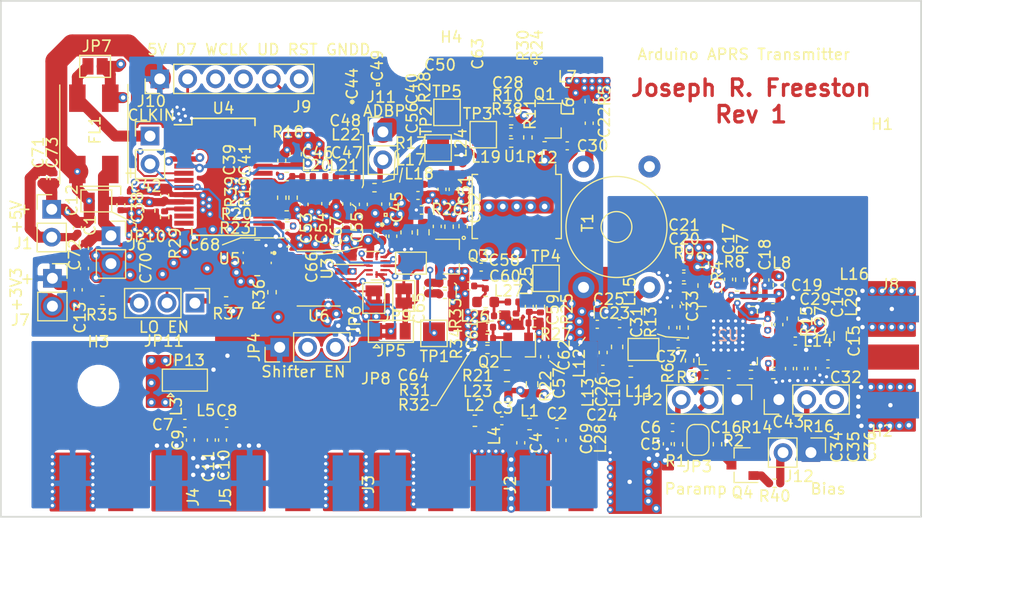
<source format=kicad_pcb>
(kicad_pcb (version 20211014) (generator pcbnew)
  (layers (0 "F.Cu" signal) (1 "In1.Cu" signal) (2 "In2.Cu" signal) (31 "B.Cu" signal) (34 "B.Paste" user) (35 "F.Paste" user) (36 "B.SilkS" user "B.Silkscreen") (37 "F.SilkS" user "F.Silkscreen") (38 "B.Mask" user) (39 "F.Mask" user) (44 "Edge.Cuts" user))
  (net 0 "")
  (net 1 "+5V")
  (net 2 "GNDD")
  (net 3 "Net-(C2-Pad2)")
  (net 4 "Net-(C2-Pad1)")
  (net 5 "Net-(C3-Pad2)")
  (net 6 "Net-(C3-Pad1)")
  (net 7 "GND")
  (net 8 "+3V3")
  (net 9 "Net-(C7-Pad2)")
  (net 10 "Net-(C7-Pad1)")
  (net 11 "Net-(C10-Pad1)")
  (net 12 "Net-(C8-Pad1)")
  (net 13 "/AVDD")
  (net 14 "/Vgs1")
  (net 15 "/Vgs2")
  (net 16 "Net-(C22-Pad2)")
  (net 17 "Net-(C22-Pad1)")
  (net 18 "Net-(C23-Pad2)")
  (net 19 "Net-(C23-Pad1)")
  (net 20 "Net-(C24-Pad2)")
  (net 21 "Net-(C24-Pad1)")
  (net 22 "Net-(C28-Pad2)")
  (net 23 "Net-(C28-Pad1)")
  (net 24 "Net-(C29-Pad2)")
  (net 25 "/Vgs3")
  (net 26 "Net-(C30-Pad1)")
  (net 27 "Net-(C31-Pad2)")
  (net 28 "Net-(C31-Pad1)")
  (net 29 "Net-(C32-Pad2)")
  (net 30 "Net-(C32-Pad1)")
  (net 31 "Net-(C33-Pad1)")
  (net 32 "Net-(C34-Pad1)")
  (net 33 "Net-(C37-Pad1)")
  (net 34 "Net-(C43-Pad1)")
  (net 35 "Net-(C46-Pad2)")
  (net 36 "Net-(C46-Pad1)")
  (net 37 "Net-(C47-Pad1)")
  (net 38 "Net-(C48-Pad1)")
  (net 39 "/EXT_IF")
  (net 40 "Net-(C50-Pad1)")
  (net 41 "Net-(C51-Pad1)")
  (net 42 "/IF")
  (net 43 "Net-(C57-Pad2)")
  (net 44 "/LO")
  (net 45 "Net-(C58-Pad2)")
  (net 46 "Net-(C58-Pad1)")
  (net 47 "Net-(C59-Pad2)")
  (net 48 "Net-(C59-Pad1)")
  (net 49 "Net-(C60-Pad1)")
  (net 50 "Net-(C61-Pad1)")
  (net 51 "Net-(C63-Pad2)")
  (net 52 "Net-(C63-Pad1)")
  (net 53 "Net-(C64-Pad1)")
  (net 54 "Net-(C65-Pad2)")
  (net 55 "Net-(C65-Pad1)")
  (net 56 "/RESET")
  (net 57 "/FQ_UD")
  (net 58 "/W_CLK")
  (net 59 "/D7")
  (net 60 "/CLKIN")
  (net 61 "/Vbias")
  (net 62 "/Vparamp")
  (net 63 "Net-(JP3-Pad1)")
  (net 64 "Net-(JP4-Pad2)")
  (net 65 "Net-(JP5-Pad2)")
  (net 66 "/CMOSCLK2")
  (net 67 "Net-(JP6-Pad2)")
  (net 68 "Net-(JP8-Pad1)")
  (net 69 "/5vCMOSCLK")
  (net 70 "Net-(JP11-Pad3)")
  (net 71 "Net-(JP11-Pad2)")
  (net 72 "Net-(JP11-Pad1)")
  (net 73 "Net-(J3-Pad1)")
  (net 74 "Net-(L6-Pad2)")
  (net 75 "Net-(L9-Pad1)")
  (net 76 "Net-(L23-Pad2)")
  (net 77 "Net-(L24-Pad2)")
  (net 78 "Net-(R19-Pad2)")
  (net 79 "Net-(R20-Pad2)")
  (net 80 "Net-(R23-Pad2)")
  (net 81 "Net-(R29-Pad1)")
  (net 82 "Net-(R38-Pad2)")
  (net 83 "Net-(TP1-Pad1)")
  (net 84 "Net-(U3-Pad5)")
  (net 85 "/CMOSCLK1")
  (net 86 "Net-(U4-Pad28)")
  (net 87 "Net-(U4-Pad27)")
  (net 88 "Net-(U4-Pad26)")
  (net 89 "Net-(U4-Pad17)")
  (net 90 "Net-(U4-Pad14)")
  (net 91 "Net-(U4-Pad13)")
  (net 92 "Net-(U4-Pad4)")
  (net 93 "Net-(U4-Pad3)")
  (net 94 "Net-(U4-Pad2)")
  (net 95 "Net-(U4-Pad1)")
  (net 96 "Net-(JP12-Pad1)")
  (net 97 "/clk_P")
  (net 98 "/clk_N")
  (net 99 "Net-(J12-Pad2)")
  (net 100 "Net-(Q4-Pad1)")
  (net 101 "Net-(JP13-Pad2)")
  (footprint "Capacitor_SMD:C_0402_1005Metric" (layer "F.Cu") (at 127.381 94.3255 90)
    (fp_text reference "C1")
    (fp_text value "10u")
  )
  (footprint "Capacitor_SMD:C_0402_1005Metric" (layer "F.Cu") (at 171.0436 112.2299 180)
    (fp_text reference "C2")
    (fp_text value "1p")
  )
  (footprint "Capacitor_SMD:C_0402_1005Metric" (layer "F.Cu") (at 166.0271 111.9124 180)
    (fp_text reference "C3")
    (fp_text value "1p")
  )
  (footprint "Capacitor_SMD:C_0402_1005Metric" (layer "F.Cu") (at 167.7543 113.919 90)
    (fp_text reference "C4")
    (fp_text value "510p")
  )
  (footprint "Capacitor_SMD:C_0402_1005Metric" (layer "F.Cu") (at 181.102 114.018 90)
    (fp_text reference "C5")
    (fp_text value "1u")
  )
  (footprint "Capacitor_SMD:C_0402_1005Metric" (layer "F.Cu") (at 181.582 112.522 180)
    (fp_text reference "C6")
    (fp_text value "470p")
  )
  (footprint "Capacitor_SMD:C_0402_1005Metric" (layer "F.Cu") (at 137.16 112.141 180)
    (fp_text reference "C7")
    (fp_text value "470p")
  )
  (footprint "Capacitor_SMD:C_0402_1005Metric" (layer "F.Cu") (at 140.97 112.141 180)
    (fp_text reference "C8")
    (fp_text value "470p")
  )
  (footprint "Capacitor_SMD:C_0402_1005Metric" (layer "F.Cu") (at 137.668 113.665 -90)
    (fp_text reference "C9")
    (fp_text value "12p")
  )
  (footprint "Capacitor_SMD:C_0402_1005Metric" (layer "F.Cu") (at 140.589 113.665 -90)
    (fp_text reference "C10")
    (fp_text value "56p")
  )
  (footprint "Capacitor_SMD:C_0402_1005Metric" (layer "F.Cu") (at 139.573 113.665 -90)
    (fp_text reference "C11")
    (fp_text value "5.6p")
  )
  (footprint "Capacitor_SMD:C_0402_1005Metric" (layer "F.Cu") (at 131.3307 92.2528 90)
    (fp_text reference "C12")
    (fp_text value "10u")
  )
  (footprint "Capacitor_SMD:C_0402_1005Metric" (layer "F.Cu") (at 127.4445 99.9845 90)
    (fp_text reference "C13")
    (fp_text value "10u")
  )
  (footprint "Capacitor_SMD:C_0603_1608Metric" (layer "F.Cu") (at 192.532 102.603 -90)
    (fp_text reference "C14")
    (fp_text value "4.7u")
  )
  (footprint "Capacitor_SMD:C_0402_1005Metric" (layer "F.Cu") (at 192.758 104.648 180)
    (fp_text reference "C15")
    (fp_text value "470p")
  )
  (footprint "Capacitor_SMD:C_0402_1005Metric" (layer "F.Cu") (at 186.718 107.696)
    (fp_text reference "C16")
    (fp_text value "10n")
  )
  (footprint "Capacitor_SMD:C_0402_1005Metric" (layer "F.Cu") (at 186.69 99.032 90)
    (fp_text reference "C17")
    (fp_text value "10n")
  )
  (footprint "Capacitor_SMD:C_0402_1005Metric" (layer "F.Cu") (at 189.992 99.088 -90)
    (fp_text reference "C18")
    (fp_text value "470p")
  )
  (footprint "Capacitor_SMD:C_0402_1005Metric" (layer "F.Cu") (at 189.512 100.584)
    (fp_text reference "C19")
    (fp_text value "1u")
  )
  (footprint "Capacitor_SMD:C_0402_1005Metric" (layer "F.Cu") (at 182.598 98.806 180)
    (fp_text reference "C20")
    (fp_text value "1u")
  )
  (footprint "Capacitor_SMD:C_0402_1005Metric" (layer "F.Cu") (at 182.60816 97.82302 180)
    (fp_text reference "C21")
    (fp_text value "470p")
  )
  (footprint "Capacitor_SMD:C_0402_1005Metric" (layer "F.Cu") (at 173.99 84.808 90)
    (fp_text reference "C22")
    (fp_text value "470p")
  )
  (footprint "Capacitor_SMD:C_0402_1005Metric" (layer "F.Cu") (at 176.756 103.068)
    (fp_text reference "C23")
    (fp_text value "1p")
  )
  (footprint "Capacitor_SMD:C_0402_1005Metric" (layer "F.Cu") (at 175.232 107.216)
    (fp_text reference "C24")
    (fp_text value "1p")
  )
  (footprint "Capacitor_SMD:C_0402_1005Metric" (layer "F.Cu") (at 174.724 103.124 180)
    (fp_text reference "C25")
    (fp_text value "510p")
  )
  (footprint "Capacitor_SMD:C_0402_1005Metric" (layer "F.Cu") (at 191.262 103.152 -90)
    (fp_text reference "C27")
    (fp_text value "1u")
  )
  (footprint "Capacitor_SMD:C_0402_1005Metric" (layer "F.Cu") (at 166.85 85.598)
    (fp_text reference "C28")
    (fp_text value "470p")
  )
  (footprint "Capacitor_SMD:C_0402_1005Metric" (layer "F.Cu") (at 190.726 101.6)
    (fp_text reference "C29")
    (fp_text value "C_Small")
  )
  (footprint "Capacitor_SMD:C_0402_1005Metric" (layer "F.Cu") (at 171.986 86.868)
    (fp_text reference "C30")
    (fp_text value "0.022u")
  )
  (footprint "Capacitor_SMD:C_0402_1005Metric" (layer "F.Cu") (at 181.61 103.4288 -90)
    (fp_text reference "C31")
    (fp_text value "470p")
  )
  (footprint "Capacitor_SMD:C_0402_1005Metric" (layer "F.Cu") (at 195.7324 106.7308 180)
    (fp_text reference "C32")
    (fp_text value "470p")
  )
  (footprint "Capacitor_SMD:C_0402_1005Metric" (layer "F.Cu") (at 181.9148 101.4984 90)
    (fp_text reference "C33")
    (fp_text value "3.3p")
  )
  (footprint "Capacitor_SMD:C_0402_1005Metric" (layer "F.Cu") (at 192.2272 107.16 -90)
    (fp_text reference "C34")
    (fp_text value "12p")
  )
  (footprint "Capacitor_SMD:C_0402_1005Metric" (layer "F.Cu") (at 193.2432 107.16 -90)
    (fp_text reference "C35")
    (fp_text value "56p")
  )
  (footprint "Capacitor_SMD:C_0402_1005Metric" (layer "F.Cu") (at 194.2592 107.1372 -90)
    (fp_text reference "C36")
    (fp_text value "5.6p")
  )
  (footprint "Capacitor_SMD:C_0402_1005Metric" (layer "F.Cu") (at 182.09 104.902 180)
    (fp_text reference "C37")
    (fp_text value "1n")
  )
  (footprint "Capacitor_SMD:C_0603_1608Metric" (layer "F.Cu") (at 133.9215 92.7735 90)
    (fp_text reference "C38")
    (fp_text value "10u")
  )
  (footprint "Capacitor_SMD:C_0603_1608Metric" (layer "F.Cu") (at 147.2565 87.63 90)
    (fp_text reference "C39")
    (fp_text value "10u")
  )
  (footprint "Capacitor_SMD:C_0603_1608Metric" (layer "F.Cu") (at 157.353 94.755 -90)
    (fp_text reference "C40")
    (fp_text value "10u")
  )
  (footprint "Capacitor_SMD:C_0402_1005Metric" (layer "F.Cu") (at 145.9865 88.2015 90)
    (fp_text reference "C41")
    (fp_text value "0.1u")
  )
  (footprint "Capacitor_SMD:C_0402_1005Metric" (layer "F.Cu") (at 135.3185 91.3765 -90)
    (fp_text reference "C42")
    (fp_text value "0.1u")
  )
  (footprint "Capacitor_SMD:C_0402_1005Metric" (layer "F.Cu") (at 190.782 106.68)
    (fp_text reference "C43")
    (fp_text value "100p")
  )
  (footprint "Capacitor_SMD:C_0402_1005Metric" (layer "F.Cu") (at 155.1305 95.1 -90)
    (fp_text reference "C44")
    (fp_text value "0.1u")
  )
  (footprint "Capacitor_SMD:C_0402_1005Metric" (layer "F.Cu") (at 156.1 95.1 -90)
    (fp_text reference "C45")
    (fp_text value "0.1u")
  )
  (footprint "Capacitor_SMD:C_0402_1005Metric" (layer "F.Cu") (at 148.336 89.662 180)
    (fp_text reference "C46")
    (fp_text value "1p")
  )
  (footprint "Capacitor_SMD:C_0402_1005Metric" (layer "F.Cu") (at 150.4315 89.662 180)
    (fp_text reference "C47")
    (fp_text value "5.6p")
  )
  (footprint "Capacitor_SMD:C_0402_1005Metric" (layer "F.Cu") (at 152.4 89.662 180)
    (fp_text reference "C48")
    (fp_text value "4.7p")
  )
  (footprint "Capacitor_SMD:C_0402_1005Metric" (layer "F.Cu") (at 155.448 92.174 -90)
    (fp_text reference "C49")
    (fp_text value "1.5n")
  )
  (footprint "Capacitor_SMD:C_0402_1005Metric" (layer "F.Cu") (at 158.3944 91.3892)
    (fp_text reference "C50")
    (fp_text value "2n")
  )
  (footprint "Capacitor_SMD:C_0402_1005Metric" (layer "F.Cu") (at 160.5788 90.8304 -90)
    (fp_text reference "C51")
    (fp_text value "2n")
  )
  (footprint "Capacitor_SMD:C_0402_1005Metric" (layer "F.Cu") (at 161.5948 90.8304 -90)
    (fp_text reference "C52")
    (fp_text value "2n")
  )
  (footprint "Capacitor_SMD:C_0402_1005Metric" (layer "F.Cu") (at 148.0185 92.202 -90)
    (fp_text reference "C53")
    (fp_text value "22p")
  )
  (footprint "Capacitor_SMD:C_0402_1005Metric" (layer "F.Cu") (at 149.987 92.1385 -90)
    (fp_text reference "C54")
    (fp_text value "33p")
  )
  (footprint "Capacitor_SMD:C_0402_1005Metric" (layer "F.Cu") (at 151.892 92.174 -90)
    (fp_text reference "C55")
    (fp_text value "22p")
  )
  (footprint "Capacitor_SMD:C_0402_1005Metric" (layer "F.Cu") (at 153.416 92.202 -90)
    (fp_text reference "C56")
    (fp_text value "22p")
  )
  (footprint "Capacitor_SMD:C_0402_1005Metric" (layer "F.Cu") (at 169.926 106.073 -90)
    (fp_text reference "C57")
    (fp_text value "470p")
  )
  (footprint "Capacitor_SMD:C_0402_1005Metric" (layer "F.Cu") (at 164.1475 97.917 180)
    (fp_text reference "C58")
    (fp_text value "470p")
  )
  (footprint "Capacitor_SMD:C_0402_1005Metric" (layer "F.Cu") (at 168.529 101.5085 90)
    (fp_text reference "C59")
    (fp_text value "470p")
  )
  (footprint "Capacitor_SMD:C_0402_1005Metric" (layer "F.Cu") (at 163.0325 99.6315 180)
    (fp_text reference "C60")
    (fp_text value "36p")
  )
  (footprint "Capacitor_SMD:C_0402_1005Metric" (layer "F.Cu") (at 165.7985 102.362)
    (fp_text reference "C61")
    (fp_text value "47p")
  )
  (footprint "Capacitor_SMD:C_0402_1005Metric" (layer "F.Cu") (at 167.3225 102.616 -90)
    (fp_text reference "C62")
    (fp_text value "13p")
  )
  (footprint "Capacitor_SMD:C_0402_1005Metric" (layer "F.Cu") (at 160.147 94.206 -90)
    (fp_text reference "C63")
    (fp_text value "470p")
  )
  (footprint "Capacitor_SMD:C_0402_1005Metric" (layer "F.Cu") (at 164.747 103.378 180)
    (fp_text reference "C64")
    (fp_text value "2.5n")
  )
  (footprint "Capacitor_SMD:C_0402_1005Metric" (layer "F.Cu") (at 159.3215 99.822 -90)
    (fp_text reference "C65")
    (fp_text value "100p")
  )
  (footprint "Capacitor_SMD:C_0603_1608Metric" (layer "F.Cu") (at 153.8605 94.6655 -90)
    (fp_text reference "C66")
    (fp_text value "10u")
  )
  (footprint "Capacitor_SMD:C_0402_1005Metric" (layer "F.Cu") (at 151.892 94.135 -90)
    (fp_text reference "C67")
    (fp_text value "0.1uF")
  )
  (footprint "Capacitor_SMD:C_0402_1005Metric" (layer "F.Cu") (at 146.5554 95.7072 180)
    (fp_text reference "C68")
    (fp_text value "0.1uF")
  )
  (footprint "Capacitor_SMD:C_0402_1005Metric" (layer "F.Cu") (at 171.5135 113.6904 -90)
    (fp_text reference "C69")
    (fp_text value "510p")
  )
  (footprint "Home:common_mode_choke" (layer "F.Cu") (at 127.3655 89.027 90)
    (fp_text reference "FL1")
    (fp_text value "EMI_Filter_CommonMode")
  )
  (footprint "Connector_PinHeader_2.54mm:PinHeader_1x02_P2.54mm_Vertical" (layer "F.Cu") (at 125.0315 92.6465)
    (fp_text reference "J1")
    (fp_text value "+5VD")
  )
  (footprint "Connector_PinSocket_2.54mm:PinSocket_1x02_P2.54mm_Vertical" (layer "F.Cu") (at 130.429 95.0595)
    (fp_text reference "J6")
    (fp_text value "+5VA")
  )
  (footprint "Connector_PinSocket_2.54mm:PinSocket_1x02_P2.54mm_Vertical" (layer "F.Cu") (at 125.095 98.933)
    (fp_text reference "J7")
    (fp_text value "+3VA")
  )
  (footprint "Connector_PinHeader_2.54mm:PinHeader_1x06_P2.54mm_Vertical" (layer "F.Cu") (at 134.874 80.772 90)
    (fp_text reference "J9")
    (fp_text value "FREQ CTRL")
  )
  (footprint "Connector_PinHeader_2.54mm:PinHeader_1x02_P2.54mm_Vertical" (layer "F.Cu") (at 133.985 85.979)
    (fp_text reference "J10")
    (fp_text value "CLK_125MHz")
  )
  (footprint "Connector_PinHeader_2.54mm:PinHeader_1x02_P2.54mm_Vertical" (layer "F.Cu") (at 155.194 85.598)
    (fp_text reference "J11")
    (fp_text value "50 Ohm IF IN")
  )
  (footprint "Connector_PinHeader_2.54mm:PinHeader_1x03_P2.54mm_Vertical" (layer "F.Cu") (at 191.262 109.982 90)
    (fp_text reference "JP1" hide)
    (fp_text value "Vbias")
  )
  (footprint "Connector_PinHeader_2.54mm:PinHeader_1x03_P2.54mm_Vertical" (layer "F.Cu") (at 187.452 109.982 -90)
    (fp_text reference "JP2")
    (fp_text value "Vparamp")
  )
  (footprint "Jumper:SolderJumper-2_P1.3mm_Open_RoundedPad1.0x1.5mm" (layer "F.Cu") (at 183.896 113.65 90)
    (fp_text reference "JP3")
    (fp_text value "paramp en")
  )
  (footprint "Connector_PinHeader_2.54mm:PinHeader_1x03_P2.54mm_Vertical" (layer "F.Cu") (at 145.796 105.2195 90)
    (fp_text reference "JP4")
    (fp_text value "DDS Clock EN")
  )
  (footprint "Jumper:SolderJumper-3_P1.3mm_Bridged2Bar12_Pad1.0x1.5mm" (layer "F.Cu") (at 155.926 103.759)
    (fp_text reference "JP5")
    (fp_text value "Shift LO")
  )
  (footprint "Jumper:SolderJumper-2_P1.3mm_Bridged2Bar_Pad1.0x1.5mm" (layer "F.Cu") (at 154.3685 100.726 90)
    (fp_text reference "JP6")
    (fp_text value "A3")
  )
  (footprint "Jumper:SolderJumper-2_P1.3mm_Open_Pad1.0x1.5mm" (layer "F.Cu") (at 128.9835 79.629 180)
    (fp_text reference "JP7")
    (fp_text value "choke bp")
  )
  (footprint "Jumper:SolderJumper-2_P1.3mm_Open_Pad1.0x1.5mm" (layer "F.Cu") (at 157.75 97.55 180)
    (fp_text reference "JP8")
    (fp_text value "5V LO")
  )
  (footprint "Jumper:SolderJumper-2_P1.3mm_Bridged2Bar_Pad1.0x1.5mm" (layer "F.Cu") (at 157.099 100.5355 90)
    (fp_text reference "JP9")
    (fp_text value "3V LO")
  )
  (footprint "Jumper:SolderJumper-2_P1.3mm_Open_Pad1.0x1.5mm" (layer "F.Cu") (at 129.0955 91.8845)
    (fp_text reference "JP10")
    (fp_text value "choke bp")
  )
  (footprint "Connector_PinHeader_2.54mm:PinHeader_1x03_P2.54mm_Vertical" (layer "F.Cu") (at 138.0744 101.1936 -90)
    (fp_text reference "JP11")
    (fp_text value "Jumper_NC_Dual")
  )
  (footprint "Inductor_SMD:L_0603_1608Metric" (layer "F.Cu") (at 168.5544 112.2172 180)
    (fp_text reference "L1")
    (fp_text value "1.2u")
  )
  (footprint "Inductor_SMD:L_0603_1608Metric" (layer "F.Cu") (at 163.576 111.9124 180)
    (fp_text reference "L2")
    (fp_text value "1.2u")
  )
  (footprint "Inductor_SMD:L_0402_1005Metric" (layer "F.Cu") (at 137.541 110.617 90)
    (fp_text reference "L3")
    (fp_text value "19n")
  )
  (footprint "Inductor_SMD:L_0402_1005Metric" (layer "F.Cu") (at 166.5097 113.411 -90)
    (fp_text reference "L4")
    (fp_text value "2.4n")
  )
  (footprint "Inductor_SMD:L_0402_1005Metric" (layer "F.Cu") (at 139.065 112.141)
    (fp_text reference "L5")
    (fp_text value "12n")
  )
  (footprint "Inductor_SMD:L_0402_1005Metric" (layer "F.Cu") (at 172.974 83.82 90)
    (fp_text reference "L6")
    (fp_text value "0.1u")
  )
  (footprint "Inductor_SMD:L_0603_1608Metric" (layer "F.Cu") (at 171.9835 82.042 180)
    (fp_text reference "L7")
    (fp_text value "4.7u")
  )
  (footprint "Inductor_SMD:L_0603_1608Metric" (layer "F.Cu") (at 191.262 99.5425 90)
    (fp_text reference "L8")
    (fp_text value "56n")
  )
  (footprint "Inductor_SMD:L_0603_1608Metric" (layer "F.Cu") (at 184.404 99.5935 90)
    (fp_text reference "L9")
    (fp_text value "56n")
  )
  (footprint "Inductor_SMD:L_0603_1608Metric" (layer "F.Cu") (at 176.53 105.1815 -90)
    (fp_text reference "L10")
    (fp_text value "1.2u")
  )
  (footprint "Inductor_SMD:L_0603_1608Metric" (layer "F.Cu") (at 177.7745 107.442)
    (fp_text reference "L11")
    (fp_text value "1.2u")
  )
  (footprint "Inductor_SMD:L_0402_1005Metric" (layer "F.Cu") (at 174.729 104.14 180)
    (fp_text reference "L12")
    (fp_text value "2.4n")
  )
  (footprint "Inductor_SMD:L_0402_1005Metric" (layer "F.Cu") (at 174.244 105.687 90)
    (fp_text reference "L13")
    (fp_text value "2.4n")
  )
  (footprint "Inductor_SMD:L_0402_1005Metric" (layer "F.Cu") (at 190.731 104.648)
    (fp_text reference "L14")
    (fp_text value "19n")
  )
  (footprint "Inductor_SMD:L_0402_1005Metric" (layer "F.Cu") (at 192.1256 105.7148)
    (fp_text reference "L16")
    (fp_text value "12n")
  )
  (footprint "Inductor_SMD:L_0402_1005Metric" (layer "F.Cu") (at 156.464 90.678)
    (fp_text reference "L17")
    (fp_text value "120n")
  )
  (footprint "Inductor_SMD:L_0402_1005Metric" (layer "F.Cu") (at 158.3944 90.3732)
    (fp_text reference "L18")
    (fp_text value "130n")
  )
  (footprint "Inductor_SMD:L_0402_1005Metric" (layer "F.Cu") (at 160.9852 89.3572)
    (fp_text reference "L19")
    (fp_text value "120n")
  )
  (footprint "Inductor_SMD:L_0402_1005Metric" (layer "F.Cu") (at 148.463 90.678)
    (fp_text reference "L20")
    (fp_text value "470n")
  )
  (footprint "Inductor_SMD:L_0402_1005Metric" (layer "F.Cu") (at 150.472 90.678)
    (fp_text reference "L21")
    (fp_text value "390n")
  )
  (footprint "Inductor_SMD:L_0402_1005Metric" (layer "F.Cu") (at 152.423 90.678)
    (fp_text reference "L22")
    (fp_text value "390n")
  )
  (footprint "Inductor_SMD:L_0402_1005Metric" (layer "F.Cu") (at 166.139 109.1565 180)
    (fp_text reference "L23")
    (fp_text value "0.1u")
  )
  (footprint "Inductor_SMD:L_0402_1005Metric" (layer "F.Cu") (at 162.4584 88.9508 -90)
    (fp_text reference "L24")
    (fp_text value "0.1u")
  )
  (footprint "Inductor_SMD:L_0402_1005Metric" (layer "F.Cu") (at 164.5285 99.3775 -90)
    (fp_text reference "L25")
    (fp_text value "33n")
  )
  (footprint "Inductor_SMD:L_0603_1608Metric" (layer "F.Cu") (at 164.554 101.092)
    (fp_text reference "L26")
    (fp_text value "120n")
  )
  (footprint "Inductor_SMD:L_0402_1005Metric" (layer "F.Cu") (at 167.0685 101.092)
    (fp_text reference "L27")
    (fp_text value "96n")
  )
  (footprint "Inductor_SMD:L_0402_1005Metric" (layer "F.Cu") (at 172.5041 113.6904 -90)
    (fp_text reference "L28")
    (fp_text value "2.4n")
  )
  (footprint "Package_TO_SOT_SMD:SOT-23" (layer "F.Cu") (at 170.672 84.582)
    (fp_text reference "Q1")
    (fp_text value "MMBTH10")
  )
  (footprint "Package_TO_SOT_SMD:SOT-23" (layer "F.Cu") (at 167.5155 105.3305 -90)
    (fp_text reference "Q2")
    (fp_text value "2N2222")
  )
  (footprint "Package_TO_SOT_SMD:SOT-23" (layer "F.Cu") (at 161.401 96.962)
    (fp_text reference "Q3")
    (fp_text value "2N2222")
  )
  (footprint "Resistor_SMD:R_0402_1005Metric" (layer "F.Cu") (at 182.118 114.046 -90)
    (fp_text reference "R1")
    (fp_text value "1k")
  )
  (footprint "Resistor_SMD:R_0402_1005Metric" (layer "F.Cu") (at 185.674 114.044 90)
    (fp_text reference "R2")
    (fp_text value "1k")
  )
  (footprint "Resistor_SMD:R_0402_1005Metric" (layer "F.Cu") (at 184.66 107.696)
    (fp_text reference "R3")
    (fp_text value "68k")
  )
  (footprint "Resistor_SMD:R_0402_1005Metric" (layer "F.Cu") (at 185.674 100.078 -90)
    (fp_text reference "R4")
    (fp_text value "68k")
  )
  (footprint "Resistor_SMD:R_0402_1005Metric" (layer "F.Cu") (at 173.99 82.804 90)
    (fp_text reference "R5")
    (fp_text value "51")
  )
  (footprint "Resistor_SMD:R_0402_1005Metric" (layer "F.Cu") (at 183.134 106.424 90)
    (fp_text reference "R6")
    (fp_text value "68k")
  )
  (footprint "Resistor_SMD:R_0402_1005Metric" (layer "F.Cu") (at 187.706 99.062 90)
    (fp_text reference "R7")
    (fp_text value "47k")
  )
  (footprint "Resistor_SMD:R_0402_1005Metric" (layer "F.Cu") (at 187.45 100.4824 180)
    (fp_text reference "R8")
    (fp_text value "R")
  )
  (footprint "Resistor_SMD:R_0402_1005Metric" (layer "F.Cu") (at 182.624 99.822 180)
    (fp_text reference "R9")
    (fp_text value "R")
  )
  (footprint "Resistor_SMD:R_0402_1005Metric" (layer "F.Cu") (at 166.88 84.582 180)
    (fp_text reference "R10")
    (fp_text value "470")
  )
  (footprint "Resistor_SMD:R_0402_1005Metric" (layer "F.Cu") (at 168.402 86.106 -90)
    (fp_text reference "R11")
    (fp_text value "510")
  )
  (footprint "Resistor_SMD:R_0402_1005Metric" (layer "F.Cu") (at 169.928 86.868)
    (fp_text reference "R12")
    (fp_text value "68")
  )
  (footprint "Resistor_SMD:R_0402_1005Metric" (layer "F.Cu") (at 182.626 103.4288 -90)
    (fp_text reference "R13")
    (fp_text value "680")
  )
  (footprint "Resistor_SMD:R_0402_1005Metric" (layer "F.Cu") (at 188.72 107.696)
    (fp_text reference "R14")
    (fp_text value "100k")
  )
  (footprint "Resistor_SMD:R_0402_1005Metric" (layer "F.Cu") (at 190.246 103.126 -90)
    (fp_text reference "R15")
    (fp_text value "51")
  )
  (footprint "Resistor_SMD:R_0402_1005Metric" (layer "F.Cu") (at 190.752 107.696)
    (fp_text reference "R16")
    (fp_text value "39k")
  )
  (footprint "Resistor_SMD:R_0402_1005Metric" (layer "F.Cu") (at 154.43 90.678 180)
    (fp_text reference "R17")
    (fp_text value "0")
  )
  (footprint "Resistor_SMD:R_0402_1005Metric" (layer "F.Cu") (at 146.431 89.662 180)
    (fp_text reference "R18")
    (fp_text value "51")
  )
  (footprint "Resistor_SMD:R_0402_1005Metric" (layer "F.Cu") (at 147.0152 91.5924 90)
    (fp_text reference "R19")
    (fp_text value "51")
  )
  (footprint "Resistor_SMD:R_0402_1005Metric" (layer "F.Cu") (at 146.431 93.1672 180)
    (fp_text reference "R20")
    (fp_text value "1k")
  )
  (footprint "Resistor_SMD:R_0603_1608Metric" (layer "F.Cu") (at 166.4965 107.823)
    (fp_text reference "R21")
    (fp_text value "30")
  )
  (footprint "Resistor_SMD:R_0603_1608Metric" (layer "F.Cu") (at 168.783 108.5845 90)
    (fp_text reference "R22")
    (fp_text value "75")
  )
  (footprint "Resistor_SMD:R_0402_1005Metric" (layer "F.Cu") (at 146.4945 94.1705 180)
    (fp_text reference "R23")
    (fp_text value "1k")
  )
  (footprint "Resistor_SMD:R_0402_1005Metric" (layer "F.Cu") (at 162.5092 94.1832 -90)
    (fp_text reference "R24")
    (fp_text value "150")
  )
  (footprint "Resistor_SMD:R_0402_1005Metric" (layer "F.Cu") (at 169.545 101.5345 -90)
    (fp_text reference "R25")
    (fp_text value "1.2k")
  )
  (footprint "Resistor_SMD:R_0402_1005Metric" (layer "F.Cu") (at 158.75 92.71)
    (fp_text reference "R26")
    (fp_text value "2k")
  )
  (footprint "Resistor_SMD:R_0402_1005Metric" (layer "F.Cu") (at 168.9735 102.997)
    (fp_text reference "R27")
    (fp_text value "1.2k")
  )
  (footprint "Resistor_SMD:R_0603_1608Metric" (layer "F.Cu") (at 158.877 94.7425 -90)
    (fp_text reference "R28")
    (fp_text value "75")
  )
  (footprint "Resistor_SMD:R_0402_1005Metric" (layer "F.Cu") (at 135.3185 93.345 -90)
    (fp_text reference "R29")
    (fp_text value "3.9k")
  )
  (footprint "Resistor_SMD:R_0402_1005Metric" (layer "F.Cu") (at 161.2265 94.232 90)
    (fp_text reference "R30")
    (fp_text value "1.2k")
  )
  (footprint "Resistor_SMD:R_0402_1005Metric" (layer "F.Cu") (at 164.721 104.394 180)
    (fp_text reference "R31")
    (fp_text value "47")
  )
  (footprint "Resistor_SMD:R_0402_1005Metric" (layer "F.Cu") (at 164.721 105.41 180)
    (fp_text reference "R32")
    (fp_text value "47")
  )
  (footprint "Resistor_SMD:R_0402_1005Metric" (layer "F.Cu") (at 160.8455 99.3775)
    (fp_text reference "R33")
    (fp_text value "100")
  )
  (footprint "Resistor_SMD:R_0402_1005Metric" (layer "F.Cu") (at 160.8475 100.3935)
    (fp_text reference "R34")
    (fp_text value "10")
  )
  (footprint "Resistor_SMD:R_0402_1005Metric" (layer "F.Cu") (at 129.6416 100.9396 180)
    (fp_text reference "R35")
    (fp_text value "1k")
  )
  (footprint "Resistor_SMD:R_0402_1005Metric" (layer "F.Cu") (at 145.0975 100.201 90)
    (fp_text reference "R36")
    (fp_text value "100")
  )
  (footprint "Resistor_SMD:R_0402_1005Metric" (layer "F.Cu") (at 140.9192 100.9904 180)
    (fp_text reference "R37")
    (fp_text value "1k")
  )
  (footprint "Resistor_SMD:R_0402_1005Metric" (layer "F.Cu") (at 166.876 86.614 180)
    (fp_text reference "R38")
    (fp_text value "0")
  )
  (footprint "Resistor_SMD:R_0402_1005Metric" (layer "F.Cu") (at 145.9865 91.5924 90)
    (fp_text reference "R39")
    (fp_text value "51")
  )
  (footprint "Transformer_THT:Transformer_Toroid_Horizontal_D9.0mm_Amidon-T30" (layer "F.Cu") (at 173.47184 88.7585 -90)
    (fp_text reference "T1")
    (fp_text value "3:2")
  )
  (footprint "TestPoint:TestPoint_Pad_2.0x2.0mm" (layer "F.Cu") (at 159.85 103.95)
    (fp_text reference "TP1")
    (fp_text value "TestPoint")
  )
  (footprint "RF_Mini-Circuits:Mini-Circuits_CD542_LandPatternPL-052" (layer "F.Cu") (at 167.386 92.3925 -90)
    (fp_text reference "U1")
    (fp_text value "ADE-11X+")
  )
  (footprint "Home:QFN-28_EP_5x5_Pitch0.5mm" (layer "F.Cu") (at 186.654 104.148)
    (fp_text reference "U2")
    (fp_text value "CMX901")
  )
  (footprint "Package_DFN_QFN:Texas_R_PUQFN-N12" (layer "F.Cu") (at 154.6225 97.79)
    (fp_text reference "U3")
    (fp_text value "TXU0304RUTR")
  )
  (footprint "Package_SO:SSOP-28_5.3x10.2mm_P0.65mm" (layer "F.Cu") (at 140.672 89.6915)
    (fp_text reference "U4")
    (fp_text value "AD9850")
  )
  (footprint "Home:POD-038-PQFD-006-C03225" (layer "F.Cu") (at 144.5514 95.9464 -90)
    (fp_text reference "U5")
    (fp_text value "SiT9365AC-2B1-33E")
  )
  (footprint "Home:SOIC127P599X175-8N" (layer "F.Cu") (at 149.3455 98.933)
    (fp_text reference "U6")
    (fp_text value "DS90LV028ATM")
  )
  (footprint "digikey-footprints:RF_SMA_BoardEdge_142-0701-801" (layer "F.Cu") (at 173.2407 115.062)
    (fp_text reference "J2")
    (fp_text value "in")
  )
  (footprint "digikey-footprints:RF_SMA_BoardEdge_142-0701-801" (layer "F.Cu") (at 160.4645 115.062)
    (fp_text reference "J3")
    (fp_text value "out")
  )
  (footprint "digikey-footprints:RF_SMA_BoardEdge_142-0701-801" (layer "F.Cu") (at 131.318 120.142 180)
    (fp_text reference "J4")
    (fp_text value "in")
  )
  (footprint "digikey-footprints:RF_SMA_BoardEdge_142-0701-801" (layer "F.Cu") (at 147.447 115.062)
    (fp_text reference "J5")
    (fp_text value "out")
  )
  (footprint "digikey-footprints:RF_SMA_BoardEdge_142-0701-801" (layer "F.Cu") (at 204.0255 106.1085 -90)
    (fp_text reference "J8")
    (fp_text value "Antenna")
  )
  (footprint "Jumper:SolderJumper-2_P1.3mm_Bridged2Bar_Pad1.0x1.5mm" (layer "F.Cu") (at 178.928 105.41)
    (fp_text reference "JP12" hide)
    (fp_text value "RF low power")
  )
  (footprint "TestPoint:TestPoint_Pad_2.0x2.0mm" (layer "F.Cu") (at 160.2232 87.0712)
    (fp_text reference "TP2")
    (fp_text value "IF")
  )
  (footprint "TestPoint:TestPoint_Pad_2.0x2.0mm" (layer "F.Cu") (at 164.338 85.852)
    (fp_text reference "TP3")
    (fp_text value "rf_unfiltered")
  )
  (footprint "TestPoint:TestPoint_Pad_2.0x2.0mm" (layer "F.Cu") (at 170.053 98.933)
    (fp_text reference "TP4")
    (fp_text value "LO")
  )
  (footprint "Capacitor_SMD:C_0402_1005Metric" (layer "F.Cu") (at 128.016 98.044 -90)
    (fp_text reference "C70")
    (fp_text value "1u")
  )
  (footprint "Capacitor_SMD:C_0402_1005Metric" (layer "F.Cu") (at 124.2314 89.817 90)
    (fp_text reference "C71")
    (fp_text value "1u")
  )
  (footprint "Capacitor_SMD:C_0402_1005Metric" (layer "F.Cu") (at 128.016 96.1898 -90)
    (fp_text reference "C72")
    (fp_text value ".1u")
  )
  (footprint "Capacitor_SMD:C_0402_1005Metric" (layer "F.Cu") (at 125.2474 89.8398 90)
    (fp_text reference "C73")
    (fp_text value ".1u")
  )
  (footprint "MountingHole:MountingHole_3mm" (layer "F.Cu") (at 200.66 88.9)
    (fp_text reference "H1")
    (fp_text value "MountingHole")
  )
  (footprint "MountingHole:MountingHole_3mm" (layer "F.Cu") (at 200.66 116.84)
    (fp_text reference "H2")
    (fp_text value "MountingHole")
  )
  (footprint "MountingHole:MountingHole_3mm" (layer "F.Cu") (at 129.286 108.712)
    (fp_text reference "H3")
    (fp_text value "MountingHole")
  )
  (footprint "MountingHole:MountingHole_3mm" (layer "F.Cu") (at 157.48 78.74)
    (fp_text reference "H4")
    (fp_text value "MountingHole")
  )
  (footprint "Connector_PinHeader_2.54mm:PinHeader_1x02_P2.54mm_Vertical" (layer "F.Cu") (at 194.183 114.808 -90)
    (fp_text reference "J12")
    (fp_text value "PA EN")
  )
  (footprint "Inductor_SMD:L_0805_2012Metric" (layer "F.Cu") (at 196.85 104.1865 90)
    (fp_text reference "L29")
    (fp_text value "L")
  )
  (footprint "Resistor_SMD:R_0402_1005Metric" (layer "F.Cu") (at 190.881 117.602 180)
    (fp_text reference "R40")
    (fp_text value "1k")
  )
  (footprint "Package_TO_SOT_SMD:SOT-23" (layer "F.Cu") (at 187.944 115.951 180)
    (fp_text reference "Q4")
    (fp_text value "2N2222")
  )
  (footprint "Jumper:SolderJumper-3_P1.3mm_Bridged2Bar12_Pad1.0x1.5mm" (layer "F.Cu") (at 137.16 108.204)
    (fp_text reference "JP13")
    (fp_text value "Shift LO")
  )
  (footprint "TestPoint:TestPoint_Pad_2.0x2.0mm" (layer "F.Cu") (at 161.036 83.82)
    (fp_text reference "TP5")
    (fp_text value "GND")
  )
  (footprint "Inductor_SMD:L_0402_1005Metric" (layer "F.Cu") (at 180.594 102.4636 90)
    (fp_text reference "L15")
    (fp_text value "150n")
  )
  (footprint "Capacitor_SMD:C_0402_1005Metric" (layer "F.Cu") (at 175.26 105.692 -90)
    (fp_text reference "C26")
    (fp_text value "510p")
  )
  (gr_line (start 154.6225 81.407) (end 154.6225 81.153) (layer "F.SilkS") (width 0.12))
  (gr_line (start 155.321 93.2815) (end 155.321 93.0275) (layer "F.SilkS") (width 0.12))
  (gr_line (start 155.575 93.2815) (end 155.321 93.2815) (layer "F.SilkS") (width 0.12))
  (gr_line (start 155.575 93.0275) (end 155.575 93.2815) (layer "F.SilkS") (width 0.12))
  (gr_line (start 155.321 93.0275) (end 155.575 93.0275) (layer "F.SilkS") (width 0.12))
  (gr_circle (center 169.1005 79.3115) (end 169.2275 79.248) (layer "F.SilkS") (width 0.12) (fill none))
  (gr_line (start 163.195 105.5116) (end 163.6014 105.5116) (layer "F.SilkS") (width 0.12))
  (gr_line (start 132.715 93.98) (end 132.715 94.361) (layer "F.SilkS") (width 0.12))
  (gr_line (start 156.718 90.17) (end 156.972 88.9) (layer "F.SilkS") (width 0.12))
  (gr_line (start 127.762 90.551) (end 127.635 90.551) (layer "F.SilkS") (width 0.12))
  (gr_line (start 174.4345 101.5365) (end 174.5615 101.4095) (layer "F.SilkS") (width 0.12))
  (gr_line (start 154.8765 81.407) (end 154.6225 81.407) (layer "F.SilkS") (width 0.12))
  (gr_line (start 155.1305 93.9165) (end 155.1305 94.107) (layer "F.SilkS") (width 0.12))
  (gr_line (start 161.8742 100.6602) (end 161.8742 99.4918) (layer "F.SilkS") (width 0.12))
  (gr_line (start 155.1305 94.1705) (end 155.1305 94.234) (layer "F.SilkS") (width 0.12))
  (gr_line (start 155.0035 94.0435) (end 155.2575 94.0435) (layer "F.SilkS") (width 0.12))
  (gr_line (start 154.6225 81.153) (end 154.8765 81.153) (layer "F.SilkS") (width 0.12))
  (gr_line (start 152.273 82.9945) (end 152.527 82.7405) (layer "F.SilkS") (width 0.12))
  (gr_line (start 156.337 87.376) (end 156.21 89.916) (layer "F.SilkS") (width 0.12))
  (gr_line (start 159.5882 110.5154) (end 160.0708 110.5154) (layer "F.SilkS") (width 0.12))
  (gr_line (start 152.4 82.677) (end 152.4 82.9945) (layer "F.SilkS") (width 0.12))
  (gr_line (start 152.273 82.7405) (end 152.527 82.9945) (layer "F.SilkS") (width 0.12))
  (gr_line (start 152.4 92.202) (end 152.7175 92.456) (layer "F.SilkS") (width 0.12))
  (gr_line (start 182.499 101.346) (end 182.372 101.092) (layer "F.SilkS") (width 0.12))
  (gr_line (start 142.24 95.25) (end 146.177 95.25) (layer "F.SilkS") (width 0.12))
  (gr_line (start 152.7175 92.456) (end 152.7175 92.7735) (layer "F.SilkS") (width 0.12))
  (gr_line (start 150.749 97.663) (end 153.416 97.663) (layer "F.SilkS") (width 0.12))
  (gr_line (start 155.0035 94.1705) (end 155.2575 93.9165) (layer "F.SilkS") (width 0.12))
  (gr_circle (center 162.56 95.25) (end 162.687 95.1865) (layer "F.SilkS") (width 0.12) (fill none))
  (gr_line (start 154.8765 81.153) (end 154.8765 81.407) (layer "F.SilkS") (width 0.12))
  (gr_line (start 130.4955 92.8845) (end 132.715 93.98) (layer "F.SilkS") (width 0.12))
  (gr_line (start 182.499 101.346) (end 182.626 101.346) (layer "F.SilkS") (width 0.12))
  (gr_line (start 161.8742 99.4918) (end 161.7218 99.3648) (layer "F.SilkS") (width 0.12))
  (gr_line (start 173.609 104.3178) (end 173.0502 105.0544) (layer "F.SilkS") (width 0.12))
  (gr_line (start 152.4 82.9945) (end 152.4 83.058) (layer "F.SilkS") (width 0.12))
  (gr_line (start 183.007 104.394) (end 183.007 104.267) (layer "F.SilkS") (width 0.12))
  (gr_line (start 174.4345 102.5525) (end 174.4345 101.5365) (layer "F.SilkS") (width 0.12))
  (gr_line (start 156.21 89.916) (end 155.194 90.17) (layer "F.SilkS") (width 0.12))
  (gr_line (start 151.5745 95.504) (end 151.892 95.504) (layer "F.SilkS") (width 0.12))
  (gr_line (start 156.718 87.122) (end 156.337 87.376) (layer "F.SilkS") (width 0.12))
  (gr_line (start 153.162 85.852) (end 153.416 85.852) (layer "F.SilkS") (width 0.12))
  (gr_line (start 180.213 104.013) (end 180.975 104.267) (layer "F.SilkS") (width 0.12))
  (gr_line (start 163.8935 102.9335) (end 165.2905 102.8065) (layer "F.SilkS") (width 0.12))
  (gr_line (start 155.1305 93.9165) (end 155.1305 93.853) (layer "F.SilkS") (width 0.12))
  (gr_line (start 142.24 95.25) (end 140.589 95.885) (layer "F.SilkS") (width 0.12))
  (gr_line (start 153.416 90.424) (end 153.3144 90.678) (layer "F.SilkS") (width 0.12))
  (gr_line (start 152.5905 82.8675) (end 152.2095 82.8675) (layer "F.SilkS") (width 0.12))
  (gr_line (start 150.622 96.647) (end 149.352 96.774) (layer "F.SilkS") (width 0.12))
  (gr_line (start 160.0708 110.5154) (end 163.195 105.5116) (layer "F.SilkS") (width 0.12))
  (gr_line (start 151.892 95.504) (end 151.892 95.123) (layer "F.SilkS") (width 0.12))
  (gr_line (start 153.416 85.852) (end 153.416 90.424) (layer "F.SilkS") (width 0.12))
  (gr_line (start 155.1305 94.107) (end 155.1305 94.1705) (layer "F.SilkS") (width 0.12))
  (gr_line (start 155.0035 94.0435) (end 154.94 94.0435) (layer "F.SilkS") (width 0.12))
  (gr_line (start 131.318 91.313) (end 131.318 90.551) (layer "F.SilkS") (width 0.12))
  (gr_line (start 155.2575 94.1705) (end 155.0035 93.9165) (layer "F.SilkS") (width 0.12))
  (gr_line (start 155.2575 94.0435) (end 155.321 94.0435) (layer "F.SilkS") (width 0.12))
  (gr_line (start 180.975 104.267) (end 183.007 104.394) (layer "F.SilkS") (width 0.12))
  (gr_line (start 150.622 96.647) (end 153.289 96.012) (layer "F.SilkS") (width 0.12))
  (gr_line (start 171.1706 107.061) (end 170.3832 106.4514) (layer "F.SilkS") (width 0.12))
  (gr_line (start 131.318 90.551) (end 127.762 90.551) (layer "F.SilkS") (width 0.12))
  (gr_line (start 156.21 94.107) (end 156.337 93.853) (layer "F.SilkS") (width 0.12))
  (gr_line (start 204.216 120.65) (end 204.216 73.66) (layer "Edge.Cuts") (width 0.15))
  (gr_line (start 204.216 73.66) (end 120.396 73.66) (layer "Edge.Cuts") (width 0.15))
  (gr_line (start 120.396 73.66) (end 120.396 120.65) (layer "Edge.Cuts") (width 0.15))
  (gr_line (start 120.396 120.65) (end 204.216 120.65) (layer "Edge.Cuts") (width 0.15))
  (gr_text "Joseph R. Freeston\nRev 1" (at 188.722 82.804) (layer "F.Cu") (effects (font (size 1.5 1.5) (thickness 0.3))))
  (gr_text "+" (at 132.207 89.281) (layer "F.SilkS") (effects (font (size 1 1))))
  (gr_text "LO EN" (at 135.255 103.378) (layer "F.SilkS") (effects (font (size 1 1))))
  (gr_text "Paramp          Bias\n" (at 189.103 118.11) (layer "F.SilkS") (effects (font (size 1 1))))
  (gr_text "+" (at 122.809 98.933) (layer "F.SilkS") (effects (font (size 1 1))))
  (gr_text "+5V\n" (at 121.793 93.345 90) (layer "F.SilkS") (effects (font (size 1 1))))
  (gr_text "Arduino APRS Transmitter\n" (at 188.0616 78.5368) (layer "F.SilkS") (effects (font (size 1 1))))
  (gr_text "ADBP" (at 155.321 83.693) (layer "F.SilkS") (effects (font (size 1 1))))
  (gr_text "+3V3\n" (at 121.793 99.949 90) (layer "F.SilkS") (effects (font (size 1 1))))
  (gr_text "+" (at 122.555 92.583) (layer "F.SilkS") (effects (font (size 1 1))))
  (gr_text "CLKIN\n" (at 134.112 84.074) (layer "F.SilkS") (effects (font (size 1 1))))
  (gr_text "Shifter EN\n" (at 147.955 107.442) (layer "F.SilkS") (effects (font (size 1 1))))
  (gr_text "5V D7 WCLK UD RST GNDD" (at 143.891 78.105) (layer "F.SilkS") (effects (font (size 1 1))))
  (segment (start 150.24048 99.04821) (end 150.24048 100.39048) (width 0.18) (layer "F.Cu") (net 0))
  (segment (start 150.24048 100.65952) (end 150.21814 100.68186) (width 0.18) (layer "F.Cu") (net 0))
  (segment (start 150.3 98.65) (end 150.3 98.250001) (width 0.18) (layer "F.Cu") (net 0))
  (segment (start 150.21814 100.68186) (end 150.21814 100.721399) (width 0.18) (layer "F.Cu") (net 0))
  (segment (start 150.3 98.65) (end 150.3 98.98869) (width 0.18) (layer "F.Cu") (net 0))
  (segment (start 150.25 97.05) (end 150.25 97.149999) (width 0.18) (layer "F.Cu") (net 0))
  (segment (start 150.25 97.149999) (end 150.185999 97.149999) (width 0.18) (layer "F.Cu") (net 0))
  (segment (start 150.24048 100.39048) (end 150.24048 100.65952) (width 0.18) (layer "F.Cu") (net 0))
  (segment (start 150.3 98.98869) (end 150.24048 99.04821) (width 0.18) (layer "F.Cu") (net 0))
  (segment (start 150.3 98.250001) (end 150.185999 98.250001) (width 0.18) (layer "F.Cu") (net 0))
  (segment (start 156.013213 96.313213) (end 155.85 96.476426) (width 0.5) (layer "F.Cu") (net 1))
  (segment (start 127.3655 89.2095) (end 127.3655 90.8045) (width 1) (layer "F.Cu") (net 1))
  (segment (start 128.4455 91.8845) (end 128.4455 91.8845) (width 1) (layer "F.Cu") (net 1))
  (segment (start 126.45525 92.91975) (end 127.381 93.8455) (width 1) (layer "F.Cu") (net 1))
  (segment (start 157.353 95.53) (end 157.353 95.53) (width 0.5) (layer "F.Cu") (net 1))
  (segment (start 127.3655 89.027) (end 127.3655 89.2095) (width 1) (layer "F.Cu") (net 1))
  (segment (start 124.2542 90.3198) (end 125.2474 90.3198) (width 1) (layer "F.Cu") (net 1))
  (segment (start 155.85 96.552179) (end 155.412179 96.99) (width 0.25) (layer "F.Cu") (net 1))
  (segment (start 156.6164 95.758) (end 157.1752 96.3168) (width 0.5) (layer "F.Cu") (net 1))
  (segment (start 157.125 95.758) (end 157.353 95.53) (width 0.5) (layer "F.Cu") (net 1))
  (segment (start 125.455499 87.299499) (end 125.455499 79.168999) (width 2) (layer "F.Cu") (net 1))
  (segment (start 157.353 95.53) (end 157.353 95.98) (width 0.75) (layer "F.Cu") (net 1))
  (segment (start 155.375179 96.99) (end 155.2725 96.99) (width 0.2) (layer "F.Cu") (net 1))
  (segment (start 131.968967 77.718999) (end 134.874 80.624032) (width 2) (layer "F.Cu") (net 1))
  (segment (start 125.0315 90.5357) (end 125.2474 90.3198) (width 1) (layer "F.Cu") (net 1))
  (segment (start 126.182 92.6465) (end 126.45525 92.91975) (width 1) (layer "F.Cu") (net 1))
  (segment (start 155.412179 96.99) (end 155.2725 96.99) (width 0.25) (layer "F.Cu") (net 1))
  (segment (start 155.85 96.476426) (end 155.85 96.494999) (width 0.5) (layer "F.Cu") (net 1))
  (segment (start 168.926824 100.33849) (end 168.72247 100.33849) (width 0.5) (layer "F.Cu") (net 1))
  (segment (start 156.083 95.758) (end 156.6164 95.758) (width 0.5) (layer "F.Cu") (net 1))
  (segment (start 128.4455 93.57844) (end 128.4455 91.8845) (width 1) (layer "F.Cu") (net 1))
  (segment (start 144.272 88.7165) (end 145.9515 88.7165) (width 0.25) (layer "F.Cu") (net 1))
  (segment (start 125.0315 91.0971) (end 124.2314 90.297) (width 1) (layer "F.Cu") (net 1))
  (segment (start 128.17844 93.8455) (end 128.4455 93.57844) (width 1) (layer "F.Cu") (net 1))
  (segment (start 125.455499 79.168999) (end 126.905499 77.718999) (width 2) (layer "F.Cu") (net 1))
  (segment (start 157.353 95.98) (end 157.623999 96.250999) (width 0.75) (layer "F.Cu") (net 1))
  (segment (start 124.2314 90.297) (end 124.2542 90.3198) (width 1) (layer "F.Cu") (net 1))
  (segment (start 127.381 93.8455) (end 128.17844 93.8455) (width 1) (layer "F.Cu") (net 1))
  (segment (start 138.313622 88.7165) (end 138.493995 88.896873) (width 0.25) (layer "F.Cu") (net 1))
  (segment (start 127.3655 90.8045) (end 128.4455 91.8845) (width 1) (layer "F.Cu") (net 1))
  (segment (start 147.2565 88.405) (end 146.98 88.6815) (width 0.5) (layer "F.Cu") (net 1))
  (segment (start 168.72247 100.33849) (end 168.538808 100.154828) (width 0.5) (layer "F.Cu") (net 1))
  (segment (start 169.545 101.0245) (end 169.545 100.956666) (width 0.5) (layer "F.Cu") (net 1))
  (segment (start 127.3655 89.2095) (end 125.455499 87.299499) (width 2) (layer "F.Cu") (net 1))
  (segment (start 146.98 88.6815) (end 145.9865 88.6815) (width 0.5) (layer "F.Cu") (net 1))
  (segment (start 155.85 96.476426) (end 155.85 96.552179) (width 0.25) (layer "F.Cu") (net 1))
  (segment (start 137.072 88.7165) (end 138.313622 88.7165) (width 0.25) (layer "F.Cu") (net 1))
  (segment (start 156.1 96.226426) (end 156.013213 96.313213) (width 0.5) (layer "F.Cu") (net 1))
  (segment (start 156.1 95.58) (end 156.1 96.226426) (width 0.5) (layer "F.Cu") (net 1))
  (segment (start 145.9515 88.7165) (end 145.9865 88.6815) (width 0.25) (layer "F.Cu") (net 1))
  (segment (start 156.083 95.758) (end 157.125 95.758) (width 0.5) (layer "F.Cu") (net 1))
  (segment (start 157.623999 96.250999) (end 157.7848 96.250999) (width 0.75) (layer "F.Cu") (net 1))
  (segment (start 126.905499 77.718999) (end 131.968967 77.718999) (width 2) (layer "F.Cu") (net 1))
  (segment (start 125.0315 92.6465) (end 126.182 92.6465) (width 1) (layer "F.Cu") (net 1))
  (segment (start 169.545 100.956666) (end 168.926824 100.33849) (width 0.5) (layer "F.Cu") (net 1))
  (segment (start 125.0315 92.6465) (end 125.0315 90.5357) (width 1) (layer "F.Cu") (net 1))
  (segment (start 147.2565 88.405) (end 148.3236 88.405) (width 0.75) (layer "F.Cu") (net 1))
  (segment (start 125.0315 92.6465) (end 125.0315 91.0971) (width 1) (layer "F.Cu") (net 1))
  (segment (start 134.874 80.624032) (end 134.874 80.772) (width 2) (layer "F.Cu") (net 1))
  (segment (start 148.3236 88.405) (end 148.3614 88.4428) (width 0.75) (layer "F.Cu") (net 1))
  (via (at 138.493995 88.896873) (size 0.8) (drill 0.4) (layers "F.Cu" "B.Cu") (net 1))
  (via (at 137.2 84.15) (size 0.6) (drill 0.3) (layers "F.Cu" "B.Cu") (net 1))
  (via (at 126.45525 92.91975) (size 0.6) (drill 0.3) (layers "F.Cu" "B.Cu") (net 1))
  (via (at 136.6 83.95) (size 0.6) (drill 0.3) (layers "F.Cu" "B.Cu") (net 1))
  (via (at 168.538808 100.154828) (size 0.8) (drill 0.4) (layers "F.Cu" "B.Cu") (net 1))
  (via (at 148.3614 88.4428) (size 0.8) (drill 0.4) (layers "F.Cu" "B.Cu") (net 1))
  (via (at 156.013213 96.313213) (size 0.6) (drill 0.3) (layers "F.Cu" "B.Cu") (net 1))
  (via (at 137.77 84.36) (size 0.6) (drill 0.3) (layers "F.Cu" "B.Cu") (net 1))
  (via (at 157.7848 96.266) (size 0.6) (drill 0.3) (layers "F.Cu" "B.Cu") (net 1))
  (via (at 136.15 84.35) (size 0.6) (drill 0.3) (layers "F.Cu" "B.Cu") (net 1))
  (via (at 136.45 83.35) (size 0.6) (drill 0.3) (layers "F.Cu" "B.Cu") (net 1))
  (via (at 127.3655 89.2095) (size 0.6) (drill 0.3) (layers "F.Cu" "B.Cu") (net 1))
  (via (at 147.025 94.175) (size 0.6) (drill 0.3) (layers "F.Cu" "B.Cu") (net 1))
  (via (at 136.75 84.55) (size 0.6) (drill 0.3) (layers "F.Cu" "B.Cu") (net 1))
  (via (at 136 83.75) (size 0.6) (drill 0.3) (layers "F.Cu" "B.Cu") (net 1))
  (via (at 137.05 83.55) (size 0.6) (drill 0.3) (layers "F.Cu" "B.Cu") (net 1))
  (via (at 128.4455 91.8845) (size 0.6) (drill 0.3) (layers "F.Cu" "B.Cu") (net 1))
  (via (at 157.1752 96.3168) (size 0.6) (drill 0.3) (layers "F.Cu" "B.Cu") (net 1))
  (segment (start 146.4704 87.2376) (end 146.41325 87.29475) (width 0.75) (layer "F.Cu") (net 2))
  (segment (start 135.888821 88.0665) (end 135.680701 88.27462) (width 0.5) (layer "F.Cu") (net 2))
  (segment (start 123.071392 94.428473) (end 123.071392 89.816508) (width 1) (layer "F.Cu") (net 2))
  (segment (start 130.41616 82.47634) (end 130.3655 82.527) (width 1) (layer "F.Cu") (net 2))
  (segment (start 145.44586 88.0665) (end 144.272 88.0665) (width 0.5) (layer "F.Cu") (net 2))
  (segment (start 129.6335 79.629) (end 131.10972 79.629) (width 1) (layer "F.Cu") (net 2))
  (segment (start 124.809992 89.0016) (end 124.968182 89.15979) (width 1) (layer "F.Cu") (net 2))
  (segment (start 125.0315 95.1865) (end 127.07501 95.1865) (width 0.75) (layer "F.Cu") (net 2))
  (segment (start 123.8863 89.0016) (end 124.809992 89.0016) (width 1) (layer "F.Cu") (net 2))
  (segment (start 123.071392 89.816508) (end 123.8863 89.0016) (width 1) (layer "F.Cu") (net 2))
  (segment (start 145.9865 87.7215) (end 145.79086 87.7215) (width 0.5) (layer "F.Cu") (net 2))
  (segment (start 137.072 88.0665) (end 138.39482 88.0665) (width 0.5) (layer "F.Cu") (net 2))
  (segment (start 125.0315 95.1865) (end 123.829419 95.1865) (width 1) (layer "F.Cu") (net 2))
  (segment (start 130.3655 82.527) (end 130.3655 80.361) (width 1) (layer "F.Cu") (net 2))
  (segment (start 130.3655 80.361) (end 129.6335 79.629) (width 1) (layer "F.Cu") (net 2))
  (segment (start 148.41952 86.855) (end 148.41982 86.8553) (width 0.75) (layer "F.Cu") (net 2))
  (segment (start 145.79086 87.7215) (end 145.44586 88.0665) (width 0.5) (layer "F.Cu") (net 2))
  (segment (start 123.829419 95.1865) (end 123.071392 94.428473) (width 1) (layer "F.Cu") (net 2))
  (segment (start 138.39482 88.0665) (end 138.52398 87.93734) (width 0.5) (layer "F.Cu") (net 2))
  (segment (start 137.072 88.0665) (end 135.888821 88.0665) (width 0.5) (layer "F.Cu") (net 2))
  (segment (start 131.53898 82.47634) (end 130.41616 82.47634) (width 1) (layer "F.Cu") (net 2))
  (segment (start 146.41325 87.29475) (end 145.9865 87.7215) (width 0.75) (layer "F.Cu") (net 2))
  (segment (start 127.07501 95.1865) (end 127.381 94.88051) (width 0.75) (layer "F.Cu") (net 2))
  (segment (start 147.2565 86.855) (end 146.853 86.855) (width 0.75) (layer "F.Cu") (net 2))
  (segment (start 146.853 86.855) (end 146.4704 87.2376) (width 0.75) (layer "F.Cu") (net 2))
  (segment (start 131.10972 79.629) (end 131.32054 79.41818) (width 1) (layer "F.Cu") (net 2))
  (segment (start 147.2565 86.855) (end 148.41952 86.855) (width 0.75) (layer "F.Cu") (net 2))
  (via (at 148.41982 86.8553) (size 0.8) (drill 0.4) (layers "F.Cu" "B.Cu") (net 2))
  (via (at 135.680701 88.27462) (size 0.8) (drill 0.4) (layers "F.Cu" "B.Cu") (net 2))
  (via (at 149.4536 88.3412) (size 0.6) (drill 0.3) (layers "F.Cu" "B.Cu") (net 2))
  (via (at 147.5232 85.9536) (size 0.6) (drill 0.3) (layers "F.Cu" "B.Cu") (net 2))
  (via (at 146.4704 87.2376) (size 0.6) (drill 0.3) (layers "F.Cu" "B.Cu") (net 2))
  (via (at 131.32054 79.41818) (size 0.8) (drill 0.4) (layers "F.Cu" "B.Cu") (net 2))
  (via (at 148.336 85.9028) (size 0.6) (drill 0.3) (layers "F.Cu" "B.Cu") (net 2))
  (via (at 149.4028 86.7156) (size 0.6) (drill 0.3) (layers "F.Cu" "B.Cu") (net 2))
  (via (at 131.53898 82.47634) (size 0.8) (drill 0.4) (layers "F.Cu" "B.Cu") (net 2))
  (via (at 148.844 87.5284) (size 0.6) (drill 0.3) (layers "F.Cu" "B.Cu") (net 2))
  (via (at 138.52398 87.93734) (size 0.8) (drill 0.4) (layers "F.Cu" "B.Cu") (net 2))
  (via (at 146.558 85.9536) (size 0.6) (drill 0.3) (layers "F.Cu" "B.Cu") (net 2))
  (via (at 149.5044 87.5792) (size 0.6) (drill 0.3) (layers "F.Cu" "B.Cu") (net 2))
  (segment (start 170.5509 112.2172) (end 170.5636 112.2299) (width 0.35) (layer "F.Cu") (net 3))
  (segment (start 169.3419 112.2172) (end 170.5509 112.2172) (width 0.35) (layer "F.Cu") (net 3))
  (segment (start 173.482 113.8633) (end 173.482 117.3607) (width 0.35) (layer "F.Cu") (net 4))
  (segment (start 172.4991 113.2104) (end 172.5041 113.2054) (width 0.35) (layer "F.Cu") (net 4))
  (segment (start 172.8241 113.2054) (end 173.482 113.8633) (width 0.35) (layer "F.Cu") (net 4))
  (segment (start 172.5041 113.2054) (end 172.8241 113.2054) (width 0.35) (layer "F.Cu") (net 4))
  (segment (start 171.5236 112.2299) (end 171.5236 113.2003) (width 0.35) (layer "F.Cu") (net 4))
  (segment (start 173.482 117.3607) (end 173.2407 117.602) (width 0.35) (layer "F.Cu") (net 4))
  (segment (start 171.5236 113.2003) (end 171.5135 113.2104) (width 0.35) (layer "F.Cu") (net 4))
  (segment (start 171.5135 113.2104) (end 172.4991 113.2104) (width 0.35) (layer "F.Cu") (net 4))
  (segment (start 164.3635 111.9124) (end 165.5471 111.9124) (width 0.35) (layer "F.Cu") (net 5))
  (segment (start 166.5071 112.9234) (end 166.5097 112.926) (width 0.35) (layer "F.Cu") (net 6))
  (segment (start 166.5071 111.9124) (end 167.4621 111.9124) (width 0.35) (layer "F.Cu") (net 6))
  (segment (start 167.7669 112.2172) (end 167.7669 113.4264) (width 0.35) (layer "F.Cu") (net 6))
  (segment (start 167.7669 113.4264) (end 167.7543 113.439) (width 0.35) (layer "F.Cu") (net 6))
  (segment (start 166.5071 111.9124) (end 166.5071 112.9234) (width 0.35) (layer "F.Cu") (net 6))
  (segment (start 167.4621 111.9124) (end 167.7669 112.2172) (width 0.35) (layer "F.Cu") (net 6))
  (segment (start 188.436 102.394) (end 188.61499 102.57299) (width 0.5) (layer "F.Cu") (net 7))
  (segment (start 187.984 104.148) (end 187.984 104.148) (width 0.5) (layer "F.Cu") (net 7))
  (segment (start 188.453505 102.122495) (end 188.904 102.57299) (width 0.5) (layer "F.Cu") (net 7))
  (segment (start 186.654 102.818) (end 186.654 102.818) (width 0.25) (layer "F.Cu") (net 7))
  (segment (start 185.98 102.818) (end 185.989 102.818) (width 0.25) (layer "F.Cu") (net 7))
  (segment (start 186.654 103.483) (end 186.654 103.483) (width 0.5) (layer "F.Cu") (net 7))
  (segment (start 187.347 103.483) (end 187.319 103.483) (width 0.25) (layer "F.Cu") (net 7))
  (segment (start 185.989 104.148) (end 185.989 104.148) (width 0.5) (layer "F.Cu") (net 7))
  (segment (start 185.801 105.791) (end 185.989 105.603) (width 0.25) (layer "F.Cu") (net 7))
  (segment (start 186.654 105.954) (end 186.654 105.478) (width 0.5) (layer "F.Cu") (net 7))
  (segment (start 188.146 105.478) (end 188.295814 105.478) (width 0.5) (layer "F.Cu") (net 7))
  (segment (start 186.654 104.813) (end 186.654 104.813) (width 0.5) (layer "F.Cu") (net 7))
  (segment (start 185.989 104.813) (end 185.989 104.813) (width 0.5) (layer "F.Cu") (net 7))
  (segment (start 187.3515 105.5105) (end 187.626907 105.785907) (width 0.5) (layer "F.Cu") (net 7))
  (segment (start 186.654 105.478) (end 186.654 105.478) (width 0.5) (layer "F.Cu") (net 7))
  (segment (start 187.4 106.224) (end 187.424 106.248) (width 0.5) (layer "F.Cu") (net 7))
  (segment (start 185.31425 102.82775) (end 185.324 102.818) (width 0.25) (layer "F.Cu") (net 7))
  (segment (start 187.984 104.148) (end 187.984 104.148) (width 0.5) (layer "F.Cu") (net 7))
  (segment (start 185.324 105.44799) (end 185.324 105.44799) (width 1) (layer "F.Cu") (net 7))
  (segment (start 188.3725 102.3305) (end 188.436 102.394) (width 0.5) (layer "F.Cu") (net 7))
  (segment (start 188.452 101.6) (end 188.154 101.898) (width 1) (layer "F.Cu") (net 7))
  (segment (start 126.637111 101.132971) (end 127.105571 100.66451) (width 1) (layer "F.Cu") (net 7))
  (segment (start 142.348501 91.331499) (end 141.959881 91.331499) (width 0.5) (layer "F.Cu") (net 7))
  (segment (start 141.53388 91.7575) (end 139.67968 91.7575) (width 0.5) (layer "F.Cu") (net 7))
  (segment (start 134.5435 93.5485) (end 135.012 93.5485) (width 0.5) (layer "F.Cu") (net 7))
  (segment (start 189.992 100.584) (end 189.992 100.584) (width 0.25) (layer "F.Cu") (net 7))
  (segment (start 189.992 99.568) (end 189.992 100.584) (width 0.5) (layer "F.Cu") (net 7))
  (segment (start 142.348501 91.331499) (end 142.348501 91.331499) (width 0.5) (layer "F.Cu") (net 7))
  (segment (start 141.72819 91.56319) (end 141.53388 91.7575) (width 0.5) (layer "F.Cu") (net 7))
  (segment (start 180.2765 113.7539) (end 180.2765 113.9825) (width 0.5) (layer "F.Cu") (net 7))
  (segment (start 181.102 114.498) (end 181.102 114.498) (width 0.5) (layer "F.Cu") (net 7))
  (segment (start 139.768005 107.256005) (end 138.82001 108.204) (width 2) (layer "F.Cu") (net 7))
  (segment (start 141.038005 105.986005) (end 139.768005 107.256005) (width 2) (layer "F.Cu") (net 7))
  (segment (start 186.654 101.898) (end 186.654 102.818) (width 0.25) (layer "F.Cu") (net 7))
  (segment (start 128.016 98.524) (end 128.70174 98.524) (width 0.25) (layer "F.Cu") (net 7))
  (segment (start 180.792 114.498) (end 181.102 114.498) (width 0.5) (layer "F.Cu") (net 7))
  (segment (start 191.262 102.672) (end 191.688 102.672) (width 0.5) (layer "F.Cu") (net 7))
  (segment (start 186.154 105.978) (end 186.654 105.478) (width 0.5) (layer "F.Cu") (net 7))
  (segment (start 185.674 113.534) (end 186.259363 113.534) (width 0.35) (layer "F.Cu") (net 7))
  (segment (start 184.34626 105.914) (end 184.81227 105.44799) (width 1) (layer "F.Cu") (net 7))
  (segment (start 183.134 105.914) (end 182.26082 105.914) (width 0.75) (layer "F.Cu") (net 7))
  (segment (start 154.6225 98.59) (end 154.870907 98.59) (width 0.25) (layer "F.Cu") (net 7))
  (segment (start 188.515804 105.69799) (end 188.540824 105.72301) (width 0.5) (layer "F.Cu") (net 7))
  (segment (start 180.34 112.522) (end 180.2765 112.5855) (width 0.5) (layer "F.Cu") (net 7))
  (segment (start 184.81227 105.44799) (end 184.87401 105.44799) (width 1) (layer "F.Cu") (net 7))
  (segment (start 143.755661 91.331499) (end 142.348501 91.331499) (width 0.5) (layer "F.Cu") (net 7))
  (segment (start 187.489 105.648) (end 187.319 105.478) (width 0.25) (layer "F.Cu") (net 7))
  (segment (start 181.102 112.522) (end 180.34 112.522) (width 0.5) (layer "F.Cu") (net 7))
  (segment (start 188.61499 102.57299) (end 188.904 102.57299) (width 0.5) (layer "F.Cu") (net 7))
  (segment (start 187.319 105.478) (end 187.319 106.143) (width 0.5) (layer "F.Cu") (net 7))
  (segment (start 185.654 106.398) (end 187.424 106.398) (width 0.25) (layer "F.Cu") (net 7))
  (segment (start 182.26082 105.914) (end 181.61 105.26318) (width 0.75) (layer "F.Cu") (net 7))
  (segment (start 189.23 101.6) (end 188.830001 101.999999) (width 1) (layer "F.Cu") (net 7))
  (segment (start 187.984 101.966) (end 187.916 101.898) (width 0.5) (layer "F.Cu") (net 7))
  (segment (start 154.6225 98.59) (end 155.2725 98.59) (width 0.25) (layer "F.Cu") (net 7))
  (segment (start 187.984 102.338) (end 188.154 102.168) (width 0.5) (layer "F.Cu") (net 7))
  (segment (start 188.904 105.648) (end 187.489 105.648) (width 0.25) (layer "F.Cu") (net 7))
  (segment (start 185.654 106.398) (end 185.654 105.938) (width 0.25) (layer "F.Cu") (net 7))
  (segment (start 141.53388 91.7575) (end 141.53388 91.7575) (width 0.5) (layer "F.Cu") (net 7))
  (segment (start 187.827907 105.785907) (end 187.915824 105.69799) (width 0.5) (layer "F.Cu") (net 7))
  (segment (start 184.07899 105.47301) (end 184.404 105.47301) (width 1) (layer "F.Cu") (net 7))
  (segment (start 187.319 105.478) (end 187.3515 105.5105) (width 0.5) (layer "F.Cu") (net 7))
  (segment (start 184.989 105.148) (end 185.324 104.813) (width 0.25) (layer "F.Cu") (net 7))
  (segment (start 143.77066 91.3165) (end 143.755661 91.331499) (width 0.5) (layer "F.Cu") (net 7))
  (segment (start 185.989 105.603) (end 185.989 105.478) (width 0.25) (layer "F.Cu") (net 7))
  (segment (start 185.324 104.813) (end 185.324 104.813) (width 0.5) (layer "F.Cu") (net 7))
  (segment (start 127.3655 82.527) (end 127.3655 80.597) (width 1) (layer "F.Cu") (net 7))
  (segment (start 184.472 105.478) (end 184.472 105.22301) (width 0.5) (layer "F.Cu") (net 7))
  (segment (start 133.985 85.979) (end 130.8175 85.979) (width 1) (layer "F.Cu") (net 7))
  (segment (start 185.654 101.898) (end 185.654 102.483) (width 0.25) (layer "F.Cu") (net 7))
  (segment (start 183.134 105.914) (end 183.638 105.914) (width 1) (layer "F.Cu") (net 7))
  (segment (start 193.238 104.648) (end 193.238 104.938) (width 0.75) (layer "F.Cu") (net 7))
  (segment (start 186.154 106.398) (end 186.154 105.978) (width 0.5) (layer "F.Cu") (net 7))
  (segment (start 183.638 105.914) (end 184.07899 105.47301) (width 1) (layer "F.Cu") (net 7))
  (segment (start 185.324 105.478) (end 184.574 105.478) (width 0.5) (layer "F.Cu") (net 7))
  (segment (start 187.984 102.818) (end 187.984 102.338) (width 0.5) (layer "F.Cu") (net 7))
  (segment (start 187.654 105.808) (end 187.984 105.478) (width 0.25) (layer "F.Cu") (net 7))
  (segment (start 186.654 104.813) (end 186.654 104.813) (width 0.5) (layer "F.Cu") (net 7))
  (segment (start 189.992 100.838) (end 189.992 100.584) (width 0.25) (layer "F.Cu") (net 7))
  (segment (start 192.532 101.828) (end 193.522 101.828) (width 1) (layer "F.Cu") (net 7))
  (segment (start 180.2765 113.9825) (end 180.792 114.498) (width 0.5) (layer "F.Cu") (net 7))
  (segment (start 188.344 102.302) (end 188.3725 102.3305) (width 0.5) (layer "F.Cu") (net 7))
  (segment (start 187.319 106.143) (end 187.424 106.248) (width 0.5) (layer "F.Cu") (net 7))
  (segment (start 168.48799 87.382304) (end 169.307186 88.2015) (width 0.75) (layer "F.Cu") (net 7))
  (segment (start 145.796 105.2195) (end 141.80451 105.2195) (width 2) (layer "F.Cu") (net 7))
  (segment (start 187.319 104.148) (end 187.984 104.148) (width 0.5) (layer "F.Cu") (net 7))
  (segment (start 187.452 109.982) (end 187.198 109.728) (width 1) (layer "F.Cu") (net 7))
  (segment (start 185.989 106.233) (end 186.154 106.398) (width 0.5) (layer "F.Cu") (net 7))
  (segment (start 184.404 105.41) (end 184.404 105.648) (width 0.25) (layer "F.Cu") (net 7))
  (segment (start 187.57899 106.034824) (end 187.57899 105.88301) (width 0.5) (layer "F.Cu") (net 7))
  (segment (start 181.61 105.26318) (end 181.61 104.902) (width 0.75) (layer "F.Cu") (net 7))
  (segment (start 187.984 104.813) (end 187.795 104.813) (width 0.5) (layer "F.Cu") (net 7))
  (segment (start 187.984 105.478) (end 187.700907 105.761093) (width 0.5) (layer "F.Cu") (net 7))
  (segment (start 172.466 87.349388) (end 171.613888 88.2015) (width 1) (layer "F.Cu") (net 7))
  (segment (start 169.307186 88.2015) (end 169.926 88.2015) (width 0.75) (layer "F.Cu") (net 7))
  (segment (start 188.154 102.168) (end 188.154 102.302) (width 0.25) (layer "F.Cu") (net 7))
  (segment (start 187.984 105.478) (end 188.20399 105.69799) (width 0.5) (layer "F.Cu") (net 7))
  (segment (start 185.674 111.76) (end 187.452 109.982) (width 0.5) (layer "F.Cu") (net 7))
  (segment (start 185.324 105.478) (end 184.472 105.478) (width 0.5) (layer "F.Cu") (net 7))
  (segment (start 182.12816 97.82302) (end 182.12816 98.79584) (width 0.5) (layer "F.Cu") (net 7))
  (segment (start 189.2935 101.5365) (end 189.992 100.838) (width 0.25) (layer "F.Cu") (net 7))
  (segment (start 186.654 106.398) (end 186.654 105.954) (width 0.5) (layer "F.Cu") (net 7))
  (segment (start 184.404 103.148) (end 184.994 103.148) (width 0.25) (layer "F.Cu") (net 7))
  (segment (start 125.095 101.473) (end 126.297081 101.473) (width 1) (layer "F.Cu") (net 7))
  (segment (start 184.994 103.148) (end 185.31425 102.82775) (width 0.25) (layer "F.Cu") (net 7))
  (segment (start 169.926 90.3605) (end 170.438 89.8485) (width 1) (layer "F.Cu") (net 7))
  (segment (start 126.297081 101.473) (end 126.637111 101.132971) (width 1) (layer "F.Cu") (net 7))
  (segment (start 185.654 105.938) (end 185.801 105.791) (width 0.25) (layer "F.Cu") (net 7))
  (segment (start 135.012 93.5485) (end 135.3185 93.855) (width 0.5) (layer "F.Cu") (net 7))
  (segment (start 154.870907 98.59) (end 155.630845 99.349938) (width 0.25) (layer "F.Cu") (net 7))
  (segment (start 170.438 89.8485) (end 170.438 86.868) (width 1) (layer "F.Cu") (net 7))
  (segment (start 187.424 106.248) (end 187.424 106.398) (width 0.5) (layer "F.Cu") (net 7))
  (segment (start 184.404 105.148) (end 184.65 105.148) (width 0.25) (layer "F.Cu") (net 7))
  (segment (start 185.989 105.478) (end 185.989 106.233) (width 0.5) (layer "F.Cu") (net 7))
  (segment (start 189.23 101.6) (end 188.452 101.6) (width 1) (layer "F.Cu") (net 7))
  (segment (start 193.75 105.45) (end 193.75 105) (width 0.75) (layer "F.Cu") (net 7))
  (segment (start 184.404 105.148) (end 184.989 105.148) (width 0.25) (layer "F.Cu") (net 7))
  (segment (start 184.404 104.148) (end 185.324 104.148) (width 0.25) (layer "F.Cu") (net 7))
  (segment (start 187.154 105.874) (end 187.154 105.643) (width 0.25) (layer "F.Cu") (net 7))
  (segment (start 187.198 107.696) (end 187.198 106.442) (width 0.25) (layer "F.Cu") (net 7))
  (segment (start 184.574 105.478) (end 184.404 105.648) (width 0.5) (layer "F.Cu") (net 7))
  (segment (start 187.654 101.898) (end 187.916 101.898) (width 0.25) (layer "F.Cu") (net 7))
  (segment (start 192.532 100.718) (end 192.55 100.7) (width 1) (layer "F.Cu") (net 7))
  (segment (start 184.404 105.148) (end 184.404 105.41) (width 0.25) (layer "F.Cu") (net 7))
  (segment (start 188.976 105.79501) (end 188.904 105.72301) (width 0.5) (layer "F.Cu") (net 7))
  (segment (start 187.654 102.483) (end 187.319 102.818) (width 0.25) (layer "F.Cu") (net 7))
  (segment (start 188.904 102.648) (end 188.154 102.648) (width 0.25) (layer "F.Cu") (net 7))
  (segment (start 193.522 101.828) (end 193.55 101.8) (width 1) (layer "F.Cu") (net 7))
  (segment (start 184.472 105.478) (end 184.404 105.41) (width 0.5) (layer "F.Cu") (net 7))
  (segment (start 188.295814 105.478) (end 188.540824 105.72301) (width 0.5) (layer "F.Cu") (net 7))
  (segment (start 171.613888 88.2015) (end 169.926 88.2015) (width 1) (layer "F.Cu") (net 7))
  (segment (start 156.718 84.074) (end 160.782 84.074) (width 2) (layer "F.Cu") (net 7))
  (segment (start 187.154 106.398) (end 187.154 105.874) (width 0.5) (layer "F.Cu") (net 7))
  (segment (start 187.319 102.818) (end 187.319 102.818) (width 0.25) (layer "F.Cu") (net 7))
  (segment (start 196.85 103.124) (end 197.993 103.124) (width 1) (layer "F.Cu") (net 7))
  (segment (start 188.22901 101.898) (end 188.453505 102.122495) (width 0.5) (layer "F.Cu") (net 7))
  (segment (start 128.016 96.6698) (end 128.84398 96.6698) (width 0.25) (layer "F.Cu") (net 7))
  (segment (start 133.9215 93.5485) (end 134.5435 93.5485) (width 0.5) (layer "F.Cu") (net 7))
  (segment (start 189.992 99.568) (end 189.992 99.568) (width 0.5) (layer "F.Cu") (net 7))
  (segment (start 128.84398 96.6698) (end 129.032 96.85782) (width 0.25) (layer "F.Cu") (net 7))
  (segment (start 169.4835 103.8205) (end 169.418 103.886) (width 0.75) (layer "F.Cu") (net 7))
  (segment (start 188.452 101.6) (end 188.452 101.6) (width 1) (layer "F.Cu") (net 7))
  (segment (start 172.466 86.868) (end 172.466 87.349388) (width 1) (layer "F.Cu") (net 7))
  (segment (start 188.976 106.68) (end 188.976 105.79501) (width 0.5) (layer "F.Cu") (net 7))
  (segment (start 187.706 98.552) (end 188.098 98.552) (width 1) (layer "F.Cu") (net 7))
  (segment (start 187.700907 105.761093) (end 187.852721 105.761093) (width 0.5) (layer "F.Cu") (net 7))
  (segment (start 187.915824 105.69799) (end 188.515804 105.69799) (width 0.5) (layer "F.Cu") (net 7))
  (segment (start 187.154 105.643) (end 187.319 105.478) (width 0.25) (layer "F.Cu") (net 7))
  (segment (start 132.0012 92.7328) (end 132.2832 93.0148) (width 0.5) (layer "F.Cu") (net 7))
  (segment (start 186.259363 113.534) (end 186.485363 113.76) (width 0.35) (layer "F.Cu") (net 7))
  (segment (start 138.73068 91.3165) (end 138.80338 91.3892) (width 0.5) (layer "F.Cu") (net 7))
  (segment (start 191.688 102.672) (end 192.532 101.828) (width 0.5) (layer "F.Cu") (net 7))
  (segment (start 137.072 91.3165) (end 138.73068 91.3165) (width 0.5) (layer "F.Cu") (net 7))
  (segment (start 188.098 98.552) (end 188.45 98.2) (width 1) (layer "F.Cu") (net 7))
  (segment (start 192.532 101.828) (end 192.532 100.718) (width 1) (layer "F.Cu") (net 7))
  (segment (start 193.75 105) (end 194.1 104.65) (width 0.75) (layer "F.Cu") (net 7))
  (segment (start 187.654 101.898) (end 187.654 102.483) (width 0.25) (layer "F.Cu") (net 7))
  (segment (start 187.984 102.818) (end 187.984 101.966) (width 0.5) (layer "F.Cu") (net 7))
  (segment (start 168.4508 86.616) (end 168.48799 86.65319) (width 1) (layer "F.Cu") (net 7))
  (segment (start 168.402 86.616) (end 168.4508 86.616) (width 1) (layer "F.Cu") (net 7))
  (segment (start 186.654 105.478) (end 187.4 106.224) (width 0.5) (layer "F.Cu") (net 7))
  (segment (start 187.654 106.398) (end 187.654 105.808) (width 0.25) (layer "F.Cu") (net 7))
  (segment (start 187.916 101.898) (end 188.154 101.898) (width 0.25) (layer "F.Cu") (net 7))
  (segment (start 185.674 113.534) (end 185.674 111.76) (width 0.5) (layer "F.Cu") (net 7))
  (segment (start 188.540824 105.72301) (end 188.904 105.72301) (width 0.5) (layer "F.Cu") (net 7))
  (segment (start 188.154 101.898) (end 188.22901 101.898) (width 0.5) (layer "F.Cu") (net 7))
  (segment (start 141.959881 91.331499) (end 141.72819 91.56319) (width 0.5) (layer "F.Cu") (net 7))
  (segment (start 185.654 102.483) (end 185.989 102.818) (width 0.25) (layer "F.Cu") (net 7))
  (segment (start 160.782 84.074) (end 161.036 83.82) (width 2) (layer "F.Cu") (net 7))
  (segment (start 193.238 104.648) (end 194.098 104.648) (width 0.75) (layer "F.Cu") (net 7))
  (segment (start 187.198 106.442) (end 187.154 106.398) (width 0.25) (layer "F.Cu") (net 7))
  (segment (start 182.12816 98.79584) (end 182.118 98.806) (width 0.5) (layer "F.Cu") (net 7))
  (segment (start 185.654 105.938) (end 185.364 105.648) (width 0.5) (layer "F.Cu") (net 7))
  (segment (start 187.626907 105.785907) (end 187.827907 105.785907) (width 0.5) (layer "F.Cu") (net 7))
  (segment (start 194.098 104.648) (end 194.1 104.65) (width 0.75) (layer "F.Cu") (net 7))
  (segment (start 197.993 103.124) (end 198.501 102.616) (width 1) (layer "F.Cu") (net 7))
  (segment (start 187.915824 105.69799) (end 187.57899 106.034824) (width 0.5) (layer "F.Cu") (net 7))
  (segment (start 155.194 85.598) (end 156.718 84.074) (width 2) (layer "F.Cu") (net 7))
  (segment (start 188.154 102.648) (end 187.984 102.818) (width 0.25) (layer "F.Cu") (net 7))
  (segment (start 169.418 103.886) (end 169.418 104.648) (width 0.75) (layer "F.Cu") (net 7))
  (segment (start 187.703 113.76) (end 186.485363 113.76) (width 1) (layer "F.Cu") (net 7))
  (segment (start 188.830001 101.999999) (end 188.830001 102.216001) (width 1) (layer "F.Cu") (net 7))
  (segment (start 193.238 104.938) (end 193.75 105.45) (width 0.75) (layer "F.Cu") (net 7))
  (segment (start 168.48799 86.65319) (end 168.48799 87.382304) (width 1) (layer "F.Cu") (net 7))
  (segment (start 127.3655 80.597) (end 128.3335 79.629) (width 1) (layer "F.Cu") (net 7))
  (segment (start 186.69 98.552) (end 187.706 98.552) (width 0.5) (layer "F.Cu") (net 7))
  (segment (start 184.472 105.22301) (end 184.404 105.22301) (width 0.5) (layer "F.Cu") (net 7))
  (segment (start 188.154 101.898) (end 188.154 102.168) (width 0.25) (layer "F.Cu") (net 7))
  (segment (start 188.830001 102.216001) (end 188.93699 102.32299) (width 1) (layer "F.Cu") (net 7))
  (segment (start 188.944 115.001) (end 187.703 113.76) (width 1) (layer "F.Cu") (net 7))
  (segment (start 187.424 106.398) (end 187.654 106.398) (width 0.25) (layer "F.Cu") (net 7))
  (segment (start 180.2765 112.5855) (end 180.2765 113.7539) (width 0.5) (layer "F.Cu") (net 7))
  (segment (start 188.154 102.302) (end 188.344 102.302) (width 0.5) (layer "F.Cu") (net 7))
  (segment (start 187.984 105.478) (end 188.146 105.478) (width 0.5) (layer "F.Cu") (net 7))
  (segment (start 128.70174 98.524) (end 129.0574 98.87966) (width 0.25) (layer "F.Cu") (net 7))
  (segment (start 188.154 102.302) (end 188.154 102.648) (width 0.25) (layer "F.Cu") (net 7))
  (segment (start 184.87401 105.44799) (end 185.324 105.44799) (width 1) (layer "F.Cu") (net 7))
  (segment (start 130.8175 85.979) (end 127.3655 82.527) (width 1) (layer "F.Cu") (net 7))
  (segment (start 187.852721 105.761093) (end 187.915824 105.69799) (width 0.5) (layer "F.Cu") (net 7))
  (segment (start 186.69 98.552) (end 186.052 98.552) (width 1) (layer "F.Cu") (net 7))
  (segment (start 188.20399 105.69799) (end 188.515804 105.69799) (width 0.5) (layer "F.Cu") (net 7))
  (segment (start 185.989 103.483) (end 185.989 103.483) (width 0.5) (layer "F.Cu") (net 7))
  (segment (start 187.198 109.728) (end 187.198 107.696) (width 1) (layer "F.Cu") (net 7))
  (segment (start 186.052 98.552) (end 185.8 98.3) (width 1) (layer "F.Cu") (net 7))
  (segment (start 169.4835 102.997) (end 169.4835 103.8205) (width 0.75) (layer "F.Cu") (net 7))
  (segment (start 183.134 105.914) (end 184.34626 105.914) (width 1) (layer "F.Cu") (net 7))
  (segment (start 131.3307 92.7328) (end 132.0012 92.7328) (width 0.5) (layer "F.Cu") (net 7))
  (segment (start 187.57899 105.88301) (end 187.984 105.478) (width 0.5) (layer "F.Cu") (net 7))
  (segment (start 185.364 105.648) (end 184.404 105.648) (width 0.5) (layer "F.Cu") (net 7))
  (segment (start 144.272 91.3165) (end 143.77066 91.3165) (width 0.5) (layer "F.Cu") (net 7))
  (segment (start 141.80451 105.2195) (end 141.038005 105.986005) (width 2) (layer "F.Cu") (net 7))
  (via (at 182.0545 105.7275) (size 0.8) (drill 0.4) (layers "F.Cu" "B.Cu") (net 7))
  (via (at 153.67 118.999) (size 0.6) (drill 0.3) (layers "F.Cu" "B.Cu") (net 7))
  (via (at 153.67 117.094) (size 0.6) (drill 0.3) (layers "F.Cu" "B.Cu") (net 7))
  (via (at 149.987 115.189) (size 0.6) (drill 0.3) (layers "F.Cu" "B.Cu") (net 7))
  (via (at 153.67 115.189) (size 0.6) (drill 0.3) (layers "F.Cu" "B.Cu") (net 7))
  (via (at 149.987 118.364) (size 0.6) (drill 0.3) (layers "F.Cu" "B.Cu") (net 7))
  (via (at 153.67 119.634) (size 0.6) (drill 0.3) (layers "F.Cu" "B.Cu") (net 7))
  (via (at 149.987 119.634) (size 0.6) (drill 0.3) (layers "F.Cu" "B.Cu") (net 7))
  (via (at 153.67 115.824) (size 0.6) (drill 0.3) (layers "F.Cu" "B.Cu") (net 7))
  (via (at 153.67 116.459) (size 0.6) (drill 0.3) (layers "F.Cu" "B.Cu") (net 7))
  (via (at 153.67 118.364) (size 0.6) (drill 0.3) (layers "F.Cu" "B.Cu") (net 7))
  (via (at 153.67 117.729) (size 0.6) (drill 0.3) (layers "F.Cu" "B.Cu") (net 7))
  (via (at 149.987 116.459) (size 0.6) (drill 0.3) (layers "F.Cu" "B.Cu") (net 7))
  (via (at 149.987 117.094) (size 0.6) (drill 0.3) (layers "F.Cu" "B.Cu") (net 7))
  (via (at 149.987 117.729) (size 0.6) (drill 0.3) (layers "F.Cu" "B.Cu") (net 7))
  (via (at 149.987 118.999) (size 0.6) (drill 0.3) (layers "F.Cu" "B.Cu") (net 7))
  (via (at 149.987 115.824) (size 0.6) (drill 0.3) (layers "F.Cu" "B.Cu") (net 7))
  (via (at 185.98 102.818) (size 0.6) (drill 0.3) (layers "F.Cu" "B.Cu") (net 7))
  (via (at 162.687 100.33) (size 0.6) (drill 0.3) (layers "F.Cu" "B.Cu") (net 7))
  (via (at 172.2628 103.378) (size 0.8) (drill 0.4) (layers "F.Cu" "B.Cu") (net 7))
  (via (at 147.3708 92.6592) (size 0.6) (drill 0.3) (layers "F.Cu" "B.Cu") (net 7))
  (via (at 157.988 119.507) (size 0.6) (drill 0.3) (layers "F.Cu" "B.Cu") (net 7))
  (via (at 156.0576 93.1164) (size 0.6) (drill 0.3) (layers "F.Cu" "B.Cu") (net 7))
  (via (at 161.925 99.822) (size 0.6) (drill 0.3) (layers "F.Cu" "B.Cu") (net 7))
  (via (at 200.66 100.076) (size 0.8) (drill 0.4) (layers "F.Cu" "B.Cu") (net 7))
  (via (at 164.846 114.681) (size 0.6) (drill 0.3) (layers "F.Cu" "B.Cu") (net 7))
  (via (at 141.224 90.424) (size 0.6) (drill 0.3) (layers "F.Cu" "B.Cu") (net 7))
  (via (at 163.576 114.681) (size 0.6) (drill 0.3) (layers "F.Cu" "B.Cu") (net 7))
  (via (at 194.1 104.65) (size 0.8) (drill 0.4) (layers "F.Cu" "B.Cu") (net 7))
  (via (at 132.11556 96.93148) (size 0.8) (drill 0.4) (layers "F.Cu" "B.Cu") (net 7))
  (via (at 147.5232 93.2688) (size 0.6) (drill 0.3) (layers "F.Cu" "B.Cu") (net 7))
  (via (at 187.319 102.818) (size 0.6) (drill 0.3) (layers "F.Cu" "B.Cu") (net 7))
  (via (at 169.418 103.886) (size 0.6) (drill 0.3) (layers "F.Cu" "B.Cu") (net 7))
  (via (at 136.144 97.536) (size 0.8) (drill 0.4) (layers "F.Cu" "B.Cu") (net 7))
  (via (at 161.6456 93.1164) (size 0.6) (drill 0.3) (layers "F.Cu" "B.Cu") (net 7))
  (via (at 143.002 114.173) (size 0.8) (drill 0.4) (layers "F.Cu" "B.Cu") (net 7))
  (via (at 140.589 116.84) (size 0.8) (drill 0.4) (layers "F.Cu" "B.Cu") (net 7))
  (via (at 179.3748 119.2276) (size 0.8) (drill 0.4) (layers "F.Cu" "B.Cu") (net 7))
  (via (at 143.891 114.173) (size 0.8) (drill 0.4) (layers "F.Cu" "B.Cu") (net 7))
  (via (at 169.418 104.648) (size 0.6) (drill 0.3) (layers "F.Cu" "B.Cu") (net 7))
  (via (at 139.192 98.044) (size 0.8) (drill 0.4) (layers "F.Cu" "B.Cu") (net 7))
  (via (at 180.1876 115.0112) (size 0.8) (drill 0.4) (layers "F.Cu" "B.Cu") (net 7))
  (via (at 125.095 117.729) (size 0.6) (drill 0.3) (layers "F.Cu" "B.Cu") (net 7))
  (via (at 173.3296 101.9556) (size 0.8) (drill 0.4) (layers "F.Cu" "B.Cu") (net 7))
  (via (at 175.895 114.808) (size 0.6) (drill 0.3) (layers "F.Cu" "B.Cu") (net 7))
  (via (at 163.576 104.775) (size 0.6) (drill 0.3) (layers "F.Cu" "B.Cu") (net 7))
  (via (at 174.244 102.2096) (size 0.8) (drill 0.4) (layers "F.Cu" "B.Cu") (net 7))
  (via (at 138.303 116.078) (size 0.8) (drill 0.4) (layers "F.Cu" "B.Cu") (net 7))
  (via (at 200.66 103.378) (size 0.8) (drill 0.4) (layers "F.Cu" "B.Cu") (net 7))
  (via (at 128.778 116.459) (size 0.6) (drill 0.3) (layers "F.Cu" "B.Cu") (net 7))
  (via (at 159.3596 91.8464) (size 0.6) (drill 0.3) (layers "F.Cu" "B.Cu") (net 7))
  (via (at 181.102 100.711) (size 0.6) (drill 0.3) (layers "F.Cu" "B.Cu") (net 7))
  (via (at 139.3952 91.7448) (size 0.6) (drill 0.3) (layers "F.Cu" "B.Cu") (net 7))
  (via (at 150.9268 92.4052) (size 0.6) (drill 0.3) (layers "F.Cu" "B.Cu") (net 7))
  (via (at 142.494 90.678) (size 0.6) (drill 0.3) (layers "F.Cu" "B.Cu") (net 7))
  (via (at 188.5315 101.473) (size 0.6) (drill 0.3) (layers "F.Cu" "B.Cu") (net 7))
  (via (at 180.34 98.425) (size 0.6) (drill 0.3) (layers "F.Cu" "B.Cu") (net 7))
  (via (at 125.095 116.459) (size 0.6) (drill 0.3) (layers "F.Cu" "B.Cu") (net 7))
  (via (at 175.895 117.729) (size 0.6) (drill 0.3) (layers "F.Cu" "B.Cu") (net 7))
  (via (at 132.16636 98.62566) (size 0.8) (drill 0.4) (layers "F.Cu" "B.Cu") (net 7))
  (via (at 161.544 101.092) (size 0.6) (drill 0.3) (layers "F.Cu" "B.Cu") (net 7))
  (via (at 201.3712 112.3696) (size 0.8) (drill 0.4) (layers "F.Cu" "B.Cu") (net 7))
  (via (at 175.5648 101.9556) (size 0.8) (drill 0.4) (layers "F.Cu" "B.Cu") (net 7))
  (via (at 187.984 103.483) (size 0.6) (drill 0.3) (layers "F.Cu" "B.Cu") (net 7))
  (via (at 134.62 90.6272) (size 0.6) (drill 0.3) (layers "F.Cu" "B.Cu") (net 7))
  (via (at 185.989 104.813) (size 0.6) (drill 0.3) (layers "F.Cu" "B.Cu") (net 7))
  (via (at 161.544 92.0496) (size 0.6) (drill 0.3) (layers "F.Cu" "B.Cu") (net 7))
  (via (at 199.644 112.3696) (size 0.8) (drill 0.4) (layers "F.Cu" "B.Cu") (net 7))
  (via (at 172.2628 104.3432) (size 0.8) (drill 0.4) (layers "F.Cu" "B.Cu") (net 7))
  (via (at 188.45 98.2) (size 0.8) (drill 0.4) (layers "F.Cu" "B.Cu") (net 7))
  (via (at 137.922 115.316) (size 0.8) (drill 0.4) (layers "F.Cu" "B.Cu") (net 7))
  (via (at 139.768005 107.256005) (size 0.8) (drill 0.4) (layers "F.Cu" "B.Cu") (net 7))
  (via (at 166.116 114.681) (size 0.6) (drill 0.3) (layers "F.Cu" "B.Cu") (net 7))
  (via (at 132.1816 93.7768) (size 0.6) (drill 0.3) (layers "F.Cu" "B.Cu") (net 7))
  (via (at 149.352 92.9132) (size 0.6) (drill 0.3) (layers "F.Cu" "B.Cu") (net 7))
  (via (at 173.1264 105.8164) (size 0.8) (drill 0.4) (layers "F.Cu" "B.Cu") (net 7))
  (via (at 153.66492 102.39248) (size 0.8) (drill 0.4) (layers "F.Cu" "B.Cu") (net 7))
  (via (at 136.144 94.996) (size 0.6) (drill 0.3) (layers "F.Cu" "B.Cu") (net 7))
  (via (at 125.095 115.824) (size 0.6) (drill 0.3) (layers "F.Cu" "B.Cu") (net 7))
  (via (at 198.501 101.727) (size 0.8) (drill 0.4) (layers "F.Cu" "B.Cu") (net 7))
  (via (at 198.501 111.506) (size 0.8) (drill 0.4) (layers "F.Cu" "B.Cu") (net 7))
  (via (at 192.25 108.25) (size 0.6) (drill 0.3) (layers "F.Cu" "B.Cu") (net 7))
  (via (at 148.2852 94.3864) (size 0.8) (drill 0.4) (layers "F.Cu" "B.Cu") (net 7))
  (via (at 186.654 103.483) (size 0.6) (drill 0.3) (layers "F.Cu" "B.Cu") (net 7))
  (via (at 162.3568 91.2876) (size 0.6) (drill 0.3) (layers "F.Cu" "B.Cu") (net 7))
  (via (at 186.654 105.4735) (size 0.6) (drill 0.3) (layers "F.Cu" "B.Cu") (net 7))
  (via (at 135.509 114.173) (size 0.8) (drill 0.4) (layers "F.Cu" "B.Cu") (net 7))
  (via (at 174.7012 101.2444) (size 0.8) (drill 0.4) (layers "F.Cu" "B.Cu") (net 7))
  (via (at 162.0012 92.5576) (size 0.6) (drill 0.3) (layers "F.Cu" "B.Cu") (net 7))
  (via (at 202.311 108.839) (size 0.8) (drill 0.4) (layers "F.Cu" "B.Cu") (net 7))
  (via (at 172.3136 105.3084) (size 0.8) (drill 0.4) (layers "F.Cu" "B.Cu") (net 7))
  (via (at 133.604 94.488) (size 0.6) (drill 0.3) (layers "F.Cu" "B.Cu") (net 7))
  (via (at 185.9915 104.14) (size 0.6) (drill 0.3) (layers "F.Cu" "B.Cu") (net 7))
  (via (at 149.0472 95.8088) (size 0.8) (drill 0.4) (layers "F.Cu" "B.Cu") (net 7))
  (via (at 156.4132 93.98) (size 0.6) (drill 0.3) (layers "F.Cu" "B.Cu") (net 7))
  (via (at 175.895 118.491) (size 0.6) (drill 0.3) (layers "F.Cu" "B.Cu") (net 7))
  (via (at 162.941 104.521) (size 0.6) (drill 0.3) (layers "F.Cu" "B.Cu") (net 7))
  (via (at 188.976 106.68) (size 0.8) (drill 0.4) (layers "F.Cu" "B.Cu") (net 7))
  (via (at 188.7855 102.0445) (size 0.6) (drill 0.3) (layers "F.Cu" "B.Cu") (net 7))
  (via (at 187.325 104.14) (size 0.6) (drill 0.3) (layers "F.Cu" "B.Cu") (net 7))
  (via (at 142.24762 99.22256) (size 0.8) (drill 0.4) (layers "F.Cu" "B.Cu") (net 7))
  (via (at 134.112 94.996) (size 0.6) (drill 0.3) (layers "F.Cu" "B.Cu") (net 7))
  (via (at 139.446 93.091) (size 0.6) (drill 0.3) (layers "F.Cu" "B.Cu") (net 7))
  (via (at 156.7688 93.06814) (size 0.8) (drill 0.4) (layers "F.Cu" "B.Cu") (net 7))
  (via (at 187.984 104.148) (size 0.6) (drill 0.3) (layers "F.Cu" "B.Cu") (net 7))
  (via (at 139.192 116.078) (size 0.8) (drill 0.4) (layers "F.Cu" "B.Cu") (net 7))
  (via (at 147.5232 95.25) (size 0.6) (drill 0.3) (layers "F.Cu" "B.Cu") (net 7))
  (via (at 193.75 105.45) (size 0.8) (drill 0.4) (layers "F.Cu" "B.Cu") (net 7))
  (via (at 195.6 107.9) (size 0.6) (drill 0.3) (layers "F.Cu" "B.Cu") (net 7))
  (via (at 199.644 108.839) (size 0.8) (drill 0.4) (layers "F.Cu" "B.Cu") (net 7))
  (via (at 163.576 105.41) (size 0.6) (drill 0.3) (layers "F.Cu" "B.Cu") (net 7))
  (via (at 203.0984 112.3188) (size 0.8) (drill 0.4) (layers "F.Cu" "B.Cu") (net 7))
  (via (at 173.1772 104.7496) (size 0.8) (drill 0.4) (layers "F.Cu" "B.Cu") (net 7))
  (via (at 175.895 116.967) (size 0.6) (drill 0.3) (layers "F.Cu" "B.Cu") (net 7))
  (via (at 137.97534 95.20428) (size 0.8) (drill 0.4) (layers "F.Cu" "B.Cu") (net 7))
  (via (at 198.501 110.617) (size 0.8) (drill 0.4) (layers "F.Cu" "B.Cu") (net 7))
  (via (at 195 107.75) (size 0.6) (drill 0.3) (layers "F.Cu" "B.Cu") (net 7))
  (via (at 175.895 119.253) (size 0.6) (drill 0.3) (layers "F.Cu" "B.Cu") (net 7))
  (via (at 203.327 100.076) (size 0.8) (drill 0.4) (layers "F.Cu" "B.Cu") (net 7))
  (via (at 185.989 103.483) (size 0.6) (drill 0.3) (layers "F.Cu" "B.Cu") (net 7))
  (via (at 139.7 116.84) (size 0.8) (drill 0.4) (layers "F.Cu" "B.Cu") (net 7))
  (via (at 202.438 103.378) (size 0.8) (drill 0.4) (layers "F.Cu" "B.Cu") (net 7))
  (via (at 186.69 104.14) (size 0.6) (drill 0.3) (layers "F.Cu" "B.Cu") (net 7))
  (via (at 162.306 91.948) (size 0.6) (drill 0.3) (layers "F.Cu" "B.Cu") (net 7))
  (via (at 201.422 108.839) (size 0.8) (drill 0.4) (layers "F.Cu" "B.Cu") (net 7))
  (via (at 125.095 118.364) (size 0.6) (drill 0.3) (layers "F.Cu" "B.Cu") (net 7))
  (via (at 180.0352 115.9256) (size 0.8) (drill 0.4) (layers "F.Cu" "B.Cu") (net 7))
  (via (at 129.0574 98.87966) (size 0.8) (drill 0.4) (layers "F.Cu" "B.Cu") (net 7))
  (via (at 166.878 118.999) (size 0.8) (drill 0.4) (layers "F.Cu" "B.Cu") (net 7))
  (via (at 194.5 108.25) (size 0.6) (drill 0.3) (layers "F.Cu" "B.Cu") (net 7))
  (via (at 193 108.25) (size 0.6) (drill 0.3) (layers "F.Cu" "B.Cu") (net 7))
  (via (at 155.5496 93.72854) (size 0.8) (drill 0.4) (layers "F.Cu" "B.Cu") (net 7))
  (via (at 160.3248 92.6084) (size 0.6) (drill 0.3) (layers "F.Cu" "B.Cu") (net 7))
  (via (at 132.9944 92.9132) (size 0.6) (drill 0.3) (layers "F.Cu" "B.Cu") (net 7))
  (via (at 140.589 115.316) (size 0.8) (drill 0.4) (layers "F.Cu" "B.Cu") (net 7))
  (via (at 128.778 118.999) (size 0.6) (drill 0.3) (layers "F.Cu" "B.Cu") (net 7))
  (via (at 134.62 94.488) (size 0.6) (drill 0.3) (layers "F.Cu" "B.Cu") (net 7))
  (via (at 181.356 100.076) (size 0.6) (drill 0.3) (layers "F.Cu" "B.Cu") (net 7))
  (via (at 128.778 117.094) (size 0.6) (drill 0.3) (layers "F.Cu" "B.Cu") (net 7))
  (via (at 187.984 102.846) (size 0.6) (drill 0.3) (layers "F.Cu" "B.Cu") (net 7))
  (via (at 128.778 117.729) (size 0.6) (drill 0.3) (layers "F.Cu" "B.Cu") (net 7))
  (via (at 175.895 120.015) (size 0.6) (drill 0.3) (layers "F.Cu" "B.Cu") (net 7))
  (via (at 160.0708 91.8972) (size 0.6) (drill 0.3) (layers "F.Cu" "B.Cu") (net 7))
  (via (at 157.988 118.237) (size 0.6) (drill 0.3) (layers "F.Cu" "B.Cu") (net 7))
  (via (at 140.716 97.028) (size 0.8) (drill 0.4) (layers "F.Cu" "B.Cu") (net 7))
  (via (at 133.2992 90.5764) (size 0.6) (drill 0.3) (layers "F.Cu" "B.Cu") (net 7))
  (via (at 185.31425 102.82775) (size 0.6) (drill 0.3) (layers "F.Cu" "B.Cu") (net 7))
  (via (at 181.102 98.679) (size 0.6) (drill 0.3) (layers "F.Cu" "B.Cu") (net 7))
  (via (at 149.93874 95.43542) (size 0.8) (drill 0.4) (layers "F.Cu" "B.Cu") (net 7))
  (via (at 148.1836 93.5228) (size 0.8) (drill 0.4) (layers "F.Cu" "B.Cu") (net 7))
  (via (at 201.549 101.727) (size 0.8) (drill 0.4) (layers "F.Cu" "B.Cu") (net 7))
  (via (at 148.9456 93.4212) (size 0.6) (drill 0.3) (layers "F.Cu" "B.Cu") (net 7))
  (via (at 200.5076 112.3696) (size 0.8) (drill 0.4) (layers "F.Cu" "B.Cu") (net 7))
  (via (at 128.778 119.634) (size 0.6) (drill 0.3) (layers "F.Cu" "B.Cu") (net 7))
  (via (at 162.052 98.298) (size 0.6) (drill 0.3) (layers "F.Cu" "B.Cu") (net 7))
  (via (at 185.3565 104.0765) (size 0.6) (drill 0.3) (layers "F.Cu" "B.Cu") (net 7))
  (via (at 141.038005 105.986005) (size 0.8) (drill 0.4) (layers "F.Cu" "B.Cu") (net 7))
  (via (at 187.325 104.813) (size 0.6) (drill 0.3) (layers "F.Cu" "B.Cu") (net 7))
  (via (at 150.21814 101.3714) (size 0.8) (drill 0.4) (layers "F.Cu" "B.Cu") (net 7))
  (via (at 193.55 101.8) (size 0.8) (drill 0.4) (layers "F.Cu" "B.Cu") (net 7))
  (via (at 162.052 100.584) (size 0.6) (drill 0.3) (layers "F.Cu" "B.Cu") (net 7))
  (via (at 186.485363 113.76) (size 0.8) (drill 0.4) (layers "F.Cu" "B.Cu") (net 7))
  (via (at 162.687 98.298) (size 0.6) (drill 0.3) (layers "F.Cu" "B.Cu") (net 7))
  (via (at 198.882 100.076) (size 0.8) (drill 0.4) (layers "F.Cu" "B.Cu") (net 7))
  (via (at 142.348501 91.331499) (size 0.6) (drill 0.3) (layers "F.Cu" "B.Cu") (net 7))
  (via (at 177.673 117.475) (size 0.8) (drill 0.4) (layers "F.Cu" "B.Cu") (net 7))
  (via (at 157.988 116.967) (size 0.6) (drill 0.3) (layers "F.Cu" "B.Cu") (net 7))
  (via (at 179.3748 118.364) (size 0.8) (drill 0.4) (layers "F.Cu" "B.Cu") (net 7))
  (via (at 179.3748 117.4496) (size 0.8) (drill 0.4) (layers "F.Cu" "B.Cu") (net 7))
  (via (at 187.96 105.41) (size 0.6) (drill 0.3) (layers "F.Cu" "B.Cu") (net 7))
  (via (at 172.3644 101.2444) (size 0.8) (drill 0.4) (layers "F.Cu" "B.Cu") (net 7))
  (via (at 173.1264 103.8352) (size 0.8) (drill 0.4) (layers "F.Cu" "B.Cu") (net 7))
  (via (at 134.62 114.173) (size 0.8) (drill 0.4) (layers "F.Cu" "B.Cu") (net 7))
  (via (at 189.992 99.568) (size 0.6) (drill 0.3) (layers "F.Cu" "B.Cu") (net 7))
  (via (at 159.7152 91.3384) (size 0.6) (drill 0.3) (layers "F.Cu" "B.Cu") (net 7))
  (via (at 160.9852 92.964) (size 0.6) (drill 0.3) (layers "F.Cu" "B.Cu") (net 7))
  (via (at 151.0284 93.14942) (size 0.8) (drill 0.4) (layers "F.Cu" "B.Cu") (net 7))
  (via (at 160.782 91.9988) (size 0.6) (drill 0.3) (layers "F.Cu" "B.Cu") (net 7))
  (via (at 138.811 92.71) (size 0.6) (drill 0.3) (layers "F.Cu" "B.Cu") (net 7))
  (via (at 162.941 103.251) (size 0.6) (drill 0.3) (layers "F.Cu" "B.Cu") (net 7))
  (via (at 132.2832 93.0148) (size 0.6) (drill 0.3) (layers "F.Cu" "B.Cu") (net 7))
  (via (at 137.16 96.52) (size 0.8) (drill 0.4) (layers "F.Cu" "B.Cu") (net 7))
  (via (at 181.356 99.314) (size 0.6) (drill 0.3) (layers "F.Cu" "B.Cu") (net 7))
  (via (at 164.338 102.616) (size 0.6) (drill 0.3) (layers "F.Cu" "B.Cu") (net 7))
  (via (at 154.49296 93.00718) (size 0.8) (drill 0.4) (layers "F.Cu" "B.Cu") (net 7))
  (via (at 141.224 94.488) (size 0.8) (drill 0.4) (layers "F.Cu" "B.Cu") (net 7))
  (via (at 150.0632 93.2688) (size 0.6) (drill 0.3) (layers "F.Cu" "B.Cu") (net 7))
  (via (at 201.549 100.076) (size 0.8) (drill 0.4) (layers "F.Cu" "B.Cu") (net 7))
  (via (at 157.988 116.332) (size 0.6) (drill 0.3) (layers "F.Cu" "B.Cu") (net 7))
  (via (at 132.08 94.996) (size 0.6) (drill 0.3) (layers "F.Cu" "B.Cu") (net 7))
  (via (at 133.096 94.996) (size 0.6) (drill 0.3) (layers "F.Cu" "B.Cu") (net 7))
  (via (at 173.0756 102.87) (size 0.8) (drill 0.4) (layers "F.Cu" "B.Cu") (net 7))
  (via (at 125.095 119.634) (size 0.6) (drill 0.3) (layers "F.Cu" "B.Cu") (net 7))
  (via (at 169.418 114.681) (size 0.6) (drill 0.3) (layers "F.Cu" "B.Cu") (net 7))
  (via (at 150.14702 102.81666) (size 0.8) (drill 0.4) (layers "F.Cu" "B.Cu") (net 7))
  (via (at 166.878 117.221) (size 0.8) (drill 0.4) (layers "F.Cu" "B.Cu") (net 7))
  (via (at 128.778 115.189) (size 0.6) (drill 0.3) (layers "F.Cu" "B.Cu") (net 7))
  (via (at 155.6385 101.981) (size 0.8) (drill 0.4) (layers "F.Cu" "B.Cu") (net 7))
  (via (at 200.533 108.839) (size 0.8) (drill 0.4) (layers "F.Cu" "B.Cu") (net 7))
  (via (at 180.086 119.888) (size 0.8) (drill 0.4) (layers "F.Cu" "B.Cu") (net 7))
  (via (at 187.96 104.775) (size 0.6) (drill 0.3) (layers "F.Cu" "B.Cu") (net 7))
  (via (at 128.778 118.364) (size 0.6) (drill 0.3) (layers "F.Cu" "B.Cu") (net 7))
  (via (at 168.783 114.681) (size 0.6) (drill 0.3) (layers "F.Cu" "B.Cu") (net 7))
  (via (at 175.895 116.205) (size 0.6) (drill 0.3) (layers "F.Cu" "B.Cu") (net 7))
  (via (at 155.630845 99.349938) (size 0.8) (drill 0.4) (layers "F.Cu" "B.Cu") (net 7))
  (via (at 191 108.4) (size 0.6) (drill 0.3) (layers "F.Cu" "B.Cu") (net 7))
  (via (at 147.6756 95.9104) (size 0.6) (drill 0.3) (layers "F.Cu" "B.Cu") (net 7))
  (via (at 166.878 118.11) (size 0.8) (drill 0.4) (layers "F.Cu" "B.Cu") (net 7))
  (via (at 157.988 117.602) (size 0.6) (drill 0.3) (layers "F.Cu" "B.Cu") (net 7))
  (via (at 149.32914 102.1969) (size 0.8) (drill 0.4) (layers "F.Cu" "B.Cu") (net 7))
  (via (at 162.941 105.791) (size 0.6) (drill 0.3) (layers "F.Cu" "B.Cu") (net 7))
  (via (at 201.422 110.49) (size 0.8) (drill 0.4) (layers "F.Cu" "B.Cu") (net 7))
  (via (at 142.113 114.173) (size 0.8) (drill 0.4) (layers "F.Cu" "B.Cu") (net 7))
  (via (at 157.988 118.872) (size 0.6) (drill 0.3) (layers "F.Cu" "B.Cu") (net 7))
  (via (at 165.481 114.681) (size 0.6) (drill 0.3) (layers "F.Cu" "B.Cu") (net 7))
  (via (at 132.588 94.488) (size 0.6) (drill 0.3) (layers "F.Cu" "B.Cu") (net 7))
  (via (at 136.398 114.173) (size 0.8) (drill 0.4) (layers "F.Cu" "B.Cu") (net 7))
  (via (at 139.7 115.316) (size 0.8) (drill 0.4) (layers "F.Cu" "B.Cu") (net 7))
  (via (at 139.7 94.488) (size 0.8) (drill 0.4) (layers "F.Cu" "B.Cu") (net 7))
  (via (at 170.053 114.681) (size 0.6) (drill 0.3) (layers "F.Cu" "B.Cu") (net 7))
  (via (at 166.878 115.443) (size 0.8) (drill 0.4) (layers "F.Cu" "B.Cu") (net 7))
  (via (at 138.82116 92.0496) (size 0.6) (drill 0.3) (layers "F.Cu" "B.Cu") (net 7))
  (via (at 140.081 116.078) (size 0.8) (drill 0.4) (layers "F.Cu" "B.Cu") (net 7))
  (via (at 185.324 103.4415) (size 0.6) (drill 0.3) (layers "F.Cu" "B.Cu") (net 7))
  (via (at 162.7124 92.6592) (size 0.6) (drill 0.3) (layers "F.Cu" "B.Cu") (net 7))
  (via (at 198.7804 112.3696) (size 0.8) (drill 0.4) (layers "F.Cu" "B.Cu") (net 7))
  (via (at 162.941 103.886) (size 0.6) (drill 0.3) (layers "F.Cu" "B.Cu") (net 7))
  (via (at 141.55 101.92258) (size 0.8) (drill 0.4) (layers "F.Cu" "B.Cu") (net 7))
  (via (at 148.2344 95.45574) (size 0.8) (drill 0.4) (layers "F.Cu" "B.Cu") (net 7))
  (via (at 198.501 109.728) (size 0.8) (drill 0.4) (layers "F.Cu" "B.Cu") (net 7))
  (via (at 164.211 114.681) (size 0.6) (drill 0.3) (layers "F.Cu" "B.Cu") (net 7))
  (via (at 138.811 115.316) (size 0.8) (drill 0.4) (layers "F.Cu" "B.Cu") (net 7))
  (via (at 163.576 104.14) (size 0.6) (drill 0.3) (layers "F.Cu" "B.Cu") (net 7))
  (via (at 139.3444 92.3544) (size 0.6) (drill 0.3) (layers "F.Cu" "B.Cu") (net 7))
  (via (at 128.778 115.824) (size 0.6) (drill 0.3) (layers "F.Cu" "B.Cu") (net 7))
  (via (at 141.85392 98.40468) (size 0.8) (drill 0.4) (layers "F.Cu" "B.Cu") (net 7))
  (via (at 141.859 90.678) (size 0.6) (drill 0.3) (layers "F.Cu" "B.Cu") (net 7))
  (via (at 138.80338 91.3892) (size 0.6) (drill 0.3) (layers "F.Cu" "B.Cu") (net 7))
  (via (at 192.55 100.7) (size 0.8) (drill 0.4) (layers "F.Cu" "B.Cu") (net 7))
  (via (at 137.922 116.84) (size 0.8) (drill 0.4) (layers "F.Cu" "B.Cu") (net 7))
  (via (at 186.654 102.818) (size 0.6) (drill 0.3) (layers "F.Cu" "B.Cu") (net 7))
  (via (at 166.878 119.888) (size 0.8) (drill 0.4) (layers "F.Cu" "B.Cu") (net 7))
  (via (at 203.327 103.378) (size 0.8) (drill 0.4) (layers "F.Cu" "B.Cu") (net 7))
  (via (at 162.941 105.156) (size 0.6) (drill 0.3) (layers "F.Cu" "B.Cu") (net 7))
  (via (at 141.732 97.536) (size 0.8) (drill 0.4) (layers "F.Cu" "B.Cu") (net 7))
  (via (at 166.878 116.332) (size 0.8) (drill 0.4) (layers "F.Cu" "B.Cu") (net 7))
  (via (at 201.549 103.378) (size 0.8) (drill 0.4) (layers "F.Cu" "B.Cu") (net 7))
  (via (at 195.2 108.4) (size 0.6) (drill 0.3) (layers "F.Cu" "B.Cu") (net 7))
  (via (at 143.1798 99.22256) (size 0.8) (drill 0.4) (layers "F.Cu" "B.Cu") (net 7))
  (via (at 180.8988 115.5192) (size 0.8) (drill 0.4) (layers "F.Cu" "B.Cu") (net 7))
  (via (at 127.13716 101.38918) (size 0.6) (drill 0.3) (layers "F.Cu" "B.Cu") (net 7))
  (via (at 183.8325 105.918) (size 0.6) (drill 0.3) (layers "F.Cu" "B.Cu") (net 7))
  (via (at 166.116 102.997) (size 0.6) (drill 0.3) (layers "F.Cu" "B.Cu") (net 7))
  (via (at 187.347 103.483) (size 0.6) (drill 0.3) (layers "F.Cu" "B.Cu") (net 7))
  (via (at 199.771 103.378) (size 0.8) (drill 0.4) (layers "F.Cu" "B.Cu") (net 7))
  (via (at 189.2935 101.5365) (size 0.8) (drill 0.4) (layers "F.Cu" "B.Cu") (net 7))
  (via (at 186.654 104.813) (size 0.6) (drill 0.3) (layers "F.Cu" "B.Cu") (net 7))
  (via (at 148.6916 92.8624) (size 0.6) (drill 0.3) (layers "F.Cu" "B.Cu") (net 7))
  (via (at 187.325 105.4735) (size 0.6) (drill 0.3) (layers "F.Cu" "B.Cu") (net 7))
  (via (at 203.2 108.839) (size 0.8) (drill 0.4) (layers "F.Cu" "B.Cu") (net 7))
  (via (at 185.8 98.3) (size 0.8) (drill 0.4) (layers "F.Cu" "B.Cu") (net 7))
  (via (at 198.501 102.616) (size 0.8) (drill 0.4) (layers "F.Cu" "B.Cu") (net 7))
  (via (at 198.755 108.839) (size 0.8) (drill 0.4) (layers "F.Cu" "B.Cu") (net 7))
  (via (at 132.5372 90.932) (size 0.6) (drill 0.3) (layers "F.Cu" "B.Cu") (net 7))
  (via (at 153.1112 93.3196) (size 0.6) (drill 0.3) (layers "F.Cu" "B.Cu") (net 7))
  (via (at 163.576 102.235) (size 0.6) (drill 0.3) (layers "F.Cu" "B.Cu") (net 7))
  (via (at 166.624 103.378) (size 0.6) (drill 0.3) (layers "F.Cu" "B.Cu") (net 7))
  (via (at 198.501 100.838) (size 0.8) (drill 0.4) (layers "F.Cu" "B.Cu") (net 7))
  (via (at 125.095 118.999) (size 0.6) (drill 0.3) (layers "F.Cu" "B.Cu") (net 7))
  (via (at 148.9964 94.0816) (size 0.6) (drill 0.3) (layers "F.Cu" "B.Cu") (net 7))
  (via (at 163.576 102.87) (size 0.6) (drill 0.3) (layers "F.Cu" "B.Cu") (net 7))
  (via (at 172.2628 102.4128) (size 0.8) (drill 0.4) (layers "F.Cu" "B.Cu") (net 7))
  (via (at 141.859 90.043) (size 0.6) (drill 0.3) (layers "F.Cu" "B.Cu") (net 7))
  (via (at 157.988 115.697) (size 0.6) (drill 0.3) (layers "F.Cu" "B.Cu") (net 7))
  (via (at 202.2348 112.3696) (size 0.8) (drill 0.4) (layers "F.Cu" "B.Cu") (net 7))
  (via (at 138.811 116.84) (size 0.8) (drill 0.4) (layers "F.Cu" "B.Cu") (net 7))
  (via (at 179.4256 116.586) (size 0.8) (drill 0.4) (layers "F.Cu" "B.Cu") (net 7))
  (via (at 181.102 114.498) (size 0.6) (drill 0.3) (layers "F.Cu" "B.Cu") (net 7))
  (via (at 135.128 98.552) (size 0.8) (drill 0.4) (layers "F.Cu" "B.Cu") (net 7))
  (via (at 162.941 101.981) (size 0.6) (drill 0.3) (layers "F.Cu" "B.Cu") (net 7))
  (via (at 145.65 102.47122) (size 0.8) (drill 0.4) (layers "F.Cu" "B.Cu") (net 7))
  (via (at 157.988 115.062) (size 0.6) (drill 0.3) (layers "F.Cu" "B.Cu") (net 7))
  (via (at 202.438 100.076) (size 0.8) (drill 0.4) (layers "F.Cu" "B.Cu") (net 7))
  (via (at 141.224 91.059) (size 0.6) (drill 0.3) (layers "F.Cu" "B.Cu") (net 7))
  (via (at 133.9596 90.8812) (size 0.6) (drill 0.3) (layers "F.Cu" "B.Cu") (net 7))
  (via (at 154.7368 94.0308) (size 0.6) (drill 0.3) (layers "F.Cu" "B.Cu") (net 7))
  (via (at 135.128 94.996) (size 0.6) (drill 0.3) (layers "F.Cu" "B.Cu") (net 7))
  (via (at 185.324 104.813) (size 0.6) (drill 0.3) (layers "F.Cu" "B.Cu") (net 7))
  (via (at 141.72819 91.56319) (size 0.6) (drill 0.3) (layers "F.Cu" "B.Cu") (net 7))
  (via (at 175.895 115.443) (size 0.6) (drill 0.3) (layers "F.Cu" "B.Cu") (net 7))
  (via (at 125.095 115.189) (size 0.6) (drill 0.3) (layers "F.Cu" "B.Cu") (net 7))
  (via (at 180.467 101.092) (size 0.6) (drill 0.3) (layers "F.Cu" "B.Cu") (net 7))
  (via (at 150.9522 102.17658) (size 0.8) (drill 0.4) (layers "F.Cu" "B.Cu") (net 7))
  (via (at 132.8928 93.6752) (size 0.6) (drill 0.3) (layers "F.Cu" "B.Cu") (net 7))
  (via (at 156.90088 92.08262) (size 0.8) (drill 0.4) (layers "F.Cu" "B.Cu") (net 7))
  (via (at 185.9915 105.4735) (size 0.6) (drill 0.3) (layers "F.Cu" "B.Cu") (net 7))
  (via (at 191.6 108.3) (size 0.6) (drill 0.3) (layers "F.Cu" "B.Cu") (net 7))
  (via (at 125.095 117.094) (size 0.6) (drill 0.3) (layers "F.Cu" "B.Cu") (net 7))
  (via (at 163.576 103.505) (size 0.6) (drill 0.3) (layers "F.Cu" "B.Cu") (net 7))
  (via (at 199.771 100.076) (size 0.8) (drill 0.4) (layers "F.Cu" "B.Cu") (net 7))
  (via (at 198.882 103.378) (size 0.8) (drill 0.4) (layers "F.Cu" "B.Cu") (net 7))
  (via (at 185.324 105.44799) (size 0.6) (drill 0.3) (layers "F.Cu" "B.Cu") (net 7))
  (via (at 129.032 96.85782) (size 0.8) (drill 0.4) (layers "F.Cu" "B.Cu") (net 7))
  (via (at 179.4256 115.3668) (size 0.8) (drill 0.4) (layers "F.Cu" "B.Cu") (net 7))
  (via (at 154.58694 102.42042) (size 0.8) (drill 0.4) (layers "F.Cu" "B.Cu") (net 7))
  (via (at 180.2765 113.7539) (size 0.6) (drill 0.3) (layers "F.Cu" "B.Cu") (net 7))
  (via (at 161.417 98.298) (size 0.6) (drill 0.3) (layers "F.Cu" "B.Cu") (net 7))
  (via (at 135.636 94.488) (size 0.6) (drill 0.3) (layers "F.Cu" "B.Cu") (net 7))
  (via (at 145.8976 89.662) (size 0.6) (drill 0.3) (layers "F.Cu" "B.Cu") (net 7))
  (via (at 142.494 90.043) (size 0.6) (drill 0.3) (layers "F.Cu" "B.Cu") (net 7))
  (via (at 193.75 108.25) (size 0.6) (drill 0.3) (layers "F.Cu" "B.Cu") (net 7))
  (via (at 162.941 102.616) (size 0.6) (drill 0.3) (layers "F.Cu" "B.Cu") (net 7))
  (via (at 162.433 98.933) (size 0.6) (drill 0.3) (layers "F.Cu" "B.Cu") (net 7))
  (segment (start 151.892 95.358) (end 151.892 95.70974) (width 1) (layer "F.Cu") (net 8))
  (segment (start 152.64026 95.70974) (end 153.59126 95.70974) (width 1) (layer "F.Cu") (net 8))
  (segment (start 153.8505 95.4505) (end 153.8605 95.4405) (width 1) (layer "F.Cu") (net 8))
  (segment (start 145.4036 95.9464) (end 145.8362 95.9464) (width 1) (layer "F.Cu") (net 8))
  (segment (start 145.4036 95.9464) (end 145.4036 95.9464) (width 1) (layer "F.Cu") (net 8))
  (segment (start 145.45 95.15) (end 145.45 95.15) (width 0.5) (layer "F.Cu") (net 8))
  (segment (start 145.8362 95.9464) (end 146.0754 95.7072) (width 1) (layer "F.Cu") (net 8))
  (segment (start 144.5514 95.9464) (end 145.4036 95.9464) (width 1) (layer "F.Cu") (net 8))
  (segment (start 128.41451 100.49251) (end 128.41451 99.993122) (width 1) (layer "F.Cu") (net 8))
  (segment (start 145.4036 95.9464) (end 145.4036 95.1964) (width 0.5) (layer "F.Cu") (net 8))
  (segment (start 153.9725 96.99) (end 154.0225 96.99) (width 0.18) (layer "F.Cu") (net 8))
  (segment (start 181.102 113.538) (end 182.116 113.538) (width 0.5) (layer "F.Cu") (net 8))
  (segment (start 154.0225 96.99) (end 154.1975 96.815) (width 0.18) (layer "F.Cu") (net 8))
  (segment (start 128.8616 100.9396) (end 128.41451 100.49251) (width 1) (layer "F.Cu") (net 8))
  (segment (start 151.8155 96.2845) (end 151.892 96.208) (width 0.5) (layer "F.Cu") (net 8))
  (segment (start 155.1305 95.58) (end 155.1305 95.43501) (width 0.75) (layer "F.Cu") (net 8))
  (segment (start 182.116 113.538) (end 182.118 113.536) (width 0.5) (layer "F.Cu") (net 8))
  (segment (start 154.329602 95.43501) (end 154.324112 95.4405) (width 0.75) (layer "F.Cu") (net 8))
  (segment (start 182.118 112.578) (end 182.062 112.522) (width 0.5) (layer "F.Cu") (net 8))
  (segment (start 128.41451 99.993122) (end 127.925888 99.5045) (width 1) (layer "F.Cu") (net 8))
  (segment (start 153.8605 95.4405) (end 154.324112 95.4405) (width 1) (layer "F.Cu") (net 8))
  (segment (start 182.118 113.536) (end 182.118 112.578) (width 0.5) (layer "F.Cu") (net 8))
  (segment (start 145.4036 95.1964) (end 145.45 95.15) (width 0.5) (layer "F.Cu") (net 8))
  (segment (start 145.8362 95.9464) (end 145.8362 95.9464) (width 1) (layer "F.Cu") (net 8))
  (segment (start 151.892 95.70974) (end 152.64026 95.70974) (width 1) (layer "F.Cu") (net 8))
  (segment (start 182.062 110.292) (end 182.372 109.982) (width 0.5) (layer "F.Cu") (net 8))
  (segment (start 129.1316 100.9396) (end 128.8616 100.9396) (width 1) (layer "F.Cu") (net 8))
  (segment (start 125.6665 99.5045) (end 125.095 98.933) (width 1) (layer "F.Cu") (net 8))
  (segment (start 127.4445 99.5045) (end 125.6665 99.5045) (width 1) (layer "F.Cu") (net 8))
  (segment (start 151.892 95.70974) (end 151.892 96.208) (width 1) (layer "F.Cu") (net 8))
  (segment (start 155.1305 95.43501) (end 154.329602 95.43501) (width 0.75) (layer "F.Cu") (net 8))
  (segment (start 182.062 112.522) (end 182.062 110.292) (width 0.5) (layer "F.Cu") (net 8))
  (segment (start 127.925888 99.5045) (end 127.4445 99.5045) (width 1) (layer "F.Cu") (net 8))
  (segment (start 151.892 94.615) (end 151.892 95.358) (width 1) (layer "F.Cu") (net 8))
  (segment (start 144.5514 95.9464) (end 144.5514 95.9464) (width 1) (layer "F.Cu") (net 8))
  (segment (start 153.59126 95.70974) (end 153.8505 95.4505) (width 1) (layer "F.Cu") (net 8))
  (segment (start 151.8155 97.028) (end 151.8155 96.2845) (width 0.5) (layer "F.Cu") (net 8))
  (via (at 152.273 104.394) (size 0.8) (drill 0.4) (layers "F.Cu" "B.Cu") (net 8))
  (via (at 152.64026 95.70974) (size 0.8) (drill 0.4) (layers "F.Cu" "B.Cu") (net 8))
  (via (at 145.8362 95.9464) (size 0.8) (drill 0.4) (layers "F.Cu" "B.Cu") (net 8))
  (via (at 152.019 103.505) (size 0.8) (drill 0.4) (layers "F.Cu" "B.Cu") (net 8))
  (via (at 152.908 103.632) (size 0.8) (drill 0.4) (layers "F.Cu" "B.Cu") (net 8))
  (via (at 153.8505 95.4505) (size 0.8) (drill 0.4) (layers "F.Cu" "B.Cu") (net 8))
  (via (at 151.892 95.358) (size 0.8) (drill 0.4) (layers "F.Cu" "B.Cu") (net 8))
  (via (at 144.5514 95.9464) (size 0.6) (drill 0.3) (layers "F.Cu" "B.Cu") (net 8))
  (via (at 152.146 101.854) (size 0.8) (drill 0.4) (layers "F.Cu" "B.Cu") (net 8))
  (via (at 145.45 95.15) (size 0.8) (drill 0.4) (layers "F.Cu" "B.Cu") (net 8))
  (via (at 152.654 102.743) (size 0.8) (drill 0.4) (layers "F.Cu" "B.Cu") (net 8))
  (via (at 151.892 96.208) (size 0.8) (drill 0.4) (layers "F.Cu" "B.Cu") (net 8))
  (via (at 151.13 103.251) (size 0.8) (drill 0.4) (layers "F.Cu" "B.Cu") (net 8))
  (segment (start 133.889 112.141) (end 131.318 114.712) (width 0.35) (layer "F.Cu") (net 9))
  (segment (start 131.318 114.712) (end 131.318 117.602) (width 0.35) (layer "F.Cu") (net 9))
  (segment (start 131.572 117.348) (end 131.318 117.602) (width 0.35) (layer "F.Cu") (net 9))
  (segment (start 136.68 112.141) (end 133.889 112.141) (width 0.35) (layer "F.Cu") (net 9))
  (segment (start 137.541 111.102) (end 137.541 112.042) (width 0.35) (layer "F.Cu") (net 10))
  (segment (start 137.64 112.141) (end 137.64 113.157) (width 0.35) (layer "F.Cu") (net 10))
  (segment (start 137.541 112.042) (end 137.64 112.141) (width 0.35) (layer "F.Cu") (net 10))
  (segment (start 137.64 113.157) (end 137.668 113.185) (width 0.35) (layer "F.Cu") (net 10))
  (segment (start 137.64 112.141) (end 138.58 112.141) (width 0.35) (layer "F.Cu") (net 10))
  (segment (start 139.55 112.141) (end 139.55 113.162) (width 0.35) (layer "F.Cu") (net 11))
  (segment (start 140.49 113.086) (end 140.589 113.185) (width 0.35) (layer "F.Cu") (net 11))
  (segment (start 139.55 113.162) (end 139.573 113.185) (width 0.35) (layer "F.Cu") (net 11))
  (segment (start 139.55 112.141) (end 140.49 112.141) (width 0.35) (layer "F.Cu") (net 11))
  (segment (start 140.49 112.141) (end 140.49 113.086) (width 0.35) (layer "F.Cu") (net 11))
  (segment (start 147.447 114.712) (end 144.876 112.141) (width 0.35) (layer "F.Cu") (net 12))
  (segment (start 144.876 112.141) (end 141.45 112.141) (width 0.35) (layer "F.Cu") (net 12))
  (segment (start 147.447 117.602) (end 147.447 114.712) (width 0.35) (layer "F.Cu") (net 12))
  (segment (start 147.32 117.475) (end 147.447 117.602) (width 0.35) (layer "F.Cu") (net 12))
  (segment (start 193.622 103.378) (end 194.422 103.378) (width 1) (layer "F.Cu") (net 13))
  (segment (start 194.422 103.378) (end 194.622 103.378) (width 1) (layer "F.Cu") (net 13))
  (segment (start 133.9215 91.9985) (end 133.9215 91.9985) (width 0.75) (layer "F.Cu") (net 13))
  (segment (start 132.2655 91.8845) (end 133.0405 91.8845) (width 0.75) (layer "F.Cu") (net 13))
  (segment (start 133.0405 91.8845) (end 133.8075 91.8845) (width 0.75) (layer "F.Cu") (net 13))
  (segment (start 191.262 98.755) (end 191.115 98.608) (width 0.75) (layer "F.Cu") (net 13))
  (segment (start 189.032 99.639) (end 189.032 99.893) (width 0.75) (layer "F.Cu") (net 13))
  (segment (start 189.14091 99.09791) (end 189.032 99.20682) (width 0.75) (layer "F.Cu") (net 13))
  (segment (start 189.032 99.893) (end 189.032 100.52499) (width 0.75) (layer "F.Cu") (net 13))
  (segment (start 142.875 92.075) (end 142.519401 92.075) (width 0.5) (layer "F.Cu") (net 13))
  (segment (start 183.08816 98.79584) (end 183.078 98.806) (width 0.5) (layer "F.Cu") (net 13))
  (segment (start 166.624 109.1565) (end 166.624 109.982) (width 0.75) (layer "F.Cu") (net 13))
  (segment (start 166.624 109.1565) (end 167.7035 109.1565) (width 0.5) (layer "F.Cu") (net 13))
  (segment (start 144.272 91.9665) (end 143.1105 91.9665) (width 0.35) (layer "F.Cu") (net 13))
  (segment (start 191.115 98.608) (end 189.992 98.608) (width 0.75) (layer "F.Cu") (net 13))
  (segment (start 183.134 98.862) (end 183.078 98.806) (width 0.75) (layer "F.Cu") (net 13))
  (segment (start 135.1765 91.9985) (end 135.3185 91.8565) (width 0.75) (layer "F.Cu") (net 13))
  (segment (start 162.4584 88.4658) (end 162.4584 87.8084) (width 0.75) (layer "F.Cu") (net 13))
  (segment (start 130.429 95.0595) (end 130.429 94.51594) (width 1) (layer "F.Cu") (net 13))
  (segment (start 130.429 95.0595) (end 128.96751 95.0595) (width 1) (layer "F.Cu") (net 13))
  (segment (start 191.262 103.632) (end 192.278 103.632) (width 0.75) (layer "F.Cu") (net 13))
  (segment (start 127.17149 96.22151) (end 127.33821 96.05479) (width 0.35) (layer "F.Cu") (net 13))
  (segment (start 191.262 98.755) (end 191.262 98.755) (width 0.75) (layer "F.Cu") (net 13))
  (segment (start 191.216 103.678) (end 191.262 103.632) (width 0.75) (layer "F.Cu") (net 13))
  (segment (start 129.7455 91.8845) (end 132.2655 91.8845) (width 0.75) (layer "F.Cu") (net 13))
  (segment (start 133.8075 91.8845) (end 133.9215 91.9985) (width 0.75) (layer "F.Cu") (net 13))
  (segment (start 192.532 103.378) (end 193.622 103.378) (width 1) (layer "F.Cu") (net 13))
  (segment (start 128.016 97.564) (end 127.64559 97.564) (width 0.75) (layer "F.Cu") (net 13))
  (segment (start 135.43851 91.97651) (end 137.072 91.97651) (width 0.5) (layer "F.Cu") (net 13))
  (segment (start 189.992 98.608) (end 189.63082 98.608) (width 0.75) (layer "F.Cu") (net 13))
  (segment (start 128.96751 95.0595) (end 128.29722 95.72979) (width 1) (layer "F.Cu") (net 13))
  (segment (start 169.8615 109.4095) (end 169.926 109.474) (width 0.75) (layer "F.Cu") (net 13))
  (segment (start 168.783 109.4095) (end 167.9565 109.4095) (width 0.75) (layer "F.Cu") (net 13))
  (segment (start 167.9565 109.4095) (end 167.7035 109.1565) (width 0.75) (layer "F.Cu") (net 13))
  (segment (start 191.216 104.648) (end 191.216 103.678) (width 0.75) (layer "F.Cu") (net 13))
  (segment (start 143.1105 91.9665) (end 143.002 92.075) (width 0.35) (layer "F.Cu") (net 13))
  (segment (start 162.4584 87.8084) (end 162.35 87.7) (width 0.75) (layer "F.Cu") (net 13))
  (segment (start 127.17099 97.0894) (end 127.17099 96.22201) (width 0.75) (layer "F.Cu") (net 13))
  (segment (start 129.7455 91.8845) (end 129.7455 89.647) (width 1) (layer "F.Cu") (net 13))
  (segment (start 187.96 100.584) (end 189.032 100.584) (width 0.5) (layer "F.Cu") (net 13))
  (segment (start 189.032 99.20682) (end 189.032 99.639) (width 0.75) (layer "F.Cu") (net 13))
  (segment (start 183.078 98.806) (end 184.404 98.806) (width 0.75) (layer "F.Cu") (net 13))
  (segment (start 142.519401 92.075) (end 142.24 92.354401) (width 0.5) (layer "F.Cu") (net 13))
  (segment (start 192.278 103.632) (end 192.532 103.378) (width 0.75) (layer "F.Cu") (net 13))
  (segment (start 127.33821 96.05479) (end 127.67101 96.05479) (width 0.35) (layer "F.Cu") (net 13))
  (segment (start 135.3185 91.8565) (end 135.43851 91.97651) (width 0.5) (layer "F.Cu") (net 13))
  (segment (start 167.576487 84.582) (end 168.061002 84.097485) (width 0.75) (layer "F.Cu") (net 13))
  (segment (start 133.9215 91.9985) (end 135.1765 91.9985) (width 0.75) (layer "F.Cu") (net 13))
  (segment (start 168.783 109.4095) (end 169.8615 109.4095) (width 0.75) (layer "F.Cu") (net 13))
  (segment (start 183.08816 97.82302) (end 183.08816 98.79584) (width 0.5) (layer "F.Cu") (net 13))
  (segment (start 192.278 104.648) (end 192.278 103.632) (width 0.75) (layer "F.Cu") (net 13))
  (segment (start 189.63082 98.608) (end 189.14091 99.09791) (width 0.75) (layer "F.Cu") (net 13))
  (segment (start 127.67101 96.05479) (end 128.016 95.7098) (width 0.35) (layer "F.Cu") (net 13))
  (segment (start 131.981 95.885) (end 131.2545 95.885) (width 0.35) (layer "F.Cu") (net 13))
  (segment (start 129.7455 93.83244) (end 129.7455 91.8845) (width 1) (layer "F.Cu") (net 13))
  (segment (start 129.7455 89.647) (end 130.3655 89.027) (width 1) (layer "F.Cu") (net 13))
  (segment (start 127.17149 96.22151) (end 127.17099 96.22201) (width 0.75) (layer "F.Cu") (net 13))
  (segment (start 194.622 103.378) (end 195 103) (width 1) (layer "F.Cu") (net 13))
  (segment (start 167.39 84.582) (end 167.576487 84.582) (width 0.75) (layer "F.Cu") (net 13))
  (segment (start 130.429 94.51594) (end 129.7455 93.83244) (width 1) (layer "F.Cu") (net 13))
  (segment (start 183.134 99.822) (end 183.134 98.862) (width 0.75) (layer "F.Cu") (net 13))
  (segment (start 143.002 92.075) (end 142.875 92.075) (width 0.5) (layer "F.Cu") (net 13))
  (segment (start 131.2545 95.885) (end 130.429 95.0595) (width 0.35) (layer "F.Cu") (net 13))
  (segment (start 127.64559 97.564) (end 127.17099 97.0894) (width 0.75) (layer "F.Cu") (net 13))
  (via (at 183.15 97) (size 0.8) (drill 0.4) (layers "F.Cu" "B.Cu") (net 13))
  (via (at 141.478 92.71) (size 0.6) (drill 0.3) (layers "F.Cu" "B.Cu") (net 13))
  (via (at 142.24 92.354401) (size 0.6) (drill 0.3) (layers "F.Cu" "B.Cu") (net 13))
  (via (at 172.85 80.95) (size 0.6) (drill 0.3) (layers "F.Cu" "B.Cu") (net 13))
  (via (at 175.65 80.95) (size 0.6) (drill 0.3) (layers "F.Cu" "B.Cu") (net 13))
  (via (at 162.35 87.7) (size 0.8) (drill 0.4) (layers "F.Cu" "B.Cu") (net 13))
  (via (at 183.95 96.15) (size 0.8) (drill 0.4) (layers "F.Cu" "B.Cu") (net 13))
  (via (at 195 103) (size 0.8) (drill 0.4) (layers "F.Cu" "B.Cu") (net 13))
  (via (at 142.113 92.964) (size 0.6) (drill 0.3) (layers "F.Cu" "B.Cu") (net 13))
  (via (at 172.75 82.05) (size 0.6) (drill 0.3) (layers "F.Cu" "B.Cu") (net 13))
  (via (at 191.262 98.755) (size 0.6) (drill 0.3) (layers "F.Cu" "B.Cu") (net 13))
  (via (at 175.65 81.6) (size 0.6) (drill 0.3) (layers "F.Cu" "B.Cu") (net 13))
  (via (at 169.926 109.474) (size 0.8) (drill 0.4) (layers "F.Cu" "B.Cu") (net 13))
  (via (at 184.9 97) (size 0.8) (drill 0.4) (layers "F.Cu" "B.Cu") (net 13))
  (via (at 174.75 82.35) (size 0.6) (drill 0.3) (layers "F.Cu" "B.Cu") (net 13))
  (via (at 133.0405 91.8845) (size 0.6) (drill 0.3) (layers "F.Cu" "B.Cu") (net 13))
  (via (at 174.25 81.6) (size 0.6) (drill 0.3) (layers "F.Cu" "B.Cu") (net 13))
  (via (at 184.05 97.05) (size 0.8) (drill 0.4) (layers "F.Cu" "B.Cu") (net 13))
  (via (at 166.624 109.982) (size 0.8) (drill 0.4) (layers "F.Cu" "B.Cu") (net 13))
  (via (at 134.112 110.236) (size 0.8) (drill 0.4) (layers "F.Cu" "B.Cu") (net 13))
  (via (at 184.7 97.9) (size 0.8) (drill 0.4) (layers "F.Cu" "B.Cu") (net 13))
  (via (at 134.112 106.426) (size 0.8) (drill 0.4) (layers "F.Cu" "B.Cu") (net 13))
  (via (at 173.55 80.95) (size 0.6) (drill 0.3) (layers "F.Cu" "B.Cu") (net 13))
  (via (at 133.9215 91.9985) (size 0.6) (drill 0.3) (layers "F.Cu" "B.Cu") (net 13))
  (via (at 135.382 106.426) (size 0.8) (drill 0.4) (layers "F.Cu" "B.Cu") (net 13))
  (via (at 167.7035 109.1565) (size 0.8) (drill 0.4) (layers "F.Cu" "B.Cu") (net 13))
  (via (at 142.875 92.075) (size 0.6) (drill 0.3) (layers "F.Cu" "B.Cu") (net 13))
  (via (at 189.14091 99.09791) (size 0.6) (drill 0.3) (layers "F.Cu" "B.Cu") (net 13))
  (via (at 194.35 103.45) (size 0.6) (drill 0.3) (layers "F.Cu" "B.Cu") (net 13))
  (via (at 174.95 80.95) (size 0.6) (drill 0.3) (layers "F.Cu" "B.Cu") (net 13))
  (via (at 175.5 82.35) (size 0.6) (drill 0.3) (layers "F.Cu" "B.Cu") (net 13))
  (via (at 193.622 103.378) (size 0.8) (drill 0.4) (layers "F.Cu" "B.Cu") (net 13))
  (via (at 174.25 80.95) (size 0.6) (drill 0.3) (layers "F.Cu" "B.Cu") (net 13))
  (via (at 189.032 99.893) (size 0.6) (drill 0.3) (layers "F.Cu" "B.Cu") (net 13))
  (via (at 135.382 110.236) (size 0.8) (drill 0.4) (layers "F.Cu" "B.Cu") (net 13))
  (via (at 183.1 96.1) (size 0.8) (drill 0.4) (layers "F.Cu" "B.Cu") (net 13))
  (via (at 174.95 81.6) (size 0.6) (drill 0.3) (layers "F.Cu" "B.Cu") (net 13))
  (via (at 158.242 92.71) (size 0.6) (drill 0.3) (layers "F.Cu" "B.Cu") (net 13))
  (via (at 183.85 97.9) (size 0.8) (drill 0.4) (layers "F.Cu" "B.Cu") (net 13))
  (via (at 184.85 96.1) (size 0.8) (drill 0.4) (layers "F.Cu" "B.Cu") (net 13))
  (via (at 168.061002 84.097485) (size 0.8) (drill 0.4) (layers "F.Cu" "B.Cu") (net 13))
  (via (at 132.2655 91.8845) (size 0.6) (drill 0.3) (layers "F.Cu" "B.Cu") (net 13))
  (via (at 173.55 81.6) (size 0.6) (drill 0.3) (layers "F.Cu" "B.Cu") (net 13))
  (via (at 172.15 80.95) (size 0.6) (drill 0.3) (layers "F.Cu" "B.Cu") (net 13))
  (via (at 134.112 108.458) (size 0.8) (drill 0.4) (layers "F.Cu" "B.Cu") (net 13))
  (segment (start 142.670609 92.279391) (end 142.24 92.279391) (width 0.75) (layer "B.Cu") (net 13))
  (segment (start 162.35 87.7) (end 158.974698 87.7) (width 2) (layer "B.Cu") (net 13))
  (segment (start 157.148911 90.761849) (end 155.912849 90.761849) (width 1) (layer "B.Cu") (net 13))
  (segment (start 158.242 92.71) (end 158.242 91.854938) (width 1) (layer "B.Cu") (net 13))
  (segment (start 142.875 92.075) (end 142.670609 92.279391) (width 0.75) (layer "B.Cu") (net 13))
  (segment (start 158.974698 87.7) (end 155.912849 90.761849) (width 2) (layer "B.Cu") (net 13))
  (segment (start 155.912849 90.761849) (end 155.340879 91.333819) (width 2) (layer "B.Cu") (net 13))
  (segment (start 143.025802 92.075) (end 142.946411 92.154391) (width 1) (layer "B.Cu") (net 13))
  (segment (start 158.242 91.854938) (end 157.148911 90.761849) (width 1) (layer "B.Cu") (net 13))
  (segment (start 185.17 107.696) (end 185.17 107.486) (width 0.25) (layer "F.Cu") (net 14))
  (segment (start 186.238 107.696) (end 185.17 107.696) (width 0.5) (layer "F.Cu") (net 14))
  (segment (start 183.134 106.934) (end 184.618 106.934) (width 0.25) (layer "F.Cu") (net 14))
  (segment (start 184.618 106.934) (end 185.154 106.398) (width 0.25) (layer "F.Cu") (net 14))
  (segment (start 185.17 107.486) (end 184.618 106.934) (width 0.25) (layer "F.Cu") (net 14))
  (segment (start 185.11899 101.14301) (end 185.11899 101.898) (width 0.5) (layer "F.Cu") (net 15))
  (segment (start 185.674 100.588) (end 185.11899 101.14301) (width 0.5) (layer "F.Cu") (net 15))
  (segment (start 187.706 99.572) (end 186.75 99.572) (width 0.5) (layer "F.Cu") (net 15))
  (segment (start 186.69 99.572) (end 185.674 100.588) (width 0.35) (layer "F.Cu") (net 15))
  (segment (start 186.69 99.512) (end 186.69 99.572) (width 0.35) (layer "F.Cu") (net 15))
  (segment (start 171.196 84.106) (end 171.672 84.582) (width 0.5) (layer "F.Cu") (net 16))
  (segment (start 172.697 84.582) (end 172.974 84.305) (width 0.5) (layer "F.Cu") (net 16))
  (segment (start 173.967 84.305) (end 173.99 84.328) (width 0.5) (layer "F.Cu") (net 16))
  (segment (start 171.196 82.042) (end 171.196 84.106) (width 0.5) (layer "F.Cu") (net 16))
  (segment (start 171.672 84.582) (end 172.697 84.582) (width 0.5) (layer "F.Cu") (net 16))
  (segment (start 172.974 84.305) (end 173.967 84.305) (width 0.5) (layer "F.Cu") (net 16))
  (segment (start 173.47184 88.7585) (end 173.99 88.24034) (width 0.75) (layer "F.Cu") (net 17))
  (segment (start 173.99 88.24034) (end 173.99 85.288) (width 0.75) (layer "F.Cu") (net 17))
  (segment (start 176.53 104.394) (end 177.236 103.688) (width 0.75) (layer "F.Cu") (net 18))
  (segment (start 177.236 103.688) (end 177.236 103.068) (width 0.75) (layer "F.Cu") (net 18))
  (segment (start 176.276 103.068) (end 176.276 102.741052) (width 0.75) (layer "F.Cu") (net 19))
  (segment (start 175.26 103.068) (end 175.204 103.124) (width 0.75) (layer "F.Cu") (net 19))
  (segment (start 176.276 103.068) (end 175.26 103.068) (width 0.75) (layer "F.Cu") (net 19))
  (segment (start 175.204 104.13) (end 175.214 104.14) (width 0.75) (layer "F.Cu") (net 19))
  (segment (start 176.276 102.741052) (end 179.258552 99.7585) (width 0.75) (layer "F.Cu") (net 19))
  (segment (start 175.204 103.124) (end 175.204 104.13) (width 0.75) (layer "F.Cu") (net 19))
  (segment (start 179.258552 99.7585) (end 179.47184 99.7585) (width 0.75) (layer "F.Cu") (net 19))
  (segment (start 175.938 107.442) (end 175.712 107.216) (width 0.75) (layer "F.Cu") (net 20))
  (segment (start 176.987 107.442) (end 175.938 107.442) (width 0.75) (layer "F.Cu") (net 20))
  (segment (start 174.752 106.68) (end 174.244 106.172) (width 0.75) (layer "F.Cu") (net 21))
  (segment (start 175.26 106.172) (end 176.327 106.172) (width 0.75) (layer "F.Cu") (net 21))
  (segment (start 176.327 106.172) (end 176.53 105.969) (width 0.75) (layer "F.Cu") (net 21))
  (segment (start 174.752 106.68) (end 175.26 106.172) (width 0.75) (layer "F.Cu") (net 21))
  (segment (start 174.752 107.216) (end 174.752 106.68) (width 0.75) (layer "F.Cu") (net 21))
  (segment (start 167.33 86.558) (end 167.386 86.614) (width 0.5) (layer "F.Cu") (net 22))
  (segment (start 167.33 85.598) (end 167.33 86.558) (width 0.5) (layer "F.Cu") (net 22))
  (segment (start 166.37 84.582) (end 166.37 84.262) (width 0.5) (layer "F.Cu") (net 23))
  (segment (start 167.344516 83.287484) (end 169.327484 83.287484) (width 0.5) (layer "F.Cu") (net 23))
  (segment (start 169.672 83.632) (end 168.402 84.902) (width 0.5) (layer "F.Cu") (net 23))
  (segment (start 166.37 84.262) (end 167.344516 83.287484) (width 0.5) (layer "F.Cu") (net 23))
  (segment (start 166.37 84.582) (end 166.37 85.598) (width 0.5) (layer "F.Cu") (net 23))
  (segment (start 169.327484 83.287484) (end 169.672 83.632) (width 0.5) (layer "F.Cu") (net 23))
  (segment (start 168.402 84.902) (end 168.402 85.596) (width 0.5) (layer "F.Cu") (net 23))
  (segment (start 191.262 100.33) (end 191.262 100.33) (width 0.5) (layer "F.Cu") (net 24))
  (segment (start 186.94 100.584) (end 186.94 100.730382) (width 0.5) (layer "F.Cu") (net 24))
  (segment (start 191.206 101.6) (end 191.206 100.386) (width 0.5) (layer "F.Cu") (net 24))
  (segment (start 191.206 100.386) (end 191.262 100.33) (width 0.5) (layer "F.Cu") (net 24))
  (segment (start 186.94 100.584) (end 186.94 100.584) (width 0.5) (layer "F.Cu") (net 24))
  (segment (start 186.94 100.730382) (end 186.154 101.516382) (width 0.5) (layer "F.Cu") (net 24))
  (segment (start 186.154 101.516382) (end 186.154 101.898) (width 0.25) (layer "F.Cu") (net 24))
  (via (at 191.262 100.33) (size 0.6) (drill 0.3) (layers "F.Cu" "B.Cu") (net 24))
  (via (at 186.944 100.4824) (size 0.6) (drill 0.3) (layers "F.Cu" "B.Cu") (net 24))
  (segment (start 191.008 100.584) (end 191.262 100.33) (width 0.35) (layer "B.Cu") (net 24))
  (segment (start 186.94 100.5332) (end 191.008 100.5332) (width 0.35) (layer "B.Cu") (net 24))
  (segment (start 190.246 102.616) (end 190.246 101.6) (width 0.5) (layer "F.Cu") (net 25))
  (segment (start 187.154 101.898) (end 187.154 101.39) (width 0.2) (layer "F.Cu") (net 25))
  (segment (start 187.154 101.39) (end 187.4012 101.1428) (width 0.2) (layer "F.Cu") (net 25))
  (via (at 187.482164 101.188813) (size 0.6) (drill 0.3) (layers "F.Cu" "B.Cu") (net 25))
  (via (at 190.246 102.616) (size 0.6) (drill 0.3) (layers "F.Cu" "B.Cu") (net 25))
  (segment (start 188.542998 102.616) (end 190.246 102.616) (width 0.18) (layer "B.Cu") (net 25))
  (segment (start 188.187997 102.260999) (end 188.542998 102.616) (width 0.18) (layer "B.Cu") (net 25))
  (segment (start 187.482164 101.188813) (end 187.482164 101.613077) (width 0.25) (layer "B.Cu") (net 25))
  (segment (start 187.482164 101.613077) (end 188.130086 102.260999) (width 0.25) (layer "B.Cu") (net 25))
  (segment (start 188.130086 102.260999) (end 188.187997 102.260999) (width 0.18) (layer "B.Cu") (net 25))
  (segment (start 169.418 85.786) (end 169.418 86.868) (width 0.5) (layer "F.Cu") (net 26))
  (segment (start 171.506 86.868) (end 171.506 86.649052) (width 0.5) (layer "F.Cu") (net 26))
  (segment (start 170.388948 85.532) (end 169.672 85.532) (width 0.5) (layer "F.Cu") (net 26))
  (segment (start 171.506 86.649052) (end 170.388948 85.532) (width 0.5) (layer "F.Cu") (net 26))
  (segment (start 169.672 85.532) (end 169.418 85.786) (width 0.5) (layer "F.Cu") (net 26))
  (segment (start 181.0792 103.9088) (end 181.61 103.9088) (width 0.75) (layer "F.Cu") (net 27))
  (segment (start 179.578 105.41) (end 181.0792 103.9088) (width 0.75) (layer "F.Cu") (net 27))
  (segment (start 180.5942 102.9488) (end 180.594 102.9486) (width 0.75) (layer "F.Cu") (net 28))
  (segment (start 181.61 102.9488) (end 180.5942 102.9488) (width 0.75) (layer "F.Cu") (net 28))
  (segment (start 195.2524 106.7308) (end 194.3328 106.7308) (width 0.75) (layer "F.Cu") (net 29))
  (segment (start 194.3328 106.7308) (end 194.2592 106.6572) (width 0.75) (layer "F.Cu") (net 29))
  (segment (start 193.0908 106.68) (end 193.07221 106.66141) (width 0.75) (layer "F.Cu") (net 29))
  (segment (start 193.07221 106.66141) (end 193.07221 106.174679) (width 0.75) (layer "F.Cu") (net 29))
  (segment (start 193.266 106.6572) (end 193.2432 106.68) (width 0.75) (layer "F.Cu") (net 29))
  (segment (start 193.2432 106.68) (end 193.0908 106.68) (width 0.75) (layer "F.Cu") (net 29))
  (segment (start 193.07221 106.174679) (end 192.611465 105.713934) (width 0.75) (layer "F.Cu") (net 29))
  (segment (start 194.2592 106.6572) (end 193.266 106.6572) (width 0.75) (layer "F.Cu") (net 29))
  (segment (start 196.85 105.249) (end 196.503 105.249) (width 0.35) (layer "F.Cu") (net 30))
  (segment (start 200.8632 106.7308) (end 201.4855 106.1085) (width 0.35) (layer "F.Cu") (net 30))
  (segment (start 196.503 105.249) (end 196.2124 105.5396) (width 0.35) (layer "F.Cu") (net 30))
  (segment (start 196.2124 105.5396) (end 196.2124 106.7308) (width 0.35) (layer "F.Cu") (net 30))
  (segment (start 196.2124 106.7308) (end 200.8632 106.7308) (width 0.35) (layer "F.Cu") (net 30))
  (segment (start 182.626 102.9208) (end 182.83899 103.13379) (width 0.75) (layer "F.Cu") (net 31))
  (segment (start 182.626 102.3796) (end 182.626 102.9188) (width 0.75) (layer "F.Cu") (net 31))
  (segment (start 180.5942 101.9784) (end 180.594 101.9786) (width 0.75) (layer "F.Cu") (net 31))
  (segment (start 183.7436 103.6828) (end 183.810805 103.6828) (width 0.75) (layer "F.Cu") (net 31))
  (segment (start 184.3692 103.6828) (end 184.404 103.648) (width 0.25) (layer "F.Cu") (net 31))
  (segment (start 183.8618 104.563) (end 183.937382 104.563) (width 0.5) (layer "F.Cu") (net 31))
  (segment (start 183.9468 104.648) (end 183.8618 104.563) (width 0.25) (layer "F.Cu") (net 31))
  (segment (start 183.7436 103.6828) (end 183.7436 104.4448) (width 0.5) (layer "F.Cu") (net 31))
  (segment (start 184.404 104.648) (end 183.9468 104.648) (width 0.25) (layer "F.Cu") (net 31))
  (segment (start 181.9148 101.9784) (end 182.2248 101.9784) (width 0.75) (layer "F.Cu") (net 31))
  (segment (start 182.2248 101.9784) (end 182.626 102.3796) (width 0.75) (layer "F.Cu") (net 31))
  (segment (start 183.19459 103.13379) (end 183.7436 103.6828) (width 0.75) (layer "F.Cu") (net 31))
  (segment (start 183.7436 103.6828) (end 184.3692 103.6828) (width 0.25) (layer "F.Cu") (net 31))
  (segment (start 183.7436 104.4448) (end 183.8618 104.563) (width 0.5) (layer "F.Cu") (net 31))
  (segment (start 182.83899 103.13379) (end 183.19459 103.13379) (width 0.75) (layer "F.Cu") (net 31))
  (segment (start 182.626 102.9188) (end 182.626 102.9208) (width 0.75) (layer "F.Cu") (net 31))
  (segment (start 181.9148 101.9784) (end 180.5942 101.9784) (width 0.75) (layer "F.Cu") (net 31))
  (segment (start 192.2272 106.43984) (end 191.6406 105.85324) (width 0.5) (layer "F.Cu") (net 32))
  (segment (start 192.2272 106.68) (end 192.2272 106.43984) (width 0.5) (layer "F.Cu") (net 32))
  (segment (start 191.6406 105.85324) (end 191.6406 105.7148) (width 0.5) (layer "F.Cu") (net 32))
  (segment (start 182.626 103.9388) (end 182.626 104.846) (width 0.5) (layer "F.Cu") (net 33))
  (segment (start 182.626 104.846) (end 182.57 104.902) (width 0.5) (layer "F.Cu") (net 33))
  (segment (start 190.302 106.68) (end 190.302 106.68) (width 0.25) (layer "F.Cu") (net 34))
  (segment (start 190.242 106.74) (end 190.302 106.68) (width 0.25) (layer "F.Cu") (net 34))
  (segment (start 190.242 107.696) (end 189.23 107.696) (width 0.25) (layer "F.Cu") (net 34))
  (segment (start 190.242 107.696) (end 190.242 106.74) (width 0.25) (layer "F.Cu") (net 34))
  (via (at 190.302 106.68) (size 0.6) (drill 0.3) (layers "F.Cu" "B.Cu") (net 34))
  (via (at 190.246 103.6828) (size 0.6) (drill 0.3) (layers "F.Cu" "B.Cu") (net 34))
  (segment (start 147.978 90.678) (end 147.978 91.6815) (width 0.25) (layer "F.Cu") (net 35))
  (segment (start 147.856 89.662) (end 147.856 90.556) (width 0.25) (layer "F.Cu") (net 35))
  (segment (start 146.941 89.662) (end 146.28599 90.31701) (width 0.35) (layer "F.Cu") (net 35))
  (segment (start 147.978 91.6815) (end 148.0185 91.722) (width 0.25) (layer "F.Cu") (net 35))
  (segment (start 146.28599 90.31701) (end 145.591316 90.31701) (width 0.35) (layer "F.Cu") (net 35))
  (segment (start 145.591316 90.31701) (end 145.290806 90.0165) (width 0.35) (layer "F.Cu") (net 35))
  (segment (start 147.856 90.556) (end 147.978 90.678) (width 0.25) (layer "F.Cu") (net 35))
  (segment (start 146.941 89.662) (end 147.856 89.662) (width 0.25) (layer "F.Cu") (net 35))
  (segment (start 145.290806 90.0165) (end 144.272 90.0165) (width 0.35) (layer "F.Cu") (net 35))
  (segment (start 149.987 90.678) (end 149.987 89.6975) (width 0.25) (layer "F.Cu") (net 36))
  (segment (start 149.987 90.678) (end 149.987 91.6585) (width 0.25) (layer "F.Cu") (net 36))
  (segment (start 148.816 89.662) (end 148.816 90.546) (width 0.25) (layer "F.Cu") (net 36))
  (segment (start 148.816 90.546) (end 148.948 90.678) (width 0.25) (layer "F.Cu") (net 36))
  (segment (start 148.948 90.678) (end 149.987 90.678) (width 0.25) (layer "F.Cu") (net 36))
  (segment (start 149.987 89.6975) (end 149.9515 89.662) (width 0.25) (layer "F.Cu") (net 36))
  (segment (start 151.938 89.68) (end 151.92 89.662) (width 0.25) (layer "F.Cu") (net 37))
  (segment (start 151.938 91.648) (end 151.892 91.694) (width 0.25) (layer "F.Cu") (net 37))
  (segment (start 151.938 90.678) (end 151.938 89.68) (width 0.25) (layer "F.Cu") (net 37))
  (segment (start 150.957 90.678) (end 151.938 90.678) (width 0.25) (layer "F.Cu") (net 37))
  (segment (start 151.92 89.662) (end 150.9115 89.662) (width 0.25) (layer "F.Cu") (net 37))
  (segment (start 151.938 90.678) (end 151.938 91.648) (width 0.25) (layer "F.Cu") (net 37))
  (segment (start 153.45664 90.678) (end 153.92 90.678) (width 0.25) (layer "F.Cu") (net 38))
  (segment (start 153.416 91.722) (end 153.416 90.71864) (width 0.25) (layer "F.Cu") (net 38))
  (segment (start 152.908 90.678) (end 153.45664 90.678) (width 0.25) (layer "F.Cu") (net 38))
  (segment (start 152.88 89.662) (end 152.88 90.65) (width 0.25) (layer "F.Cu") (net 38))
  (segment (start 153.416 90.71864) (end 153.45664 90.678) (width 0.25) (layer "F.Cu") (net 38))
  (segment (start 152.88 90.65) (end 152.908 90.678) (width 0.25) (layer "F.Cu") (net 38))
  (segment (start 154.94 90.678) (end 154.94 88.392) (width 0.5) (layer "F.Cu") (net 39))
  (segment (start 155.448 91.694) (end 155.448 91.209) (width 0.5) (layer "F.Cu") (net 39))
  (segment (start 154.94 88.392) (end 155.194 88.138) (width 0.5) (layer "F.Cu") (net 39))
  (segment (start 155.448 91.209) (end 155.979 90.678) (width 0.5) (layer "F.Cu") (net 39))
  (segment (start 155.448 91.694) (end 155.448 91.186) (width 0.5) (layer "F.Cu") (net 39))
  (segment (start 155.448 91.186) (end 154.94 90.678) (width 0.5) (layer "F.Cu") (net 39))
  (segment (start 157.6046 90.678) (end 157.9094 90.3732) (width 0.5) (layer "F.Cu") (net 40))
  (segment (start 157.9144 91.3892) (end 157.9144 90.3782) (width 0.5) (layer "F.Cu") (net 40))
  (segment (start 156.949 90.678) (end 157.6046 90.678) (width 0.5) (layer "F.Cu") (net 40))
  (segment (start 157.9144 90.3782) (end 157.9094 90.3732) (width 0.5) (layer "F.Cu") (net 40))
  (segment (start 158.8794 90.3732) (end 160.556 90.3732) (width 0.5) (layer "F.Cu") (net 41))
  (segment (start 160.5788 89.4358) (end 160.5002 89.3572) (width 0.5) (layer "F.Cu") (net 41))
  (segment (start 160.5788 90.3504) (end 160.5788 89.4358) (width 0.5) (layer "F.Cu") (net 41))
  (segment (start 160.556 90.3732) (end 160.5788 90.3504) (width 0.5) (layer "F.Cu") (net 41))
  (segment (start 164.846 88.963002) (end 162.847997 86.964999) (width 0.35) (layer "F.Cu") (net 42))
  (segment (start 161.4702 88.3182) (end 160.2232 87.0712) (width 0.5) (layer "F.Cu") (net 42))
  (segment (start 161.4702 90.2258) (end 161.5948 90.3504) (width 0.5) (layer "F.Cu") (net 42))
  (segment (start 160.329401 86.964999) (end 160.2232 87.0712) (width 0.35) (layer "F.Cu") (net 42))
  (segment (start 161.4702 89.3572) (end 161.4702 90.2258) (width 0.5) (layer "F.Cu") (net 42))
  (segment (start 161.4702 89.3572) (end 161.4702 88.3182) (width 0.5) (layer "F.Cu") (net 42))
  (segment (start 162.847997 86.964999) (end 160.329401 86.964999) (width 0.35) (layer "F.Cu") (net 42))
  (segment (start 164.846 89.8525) (end 164.846 88.963002) (width 0.35) (layer "F.Cu") (net 42))
  (segment (start 167.5155 106.3305) (end 167.5155 107.629) (width 0.25) (layer "F.Cu") (net 43))
  (segment (start 167.5155 107.629) (end 167.3215 107.823) (width 0.25) (layer "F.Cu") (net 43))
  (segment (start 168.783 107.696) (end 169.926 106.553) (width 0.25) (layer "F.Cu") (net 43))
  (segment (start 168.7195 107.823) (end 168.783 107.7595) (width 0.25) (layer "F.Cu") (net 43))
  (segment (start 168.783 107.7595) (end 168.783 107.696) (width 0.25) (layer "F.Cu") (net 43))
  (segment (start 167.3215 107.823) (end 168.7195 107.823) (width 0.25) (layer "F.Cu") (net 43))
  (segment (start 169.926 98.806) (end 170.053 98.933) (width 0.75) (layer "F.Cu") (net 44))
  (segment (start 170.27501 105.24399) (end 170.27501 99.15501) (width 0.5) (layer "F.Cu") (net 44))
  (segment (start 169.926 105.593) (end 170.27501 105.24399) (width 0.5) (layer "F.Cu") (net 44))
  (segment (start 170.27501 99.15501) (end 170.053 98.933) (width 0.5) (layer "F.Cu") (net 44))
  (segment (start 169.926 94.9325) (end 169.926 98.806) (width 0.75) (layer "F.Cu") (net 44))
  (segment (start 162.401 94.7105) (end 162.433 94.6785) (width 0.25) (layer "F.Cu") (net 45))
  (segment (start 162.401 96.962) (end 162.401 94.8014) (width 0.25) (layer "F.Cu") (net 45))
  (segment (start 162.401 94.8014) (end 162.5092 94.6932) (width 0.25) (layer "F.Cu") (net 45))
  (segment (start 163.356 97.917) (end 162.401 96.962) (width 0.25) (layer "F.Cu") (net 45))
  (segment (start 163.6675 97.917) (end 163.356 97.917) (width 0.25) (layer "F.Cu") (net 45))
  (segment (start 164.6275 98.7935) (end 164.5285 98.8925) (width 0.25) (layer "F.Cu") (net 46))
  (segment (start 164.6275 97.917) (end 164.6275 98.7935) (width 0.25) (layer "F.Cu") (net 46))
  (segment (start 168.4655 101.092) (end 168.529 101.0285) (width 0.25) (layer "F.Cu") (net 47))
  (segment (start 167.5535 101.905) (end 167.3225 102.136) (width 0.25) (layer "F.Cu") (net 47))
  (segment (start 167.5535 101.092) (end 167.5535 101.905) (width 0.25) (layer "F.Cu") (net 47))
  (segment (start 167.5535 101.092) (end 168.4655 101.092) (width 0.25) (layer "F.Cu") (net 47))
  (segment (start 168.529 102.9315) (end 168.4635 102.997) (width 0.25) (layer "F.Cu") (net 48))
  (segment (start 169.545 102.0445) (end 168.585 102.0445) (width 0.25) (layer "F.Cu") (net 48))
  (segment (start 168.585 102.0445) (end 168.529 101.9885) (width 0.25) (layer "F.Cu") (net 48))
  (segment (start 168.4655 104.3305) (end 168.4655 102.999) (width 0.25) (layer "F.Cu") (net 48))
  (segment (start 168.529 101.9885) (end 168.529 102.9315) (width 0.25) (layer "F.Cu") (net 48))
  (segment (start 168.4655 102.999) (end 168.4635 102.997) (width 0.25) (layer "F.Cu") (net 48))
  (segment (start 164.5285 100.33) (end 163.7665 101.092) (width 0.25) (layer "F.Cu") (net 49))
  (segment (start 163.5125 99.6315) (end 164.2975 99.6315) (width 0.25) (layer "F.Cu") (net 49))
  (segment (start 164.5285 99.8625) (end 164.5285 100.33) (width 0.25) (layer "F.Cu") (net 49))
  (segment (start 164.2975 99.6315) (end 164.5285 99.8625) (width 0.25) (layer "F.Cu") (net 49))
  (segment (start 165.3185 102.362) (end 165.3185 101.115) (width 0.25) (layer "F.Cu") (net 50))
  (segment (start 165.3185 101.115) (end 165.3415 101.092) (width 0.25) (layer "F.Cu") (net 50))
  (segment (start 165.3415 101.092) (end 166.5835 101.092) (width 0.25) (layer "F.Cu") (net 50))
  (segment (start 159.3785 93.9175) (end 160.147 94.686) (width 0.25) (layer "F.Cu") (net 51))
  (segment (start 158.877 93.9175) (end 159.3785 93.9175) (width 0.25) (layer "F.Cu") (net 51))
  (segment (start 161.163 94.742) (end 160.147 93.726) (width 0.25) (layer "F.Cu") (net 52))
  (segment (start 160.147 93.726) (end 160.147 93.597) (width 0.25) (layer "F.Cu") (net 52))
  (segment (start 160.401 96.012) (end 160.401 95.5675) (width 0.25) (layer "F.Cu") (net 52))
  (segment (start 161.2265 94.742) (end 161.163 94.742) (width 0.25) (layer "F.Cu") (net 52))
  (segment (start 160.147 93.597) (end 159.26 92.71) (width 0.25) (layer "F.Cu") (net 52))
  (segment (start 160.401 95.5675) (end 161.2265 94.742) (width 0.25) (layer "F.Cu") (net 52))
  (segment (start 165.2945 104.3305) (end 165.231 104.394) (width 0.25) (layer "F.Cu") (net 53))
  (segment (start 165.231 104.394) (end 165.231 103.382) (width 0.25) (layer "F.Cu") (net 53))
  (segment (start 166.5655 104.3305) (end 165.2945 104.3305) (width 0.25) (layer "F.Cu") (net 53))
  (segment (start 165.231 103.382) (end 165.227 103.378) (width 0.25) (layer "F.Cu") (net 53))
  (segment (start 165.231 104.394) (end 165.231 105.41) (width 0.25) (layer "F.Cu") (net 53))
  (segment (start 160.246 100.302) (end 160.3375 100.3935) (width 0.75) (layer "F.Cu") (net 54))
  (segment (start 159.3215 100.302) (end 160.246 100.302) (width 0.75) (layer "F.Cu") (net 54))
  (segment (start 159.3215 99.342) (end 160.3 99.342) (width 0.75) (layer "F.Cu") (net 55))
  (segment (start 160.3355 99.3775) (end 160.3355 97.9775) (width 0.75) (layer "F.Cu") (net 55))
  (segment (start 160.3355 97.9775) (end 160.401 97.912) (width 0.75) (layer "F.Cu") (net 55))
  (segment (start 160.3 99.342) (end 160.3355 99.3775) (width 0.75) (layer "F.Cu") (net 55))
  (segment (start 142.933503 89.3665) (end 142.921268 89.378735) (width 0.25) (layer "F.Cu") (net 56))
  (segment (start 144.272 89.3665) (end 142.933503 89.3665) (width 0.25) (layer "F.Cu") (net 56))
  (segment (start 146.558 82.296) (end 145.034 80.772) (width 0.25) (layer "F.Cu") (net 56))
  (segment (start 150.308693 88.833809) (end 150.308693 83.760693) (width 0.25) (layer "F.Cu") (net 56))
  (segment (start 150.308693 83.760693) (end 148.844 82.296) (width 0.25) (layer "F.Cu") (net 56))
  (segment (start 148.844 82.296) (end 146.558 82.296) (width 0.25) (layer "F.Cu") (net 56))
  (via (at 142.921268 89.378735) (size 0.6) (drill 0.3) (layers "F.Cu" "B.Cu") (net 56))
  (via (at 150.308693 88.833809) (size 0.6) (drill 0.3) (layers "F.Cu" "B.Cu") (net 56))
  (segment (start 143.412265 89.378735) (end 143.891 88.9) (width 0.25) (layer "B.Cu") (net 56))
  (segment (start 148.032599 89.127801) (end 150.014701 89.127801) (width 0.25) (layer "B.Cu") (net 56))
  (segment (start 147.804798 88.9) (end 148.032599 89.127801) (width 0.25) (layer "B.Cu") (net 56))
  (segment (start 143.891 88.9) (end 147.804798 88.9) (width 0.25) (layer "B.Cu") (net 56))
  (segment (start 142.921268 89.378735) (end 143.412265 89.378735) (width 0.25) (layer "B.Cu") (net 56))
  (segment (start 150.014701 89.127801) (end 150.308693 88.833809) (width 0.25) (layer "B.Cu") (net 56))
  (segment (start 132.692698 90.0165) (end 132.537199 90.171999) (width 0.18) (layer "F.Cu") (net 57))
  (segment (start 137.072 90.0165) (end 132.692698 90.0165) (width 0.18) (layer "F.Cu") (net 57))
  (via (at 132.537199 90.171999) (size 0.6) (drill 0.3) (layers "F.Cu" "B.Cu") (net 57))
  (segment (start 134.513001 89.619001) (end 133.456999 89.619001) (width 0.18) (layer "F.Cu") (net 58))
  (segment (start 134.765502 89.3665) (end 134.513001 89.619001) (width 0.18) (layer "F.Cu") (net 58))
  (segment (start 137.072 89.3665) (end 134.765502 89.3665) (width 0.18) (layer "F.Cu") (net 58))
  (segment (start 132.884999 89.047001) (end 132.884999 87.587001) (width 0.18) (layer "F.Cu") (net 58))
  (segment (start 132.884999 87.587001) (end 133.096 87.376) (width 0.18) (layer "F.Cu") (net 58))
  (segment (start 133.456999 89.619001) (end 132.884999 89.047001) (width 0.18) (layer "F.Cu") (net 58))
  (via (at 133.096 87.376) (size 0.6) (drill 0.3) (layers "F.Cu" "B.Cu") (net 58))
  (segment (start 145.235002 87.4165) (end 145.68424 86.967262) (width 0.25) (layer "F.Cu") (net 59))
  (segment (start 144.272 87.4165) (end 145.235002 87.4165) (width 0.25) (layer "F.Cu") (net 59))
  (segment (start 145.10512 83.8454) (end 138.52144 83.8454) (width 0.25) (layer "F.Cu") (net 59))
  (segment (start 145.68424 86.967262) (end 145.68424 84.42452) (width 0.25) (layer "F.Cu") (net 59))
  (segment (start 145.68424 84.42452) (end 145.10512 83.8454) (width 0.25) (layer "F.Cu") (net 59))
  (segment (start 137.414 82.73796) (end 137.414 80.772) (width 0.25) (layer "F.Cu") (net 59))
  (segment (start 138.52144 83.8454) (end 137.414 82.73796) (width 0.25) (layer "F.Cu") (net 59))
  (segment (start 155.954998 97.39) (end 156.139998 97.205) (width 0.2) (layer "F.Cu") (net 60))
  (segment (start 138.243 90.6665) (end 138.303 90.6065) (width 0.18) (layer "F.Cu") (net 60))
  (segment (start 137.072 90.6665) (end 138.243 90.6665) (width 0.18) (layer "F.Cu") (net 60))
  (segment (start 155.2725 97.39) (end 155.954998 97.39) (width 0.2) (layer "F.Cu") (net 60))
  (via (at 138.303 90.6065) (size 0.6) (drill 0.3) (layers "F.Cu" "B.Cu") (net 60))
  (via (at 156.139998 97.205) (size 0.6) (drill 0.3) (layers "F.Cu" "B.Cu") (net 60))
  (segment (start 140.843 93.853) (end 140.882198 93.853) (width 0.2) (layer "B.Cu") (net 60))
  (segment (start 152.212197 97.504999) (end 151.067199 96.360001) (width 0.2) (layer "B.Cu") (net 60))
  (segment (start 151.067199 96.360001) (end 149.990961 96.360001) (width 0.2) (layer "B.Cu") (net 60))
  (segment (start 155.839999 97.504999) (end 152.212197 97.504999) (width 0.2) (layer "B.Cu") (net 60))
  (segment (start 146.110001 95.173603) (end 146.110001 94.783199) (width 0.2) (layer "B.Cu") (net 60))
  (segment (start 138.303 90.6065) (end 136.0725 90.6065) (width 0.18) (layer "B.Cu") (net 60))
  (segment (start 139.308401 90.829199) (end 140.335 91.855798) (width 0.2) (layer "B.Cu") (net 60))
  (segment (start 140.335 93.345) (end 140.843 93.853) (width 0.2) (layer "B.Cu") (net 60))
  (segment (start 140.882198 93.853) (end 140.907199 93.827999) (width 0.2) (layer "B.Cu") (net 60))
  (segment (start 138.754199 90.829199) (end 138.7 90.775) (width 0.2) (layer "B.Cu") (net 60))
  (segment (start 149.880561 96.470401) (end 147.406799 96.470401) (width 0.2) (layer "B.Cu") (net 60))
  (segment (start 136.0725 90.6065) (end 133.985 88.519) (width 0.18) (layer "B.Cu") (net 60))
  (segment (start 138.4715 90.775) (end 138.303 90.6065) (width 0.2) (layer "B.Cu") (net 60))
  (segment (start 139.308401 90.829199) (end 138.754199 90.829199) (width 0.2) (layer "B.Cu") (net 60))
  (segment (start 140.907199 93.827999) (end 145.154801 93.827999) (width 0.2) (layer "B.Cu") (net 60))
  (segment (start 147.406799 96.470401) (end 146.110001 95.173603) (width 0.2) (layer "B.Cu") (net 60))
  (segment (start 149.990961 96.360001) (end 149.880561 96.470401) (width 0.2) (layer "B.Cu") (net 60))
  (segment (start 138.7 90.775) (end 138.4715 90.775) (width 0.2) (layer "B.Cu") (net 60))
  (segment (start 145.154801 93.827999) (end 146.110001 94.783199) (width 0.2) (layer "B.Cu") (net 60))
  (segment (start 156.139998 97.205) (end 155.839999 97.504999) (width 0.2) (layer "B.Cu") (net 60))
  (segment (start 140.335 91.855798) (end 140.335 93.345) (width 0.2) (layer "B.Cu") (net 60))
  (segment (start 188.86925 108.42601) (end 188.21 107.76676) (width 0.5) (layer "F.Cu") (net 61))
  (segment (start 190.805198 111.9632) (end 188.86925 110.027252) (width 0.5) (layer "F.Cu") (net 61))
  (segment (start 188.21 107.76676) (end 188.21 107.696) (width 0.5) (layer "F.Cu") (net 61))
  (segment (start 188.86925 110.027252) (end 188.86925 108.42601) (width 0.5) (layer "F.Cu") (net 61))
  (segment (start 193.802 111.4552) (end 193.294 111.9632) (width 0.5) (layer "F.Cu") (net 61))
  (segment (start 193.294 111.9632) (end 190.805198 111.9632) (width 0.5) (layer "F.Cu") (net 61))
  (segment (start 188.21 107.696) (end 188.21 106.454) (width 0.25) (layer "F.Cu") (net 61))
  (segment (start 188.21 106.454) (end 188.154 106.398) (width 0.25) (layer "F.Cu") (net 61))
  (segment (start 193.802 109.982) (end 193.802 111.4552) (width 0.5) (layer "F.Cu") (net 61))
  (segment (start 184.912 109.982) (end 184.15 109.22) (width 0.5) (layer "F.Cu") (net 62))
  (segment (start 183.896 110.998) (end 184.912 109.982) (width 0.5) (layer "F.Cu") (net 62))
  (segment (start 184.15 107.696) (end 183.515 107.696) (width 0.35) (layer "F.Cu") (net 62))
  (segment (start 183.896 113) (end 183.896 110.998) (width 0.5) (layer "F.Cu") (net 62))
  (segment (start 184.15 109.22) (end 184.15 107.696) (width 0.5) (layer "F.Cu") (net 62))
  (via (at 185.671298 99.541741) (size 0.6) (drill 0.3) (layers "F.Cu" "B.Cu") (net 62))
  (via (at 183.515 107.696) (size 0.6) (drill 0.3) (layers "F.Cu" "B.Cu") (net 62))
  (segment (start 186.944 115.824) (end 185.674 114.554) (width 0.75) (layer "F.Cu") (net 63))
  (segment (start 185.674 114.554) (end 184.15 114.554) (width 0.5) (layer "F.Cu") (net 63))
  (segment (start 186.944 115.951) (end 186.944 115.824) (width 0.75) (layer "F.Cu") (net 63))
  (segment (start 184.15 114.554) (end 183.896 114.3) (width 0.5) (layer "F.Cu") (net 63))
  (segment (start 183.64 114.556) (end 183.896 114.3) (width 0.5) (layer "F.Cu") (net 63))
  (segment (start 182.118 114.556) (end 183.64 114.556) (width 0.5) (layer "F.Cu") (net 63))
  (segment (start 154.6225 96.99) (end 154.6225 96.726998) (width 0.25) (layer "F.Cu") (net 64))
  (segment (start 154.6225 96.726998) (end 154.999498 96.35) (width 0.25) (layer "F.Cu") (net 64))
  (segment (start 154.999498 96.35) (end 155.25 96.35) (width 0.25) (layer "F.Cu") (net 64))
  (via (at 150.932 95.8) (size 0.6) (drill 0.3) (layers "F.Cu" "B.Cu") (net 64))
  (via (at 155.121426 96.414951) (size 0.6) (drill 0.3) (layers "F.Cu" "B.Cu") (net 64))
  (segment (start 151.327001 94.622999) (end 150.932 95.018) (width 0.35) (layer "B.Cu") (net 64))
  (segment (start 150.932 95.018) (end 150.932 95.8) (width 0.35) (layer "B.Cu") (net 64))
  (segment (start 155.121426 96.414951) (end 155.121426 95.633624) (width 0.35) (layer "B.Cu") (net 64))
  (segment (start 154.110801 94.622999) (end 151.327001 94.622999) (width 0.35) (layer "B.Cu") (net 64))
  (segment (start 155.121426 95.633624) (end 154.110801 94.622999) (width 0.35) (layer "B.Cu") (net 64))
  (segment (start 153.93049 97.74799) (end 150.49799 97.74799) (width 0.18) (layer "F.Cu") (net 65))
  (segment (start 153.9725 97.79) (end 153.93049 97.74799) (width 0.18) (layer "F.Cu") (net 65))
  (segment (start 150.49799 97.74799) (end 150.45 97.7) (width 0.18) (layer "F.Cu") (net 65))
  (via (at 155.926 103.759) (size 0.6) (drill 0.3) (layers "F.Cu" "B.Cu") (net 65))
  (via (at 150.45 97.7) (size 0.6) (drill 0.3) (layers "F.Cu" "B.Cu") (net 65))
  (segment (start 155.950501 101.330999) (end 156.288501 101.668999) (width 0.18) (layer "B.Cu") (net 65))
  (segment (start 156.288501 103.396499) (end 155.926 103.759) (width 0.18) (layer "B.Cu") (net 65))
  (segment (start 156.288501 101.668999) (end 156.288501 103.396499) (width 0.18) (layer "B.Cu") (net 65))
  (segment (start 150.45 97.7) (end 154.080999 101.330999) (width 0.18) (layer "B.Cu") (net 65))
  (segment (start 154.080999 101.330999) (end 155.950501 101.330999) (width 0.18) (layer "B.Cu") (net 65))
  (segment (start 158.35884 98.7933) (end 158.35884 100.92566) (width 0.25) (layer "F.Cu") (net 66))
  (segment (start 151.8155 99.568) (end 152.987655 99.568) (width 0.25) (layer "F.Cu") (net 66))
  (segment (start 157.226 101.3125) (end 157.099 101.1855) (width 0.5) (layer "F.Cu") (net 66))
  (segment (start 158.099 101.1855) (end 157.099 101.1855) (width 0.25) (layer "F.Cu") (net 66))
  (segment (start 158.35884 100.92566) (end 158.099 101.1855) (width 0.25) (layer "F.Cu") (net 66))
  (segment (start 152.987655 99.568) (end 153.360479 99.195176) (width 0.25) (layer "F.Cu") (net 66))
  (segment (start 157.226 103.759) (end 157.226 101.3125) (width 0.5) (layer "F.Cu") (net 66))
  (via (at 158.35884 98.7933) (size 0.6) (drill 0.3) (layers "F.Cu" "B.Cu") (net 66))
  (via (at 153.360479 99.195176) (size 0.6) (drill 0.3) (layers "F.Cu" "B.Cu") (net 66))
  (segment (start 152.723663 99.01799) (end 150.751546 99.01799) (width 0.18) (layer "F.Cu") (net 67))
  (segment (start 150.58049 99.946954) (end 150.751546 100.11801) (width 0.18) (layer "F.Cu") (net 67))
  (segment (start 150.751546 100.11801) (end 154.32649 100.11801) (width 0.18) (layer "F.Cu") (net 67))
  (segment (start 153.9725 98.19) (end 153.551653 98.19) (width 0.18) (layer "F.Cu") (net 67))
  (segment (start 150.751546 99.01799) (end 150.58049 99.189046) (width 0.18) (layer "F.Cu") (net 67))
  (segment (start 154.32649 100.11801) (end 154.3685 100.076) (width 0.18) (layer "F.Cu") (net 67))
  (segment (start 153.551653 98.19) (end 152.723663 99.01799) (width 0.18) (layer "F.Cu") (net 67))
  (segment (start 150.58049 99.189046) (end 150.58049 99.946954) (width 0.18) (layer "F.Cu") (net 67))
  (segment (start 158.877 95.5675) (end 158.877 96.8375) (width 0.75) (layer "F.Cu") (net 68))
  (segment (start 157.099 99.8855) (end 157.099 99.1355) (width 0.25) (layer "F.Cu") (net 68))
  (segment (start 157.099 99.1355) (end 157.649499 98.585001) (width 0.25) (layer "F.Cu") (net 68))
  (segment (start 158.4 97.55) (end 158.4 97.3145) (width 1) (layer "F.Cu") (net 68))
  (segment (start 158.4 97.55) (end 158.4 97.950002) (width 0.18) (layer "F.Cu") (net 68))
  (segment (start 157.649499 98.585001) (end 157.773839 98.585001) (width 0.25) (layer "F.Cu") (net 68))
  (segment (start 158.4 97.3145) (end 158.877 96.8375) (width 1) (layer "F.Cu") (net 68))
  (segment (start 157.773839 98.576163) (end 157.773839 98.585001) (width 0.18) (layer "F.Cu") (net 68))
  (segment (start 158.4 97.950002) (end 157.773839 98.576163) (width 0.18) (layer "F.Cu") (net 68))
  (segment (start 158.325 97.9095) (end 158.325 97.55) (width 0.25) (layer "F.Cu") (net 68))
  (segment (start 156.6245 97.79) (end 156.8785 97.536) (width 0.25) (layer "F.Cu") (net 69))
  (segment (start 155.2725 97.79) (end 156.6245 97.79) (width 0.25) (layer "F.Cu") (net 69))
  (segment (start 132.7404 100.9396) (end 132.9944 101.1936) (width 0.5) (layer "F.Cu") (net 70))
  (segment (start 130.1516 100.9396) (end 132.7404 100.9396) (width 0.5) (layer "F.Cu") (net 70))
  (segment (start 139.579519 95.9464) (end 142.9514 95.9464) (width 0.25) (layer "F.Cu") (net 71))
  (segment (start 135.5344 101.1936) (end 135.5344 99.991519) (width 0.25) (layer "F.Cu") (net 71))
  (segment (start 135.5344 99.991519) (end 139.579519 95.9464) (width 0.25) (layer "F.Cu") (net 71))
  (segment (start 138.2776 100.9904) (end 138.0744 101.1936) (width 0.5) (layer "F.Cu") (net 72))
  (segment (start 140.4092 100.9904) (end 138.2776 100.9904) (width 0.5) (layer "F.Cu") (net 72))
  (segment (start 162.7885 111.9124) (end 162.0266 111.9124) (width 0.35) (layer "F.Cu") (net 73))
  (segment (start 160.4645 113.4745) (end 160.4645 117.602) (width 0.35) (layer "F.Cu") (net 73))
  (segment (start 162.0266 111.9124) (end 160.4645 113.4745) (width 0.35) (layer "F.Cu") (net 73))
  (segment (start 173.969 83.335) (end 173.99 83.314) (width 0.5) (layer "F.Cu") (net 74))
  (segment (start 172.974 83.335) (end 173.969 83.335) (width 0.5) (layer "F.Cu") (net 74))
  (segment (start 183.9468 102.2096) (end 184.22519 102.48799) (width 0.75) (layer "F.Cu") (net 75))
  (segment (start 182.896044 100.60701) (end 182.808839 100.60701) (width 0.25) (layer "F.Cu") (net 75))
  (segment (start 182.118 99.822) (end 182.34899 100.05299) (width 0.5) (layer "F.Cu") (net 75))
  (segment (start 183.9468 100.8382) (end 183.6422 100.8382) (width 0.5) (layer "F.Cu") (net 75))
  (segment (start 182.530219 100.32839) (end 182.808839 100.60701) (width 0.5) (layer "F.Cu") (net 75))
  (segment (start 183.26339 100.60701) (end 182.896044 100.60701) (width 0.5) (layer "F.Cu") (net 75))
  (segment (start 182.114 99.822) (end 182.118 99.822) (width 0.5) (layer "F.Cu") (net 75))
  (segment (start 184.404 100.381) (end 183.9468 100.8382) (width 0.75) (layer "F.Cu") (net 75))
  (segment (start 183.6422 100.8382) (end 183.41101 100.60701) (width 0.5) (layer "F.Cu") (net 75))
  (segment (start 182.114 99.822) (end 182.114 99.912171) (width 0.5) (layer "F.Cu") (net 75))
  (segment (start 184.22519 102.48799) (end 184.404 102.48799) (width 0.75) (layer "F.Cu") (net 75))
  (segment (start 183.41101 100.60701) (end 183.31601 100.60701) (width 0.5) (layer "F.Cu") (net 75))
  (segment (start 182.114 99.912171) (end 182.530219 100.32839) (width 0.5) (layer "F.Cu") (net 75))
  (segment (start 183.9468 100.8382) (end 183.9468 102.2096) (width 0.75) (layer "F.Cu") (net 75))
  (segment (start 182.808839 100.60701) (end 183.26339 100.60701) (width 0.5) (layer "F.Cu") (net 75))
  (segment (start 183.31601 100.60701) (end 183.26339 100.60701) (width 0.5) (layer "F.Cu") (net 75))
  (segment (start 165.654 109.1565) (end 165.654 107.8405) (width 0.25) (layer "F.Cu") (net 76))
  (segment (start 165.654 107.8405) (end 165.6715 107.823) (width 0.25) (layer "F.Cu") (net 76))
  (segment (start 162.4632 89.4406) (end 162.4584 89.4358) (width 0.75) (layer "F.Cu") (net 77))
  (segment (start 162.4632 90.3224) (end 162.4584 90.3272) (width 0.25) (layer "F.Cu") (net 77))
  (segment (start 162.6616 90.3224) (end 163.010499 90.3224) (width 0.75) (layer "F.Cu") (net 77))
  (segment (start 162.5092 93.6732) (end 162.9176 93.6732) (width 0.25) (layer "F.Cu") (net 77))
  (segment (start 163.085498 90.3224) (end 162.4632 90.3224) (width 0.25) (layer "F.Cu") (net 77))
  (segment (start 162.9176 93.6732) (end 163.1188 93.472) (width 0.25) (layer "F.Cu") (net 77))
  (segment (start 162.4632 90.3224) (end 162.4632 89.4406) (width 0.75) (layer "F.Cu") (net 77))
  (segment (start 162.4632 90.3224) (end 162.6616 90.3224) (width 0.75) (layer "F.Cu") (net 77))
  (via (at 163.1188 93.472) (size 0.6) (drill 0.3) (layers "F.Cu" "B.Cu") (net 77))
  (via (at 163.085498 90.3224) (size 0.6) (drill 0.3) (layers "F.Cu" "B.Cu") (net 77))
  (segment (start 163.1188 93.472) (end 163.418799 93.172001) (width 0.25) (layer "B.Cu") (net 77))
  (segment (start 163.418799 93.172001) (end 163.418799 90.655701) (width 0.25) (layer "B.Cu") (net 77))
  (segment (start 163.418799 90.655701) (end 163.085498 90.3224) (width 0.25) (layer "B.Cu") (net 77))
  (segment (start 145.41112 90.82702) (end 145.380063 90.82702) (width 0.35) (layer "F.Cu") (net 78))
  (segment (start 145.219543 90.6665) (end 144.272 90.6665) (width 0.35) (layer "F.Cu") (net 78))
  (segment (start 144.326 90.6125) (end 144.272 90.6665) (width 0.25) (layer "F.Cu") (net 78))
  (segment (start 145.380063 90.82702) (end 145.219543 90.6665) (width 0.35) (layer "F.Cu") (net 78))
  (segment (start 145.6665 91.0824) (end 145.41112 90.82702) (width 0.35) (layer "F.Cu") (net 78))
  (segment (start 147.0152 91.0824) (end 145.9865 91.0824) (width 0.5) (layer "F.Cu") (net 78))
  (segment (start 145.9865 91.0824) (end 145.6665 91.0824) (width 0.35) (layer "F.Cu") (net 78))
  (segment (start 145.921 93.1672) (end 145.83171 93.25649) (width 0.5) (layer "F.Cu") (net 79))
  (segment (start 145.83171 93.25649) (end 144.272 93.25649) (width 0.5) (layer "F.Cu") (net 79))
  (segment (start 144.272 93.9165) (end 145.7305 93.9165) (width 0.5) (layer "F.Cu") (net 80))
  (segment (start 145.7305 93.9165) (end 145.9845 94.1705) (width 0.5) (layer "F.Cu") (net 80))
  (segment (start 135.537 92.6165) (end 137.072 92.6165) (width 0.25) (layer "F.Cu") (net 81))
  (segment (start 135.3185 92.835) (end 135.537 92.6165) (width 0.25) (layer "F.Cu") (net 81))
  (segment (start 166.366 86.614) (end 165.1 86.614) (width 0.5) (layer "F.Cu") (net 82))
  (segment (start 165.1 86.614) (end 164.338 85.852) (width 0.5) (layer "F.Cu") (net 82))
  (segment (start 167.386 89.8525) (end 167.386 88.058314) (width 1) (layer "F.Cu") (net 82))
  (segment (start 167.386 88.058314) (end 166.366 87.038314) (width 1) (layer "F.Cu") (net 82))
  (segment (start 166.366 87.038314) (end 166.366 86.614) (width 1) (layer "F.Cu") (net 82))
  (segment (start 155.2725 98.19) (end 155.750477 98.19) (width 0.18) (layer "F.Cu") (net 83))
  (segment (start 155.750477 98.19) (end 156.299676 98.739199) (width 0.18) (layer "F.Cu") (net 83))
  (via (at 156.299676 98.739199) (size 0.6) (drill 0.3) (layers "F.Cu" "B.Cu") (net 83))
  (via (at 159.490998 98.175) (size 0.6) (drill 0.3) (layers "F.Cu" "B.Cu") (net 83))
  (via (at 159.868928 103.911889) (size 0.6) (drill 0.3) (layers "F.Cu" "B.Cu") (net 83))
  (segment (start 159.586889 103.911889) (end 159.868928 103.911889) (width 0.18) (layer "B.Cu") (net 83))
  (segment (start 159.490998 98.175) (end 159.490998 103.815998) (width 0.18) (layer "B.Cu") (net 83))
  (segment (start 159.490998 103.815998) (end 159.586889 103.911889) (width 0.18) (layer "B.Cu") (net 83))
  (segment (start 153.25 97.117502) (end 153.25 96.7) (width 0.18) (layer "F.Cu") (net 85))
  (segment (start 153.522498 97.39) (end 153.25 97.117502) (width 0.18) (layer "F.Cu") (net 85))
  (segment (start 153.9725 97.39) (end 153.522498 97.39) (width 0.18) (layer "F.Cu") (net 85))
  (segment (start 152.208962 98.298) (end 151.8155 98.298) (width 0.25) (layer "F.Cu") (net 85))
  (via (at 152.45 98.29799) (size 0.6) (drill 0.3) (layers "F.Cu" "B.Cu") (net 85))
  (via (at 153.262725 96.680988) (size 0.6) (drill 0.3) (layers "F.Cu" "B.Cu") (net 85))
  (segment (start 178.562 107.442) (end 178.278 107.158) (width 0.75) (layer "F.Cu") (net 96))
  (segment (start 178.278 107.158) (end 178.278 105.41) (width 0.75) (layer "F.Cu") (net 96))
  (segment (start 149.156418 99.744476) (end 149.174289 99.772917) (width 0.25) (layer "F.Cu") (net 97))
  (segment (start 146.8755 99.568) (end 147.2955 99.988) (width 0.25) (layer "F.Cu") (net 97))
  (segment (start 149.3783 99.948844) (end 149.3783 99.40886) (width 0.25) (layer "F.Cu") (net 97))
  (segment (start 148.732842 98.752987) (end 148.772427 98.713402) (width 0.25) (layer "F.Cu") (net 97))
  (segment (start 147.2955 97.878) (end 146.8755 98.298) (width 0.25) (layer "F.Cu") (net 97))
  (segment (start 149.3783 99.40886) (end 149.372031 99.353229) (width 0.25) (layer "F.Cu") (net 97))
  (segment (start 148.772427 98.713402) (end 148.819829 98.683617) (width 0.25) (layer "F.Cu") (net 97))
  (segment (start 148.819829 98.683617) (end 148.872669 98.665128) (width 0.25) (layer "F.Cu") (net 97))
  (segment (start 148.703057 98.800389) (end 148.732842 98.752987) (width 0.25) (layer "F.Cu") (net 97))
  (segment (start 149.18393 99.165128) (end 149.1283 99.15886) (width 0.25) (layer "F.Cu") (net 97))
  (segment (start 149.284172 98.604317) (end 149.323757 98.564732) (width 0.25) (layer "F.Cu") (net 97))
  (segment (start 148.774061 99.702854) (end 148.805765 99.69176) (width 0.25) (layer "F.Cu") (net 97))
  (segment (start 149.3783 98.40886) (end 149.3783 97.457416) (width 0.25) (layer "F.Cu") (net 97))
  (segment (start 149.203998 99.903082) (end 149.221869 99.931523) (width 0.25) (layer "F.Cu") (net 97))
  (segment (start 148.692904 99.804621) (end 148.703998 99.772917) (width 0.25) (layer "F.Cu") (net 97))
  (segment (start 149.132667 99.720725) (end 149.156418 99.744476) (width 0.25) (layer "F.Cu") (net 97))
  (segment (start 148.732396 97.878) (end 147.2955 97.878) (width 0.25) (layer "F.Cu") (net 97))
  (segment (start 148.839144 99.688) (end 149.039144 99.688) (width 0.25) (layer "F.Cu") (net 97))
  (segment (start 146.8755 99.568) (end 145.2205 99.568) (width 0.25) (layer "F.Cu") (net 97))
  (segment (start 145.114435 99.674065) (end 145.0975 99.691) (width 0.25) (layer "F.Cu") (net 97))
  (segment (start 148.572522 99.984239) (end 148.604226 99.973145) (width 0.25) (layer "F.Cu") (net 97))
  (segment (start 148.674289 99.903082) (end 148.685383 99.871378) (width 0.25) (layer "F.Cu") (net 97))
  (segment (start 148.805765 99.69176) (end 148.839144 99.688) (width 0.25) (layer "F.Cu") (net 97))
  (segment (start 149.305765 99.984239) (end 149.339144 99.988) (width 0.25) (layer "F.Cu") (net 97))
  (segment (start 148.872669 99.152591) (end 148.819829 99.134102) (width 0.25) (layer "F.Cu") (net 97))
  (segment (start 149.072522 99.69176) (end 149.104226 99.702854) (width 0.25) (layer "F.Cu") (net 97))
  (segment (start 149.284172 99.213402) (end 149.23677 99.183617) (width 0.25) (layer "F.Cu") (net 97))
  (segment (start 148.685383 99.871378) (end 148.692904 99.804621) (width 0.25) (layer "F.Cu") (net 97))
  (segment (start 149.3783 97.457416) (end 149.318824 97.39794) (width 0.25) (layer "F.Cu") (net 97))
  (segment (start 149.24562 99.955274) (end 149.274061 99.973145) (width 0.25) (layer "F.Cu") (net 97))
  (segment (start 149.323757 99.252987) (end 149.284172 99.213402) (width 0.25) (layer "F.Cu") (net 97))
  (segment (start 149.339144 99.988) (end 149.3783 99.948844) (width 0.25) (layer "F.Cu") (net 97))
  (segment (start 149.104226 99.702854) (end 149.132667 99.720725) (width 0.25) (layer "F.Cu") (net 97))
  (segment (start 148.721869 99.744476) (end 148.74562 99.720725) (width 0.25) (layer "F.Cu") (net 97))
  (segment (start 149.185383 99.804621) (end 149.192904 99.871378) (width 0.25) (layer "F.Cu") (net 97))
  (segment (start 149.1283 98.65886) (end 149.18393 98.652591) (width 0.25) (layer "F.Cu") (net 97))
  (segment (start 149.353542 99.300389) (end 149.323757 99.252987) (width 0.25) (layer "F.Cu") (net 97))
  (segment (start 149.323757 98.564732) (end 149.353542 98.51733) (width 0.25) (layer "F.Cu") (net 97))
  (segment (start 144.653 98.298) (end 146.826936 98.298) (width 0.25) (layer "F.Cu") (net 97))
  (segment (start 149.221869 99.931523) (end 149.24562 99.955274) (width 0.25) (layer "F.Cu") (net 97))
  (segment (start 149.192904 99.871378) (end 149.203998 99.903082) (width 0.25) (layer "F.Cu") (net 97))
  (segment (start 148.872669 98.665128) (end 148.9283 98.65886) (width 0.25) (layer "F.Cu") (net 97))
  (segment (start 148.539144 99.988) (end 148.572522 99.984239) (width 0.25) (layer "F.Cu") (net 97))
  (segment (start 146.826936 98.298) (end 146.8755 98.298) (width 0.25) (layer "F.Cu") (net 97))
  (segment (start 148.819829 99.134102) (end 148.772427 99.104317) (width 0.25) (layer "F.Cu") (net 97))
  (segment (start 149.372031 99.353229) (end 149.353542 99.300389) (width 0.25) (layer "F.Cu") (net 97))
  (segment (start 148.684568 98.853229) (end 148.703057 98.800389) (width 0.25) (layer "F.Cu") (net 97))
  (segment (start 149.353542 98.51733) (end 149.372031 98.46449) (width 0.25) (layer "F.Cu") (net 97))
  (segment (start 145.2205 99.568) (end 145.114435 99.674065) (width 0.25) (layer "F.Cu") (net 97))
  (segment (start 149.23677 99.183617) (end 149.18393 99.165128) (width 0.25) (layer "F.Cu") (net 97))
  (segment (start 144.5514 98.1964) (end 144.653 98.298) (width 0.25) (layer "F.Cu") (net 97))
  (segment (start 149.039144 99.688) (end 149.072522 99.69176) (width 0.25) (layer "F.Cu") (net 97))
  (segment (start 148.703057 99.01733) (end 148.684568 98.96449) (width 0.25) (layer "F.Cu") (net 97))
  (segment (start 148.772427 99.104317) (end 148.732842 99.064732) (width 0.25) (layer "F.Cu") (net 97))
  (segment (start 148.732842 99.064732) (end 148.703057 99.01733) (width 0.25) (layer "F.Cu") (net 97))
  (segment (start 148.684568 98.96449) (end 148.6783 98.90886) (width 0.25) (layer "F.Cu") (net 97))
  (segment (start 149.18393 98.652591) (end 149.23677 98.634102) (width 0.25) (layer "F.Cu") (net 97))
  (segment (start 148.656418 99.931523) (end 148.674289 99.903082) (width 0.25) (layer "F.Cu") (net 97))
  (segment (start 149.174289 99.772917) (end 149.185383 99.804621) (width 0.25) (layer "F.Cu") (net 97))
  (segment (start 148.9283 98.65886) (end 149.1283 98.65886) (width 0.25) (layer "F.Cu") (net 97))
  (segment (start 149.212456 97.39794) (end 148.732396 97.878) (width 0.25) (layer "F.Cu") (net 97))
  (segment (start 149.23677 98.634102) (end 149.284172 98.604317) (width 0.25) (layer "F.Cu") (net 97))
  (segment (start 148.6783 98.90886) (end 148.684568 98.853229) (width 0.25) (layer "F.Cu") (net 97))
  (segment (start 148.632667 99.955274) (end 148.656418 99.931523) (width 0.25) (layer "F.Cu") (net 97))
  (segment (start 149.274061 99.973145) (end 149.305765 99.984239) (width 0.25) (layer "F.Cu") (net 97))
  (segment (start 148.604226 99.973145) (end 148.632667 99.955274) (width 0.25) (layer "F.Cu") (net 97))
  (segment (start 149.372031 98.46449) (end 149.3783 98.40886) (width 0.25) (layer "F.Cu") (net 97))
  (segment (start 148.9283 99.15886) (end 148.872669 99.152591) (width 0.25) (layer "F.Cu") (net 97))
  (segment (start 149.318824 97.39794) (end 149.212456 97.39794) (width 0.25) (layer "F.Cu") (net 97))
  (segment (start 148.703998 99.772917) (end 148.721869 99.744476) (width 0.25) (layer "F.Cu") (net 97))
  (segment (start 148.74562 99.720725) (end 148.774061 99.702854) (width 0.25) (layer "F.Cu") (net 97))
  (segment (start 147.2955 99.988) (end 148.539144 99.988) (width 0.25) (layer "F.Cu") (net 97))
  (segment (start 149.1283 99.15886) (end 148.9283 99.15886) (width 0.25) (layer "F.Cu") (net 97))
  (segment (start 146.8321 97.0714) (end 145.55935 97.0714) (width 0.25) (layer "F.Cu") (net 98))
  (segment (start 149.517256 100.418) (end 147.2955 100.418) (width 0.25) (layer "F.Cu") (net 98))
  (segment (start 149.034344 96.96794) (end 149.496936 96.96794) (width 0.25) (layer "F.Cu") (net 98))
  (segment (start 145.55935 97.0714) (end 144.5514 97.0714) (width 0.25) (layer "F.Cu") (net 98))
  (segment (start 146.85056 100.838) (end 146.8755 100.838) (width 0.25) (layer "F.Cu") (net 98))
  (segment (start 147.2955 97.448) (end 148.554284 97.448) (width 0.25) (layer "F.Cu") (net 98))
  (segment (start 148.554284 97.448) (end 149.034344 96.96794) (width 0.25) (layer "F.Cu") (net 98))
  (segment (start 145.2245 100.838) (end 146.85056 100.838) (width 0.25) (layer "F.Cu") (net 98))
  (segment (start 147.2955 100.418) (end 146.8755 100.838) (width 0.25) (layer "F.Cu") (net 98))
  (segment (start 149.496936 96.96794) (end 149.8083 97.279304) (width 0.25) (layer "F.Cu") (net 98))
  (segment (start 149.8083 100.126956) (end 149.517256 100.418) (width 0.25) (layer "F.Cu") (net 98))
  (segment (start 145.0975 100.711) (end 145.2245 100.838) (width 0.25) (layer "F.Cu") (net 98))
  (segment (start 146.8755 97.028) (end 146.8321 97.0714) (width 0.25) (layer "F.Cu") (net 98))
  (segment (start 146.8755 97.028) (end 147.2955 97.448) (width 0.25) (layer "F.Cu") (net 98))
  (segment (start 149.8083 97.279304) (end 149.8083 100.126956) (width 0.25) (layer "F.Cu") (net 98))
  (segment (start 191.391 117.602) (end 191.391 115.06) (width 0.75) (layer "F.Cu") (net 99))
  (segment (start 191.391 115.06) (end 191.643 114.808) (width 0.75) (layer "F.Cu") (net 99))
  (segment (start 188.944 116.901) (end 189.67 116.901) (width 0.75) (layer "F.Cu") (net 100))
  (segment (start 189.67 116.901) (end 190.371 117.602) (width 0.75) (layer "F.Cu") (net 100))
  (segment (start 137.541 110.132) (end 137.16 109.751) (width 1) (layer "F.Cu") (net 101))
  (segment (start 137.16 109.751) (end 137.16 108.204) (width 1) (layer "F.Cu") (net 101))
  (zone (net 13) (net_name "/AVDD") (layer "F.Cu") (connect_pads yes (clearance 0.4)) (min_thickness 0.254) (fill yes (thermal_gap 0.508) (thermal_bridge_width 0.508))
    (polygon (pts (xy 136.144 110.744) (xy 133.604 110.744) (xy 133.604 105.918) (xy 136.144 105.918)))
  )
  (zone (net 7) (net_name "GND") (layer "F.Cu") (priority 2) (connect_pads yes (clearance 0)) (min_thickness 0.0254) (fill yes (thermal_gap 0.2) (thermal_bridge_width 0.5))
    (polygon (pts (xy 180.594 120.396) (xy 175.768 120.396) (xy 175.768 114.554) (xy 180.594 114.554)))
  )
  (zone (net 7) (net_name "GND") (layer "F.Cu") (priority 2) (connect_pads yes (clearance 0)) (min_thickness 0.0254) (fill yes (thermal_gap 0.2) (thermal_bridge_width 0.5))
    (polygon (pts (xy 172.974 114.935) (xy 170.434 114.935) (xy 170.434 120.142) (xy 163.195 120.142) (xy 163.195 113.157) (xy 172.974 113.157)))
  )
  (zone (net 7) (net_name "GND") (layer "F.Cu") (connect_pads yes (clearance 0.4)) (min_thickness 0.254) (fill yes (thermal_gap 0.508) (thermal_bridge_width 0.508))
    (polygon (pts (xy 158.242 120.142) (xy 149.733 120.142) (xy 149.733 114.808) (xy 158.242 114.808)))
  )
  (zone (net 7) (net_name "GND") (layer "F.Cu") (connect_pads yes (clearance 0.4)) (min_thickness 0.254) (fill yes (thermal_gap 0.508) (thermal_bridge_width 0.508))
    (polygon (pts (xy 129.032 120.269) (xy 124.841 120.269) (xy 124.841 114.808) (xy 129.032 114.808)))
  )
  (zone (net 7) (net_name "GND") (layer "F.Cu") (connect_pads yes (clearance 0.4)) (min_thickness 0.254) (fill yes (thermal_gap 0.508) (thermal_bridge_width 0.508))
    (polygon (pts (xy 144.526 120.396) (xy 134.112 120.396) (xy 134.112 113.792) (xy 144.526 113.792)))
  )
  (zone (net 7) (net_name "GND") (layer "F.Cu") (priority 1) (connect_pads yes (clearance 0.4)) (min_thickness 0.254) (fill yes (thermal_gap 0.508) (thermal_bridge_width 0.508))
    (polygon (pts (xy 182.626 101.346) (xy 184.912 102.997) (xy 184.531 103.632) (xy 182.245 102.108) (xy 179.578 102.108) (xy 179.578 96.774) (xy 182.626 96.774)))
  )
  (zone (net 7) (net_name "GND") (layer "F.Cu") (priority 1) (connect_pads yes (clearance 0.4)) (min_thickness 0.254) (fill yes (thermal_gap 0.508) (thermal_bridge_width 0.508))
    (polygon (pts (xy 203.962 104.267) (xy 197.866 104.267) (xy 197.866 99.187) (xy 203.962 99.187)))
  )
  (zone (net 7) (net_name "GND") (layer "F.Cu") (priority 1) (connect_pads yes (clearance 0.4)) (min_thickness 0.254) (fill yes (thermal_gap 0.508) (thermal_bridge_width 0.508))
    (polygon (pts (xy 203.835 112.903) (xy 197.866 112.903) (xy 197.866 108.077) (xy 203.835 108.077)))
  )
  (zone (net 7) (net_name "GND") (layer "F.Cu") (priority 1) (connect_pads yes (clearance 0.4)) (min_thickness 0.254) (fill yes (thermal_gap 0.508) (thermal_bridge_width 0.508))
    (polygon (pts (xy 181.7116 116.4336) (xy 179.3748 116.4336) (xy 179.3748 113.4872) (xy 181.7116 113.4872)))
  )
  (zone (net 7) (net_name "GND") (layer "F.Cu") (priority 1) (connect_pads yes (clearance 0.3)) (min_thickness 0.254) (fill yes (thermal_gap 0.5) (thermal_bridge_width 0.5))
    (polygon (pts (xy 144.63268 84.54136) (xy 157.99308 91.12504) (xy 157.9626 94.88424) (xy 154.7749 95.3389) (xy 150.7344 93.924667) (xy 150.68804 100.21316) (xy 155.829 100.288725) (xy 155.83281 107.231498) (xy 139.91463 107.291823) (xy 139.90828 99.34702) (xy 133.9088 99.37496) (xy 128.49606 99.36226) (xy 128.49606 96.19996) (xy 131.06273 95.3897) (xy 135.84555 94.26194) (xy 138.10996 84.38896)))
  )
  (zone (net 1) (net_name "+5V") (layer "F.Cu") (connect_pads (clearance 0.2)) (min_thickness 0.254) (fill yes (thermal_gap 0.508) (thermal_bridge_width 0.508))
    (polygon (pts (xy 136 82.25) (xy 138.5 82.25) (xy 138.5 85.25) (xy 132.25 85.25) (xy 132.25 79.5) (xy 136 79.5)))
  )
  (zone (net 13) (net_name "/AVDD") (layer "F.Cu") (priority 4) (connect_pads yes (clearance 0.2)) (min_thickness 0.254) (fill yes (thermal_gap 0.5) (thermal_bridge_width 0.5))
    (polygon (pts (xy 175.9 82.8) (xy 171.8 82.8) (xy 171.8 80.6) (xy 175.9 80.6)))
  )
  (zone (net 13) (net_name "/AVDD") (layer "F.Cu") (priority 4) (connect_pads yes (clearance 0.2)) (min_thickness 0.254) (fill yes (thermal_gap 0.5) (thermal_bridge_width 0.5))
    (polygon (pts (xy 185.3 99.55) (xy 182.65 99.55) (xy 182.65 95.5) (xy 185.3 95.5)))
  )
  (zone (net 7) (net_name "GND") (layer "F.Cu") (priority 4) (connect_pads yes (clearance 0.1)) (min_thickness 0.254) (fill yes (thermal_gap 0.5) (thermal_bridge_width 0.5))
    (polygon (pts (xy 195.75 108.75) (xy 190.78448 108.75) (xy 190.78956 106.25) (xy 195.75 106.25)))
  )
  (zone (net 7) (net_name "GND") (layer "F.Cu") (priority 1) (connect_pads yes (clearance 0.2)) (min_thickness 0.254) (fill yes (thermal_gap 0.508) (thermal_bridge_width 0.508))
    (polygon (pts (xy 163.068 101.854) (xy 170.053 101.854) (xy 170.053 103.632) (xy 165.735 103.632) (xy 165.735 106.172) (xy 162.179 106.172) (xy 162.179 103.759) (xy 161.163 103.759) (xy 161.163 97.917) (xy 163.068 97.917)))
  )
  (zone (net 7) (net_name "GND") (layer "F.Cu") (priority 1) (connect_pads yes (clearance 0.2)) (min_thickness 0.254) (fill yes (thermal_gap 0.508) (thermal_bridge_width 0.508))
    (polygon (pts (xy 137.1092 94.7928) (xy 131.826 95.4532) (xy 131.8768 90.8304) (xy 132.2324 90.2208) (xy 137.0076 90.3732)))
  )
  (zone (net 32) (net_name "Net-(C34-Pad1)") (layer "F.Cu") (priority 3) (connect_pads yes (clearance 0.3)) (min_thickness 0.254) (fill yes (thermal_gap 0.1) (thermal_bridge_width 0.5))
    (polygon (pts (xy 189.337787 104.14) (xy 190.607787 104.14) (xy 190.709387 104.9528) (xy 192.0748 104.9528) (xy 192.6844 106.1212) (xy 191.0588 106.4768) (xy 189.490187 106.9848) (xy 189.490187 105.2576) (xy 188.270987 105.2576) (xy 188.270987 102.9208) (xy 189.337787 102.9208)))
  )
  (zone (net 7) (net_name "GND") (layer "F.Cu") (priority 3) (connect_pads yes (clearance 0.3)) (min_thickness 0.254) (fill yes (thermal_gap 0.1) (thermal_bridge_width 0.5))
    (polygon (pts (xy 176.0728 106.3752) (xy 171.704 106.3752) (xy 171.7548 97.8916) (xy 176.0728 97.8916)))
  )
  (zone (net 2) (net_name "GNDD") (layer "F.Cu") (priority 3) (connect_pads yes (clearance 0.3)) (min_thickness 0.254) (fill yes (thermal_gap 0.1) (thermal_bridge_width 0.5))
    (polygon (pts (xy 149.9108 86.5632) (xy 149.7076 89.0524) (xy 146.05 89.3064) (xy 146.05 85.598) (xy 148.7424 85.598)))
  )
  (zone (net 7) (net_name "GND") (layer "F.Cu") (priority 3) (connect_pads yes (clearance 0.3)) (min_thickness 0.254) (fill yes (thermal_gap 0.1) (thermal_bridge_width 0.5))
    (polygon (pts (xy 163.068 94.2848) (xy 160.782 94.2848) (xy 158.4452 91.948) (xy 158.4452 90.678) (xy 163.068 90.678)))
  )
  (zone (net 8) (net_name "+3V3") (layer "F.Cu") (priority 2) (connect_pads yes (clearance 0.1)) (min_thickness 0.254) (fill yes (thermal_gap 0.1) (thermal_bridge_width 0.5))
    (polygon (pts (xy 154.40406 95.7834) (xy 154.41732 97.1) (xy 153.6875 97.1) (xy 153.7125 96.05) (xy 152.9 96.25) (xy 152.8 97.1) (xy 151.57884 97.1) (xy 151.91486 95.72498)))
  )
  (zone (net 7) (net_name "GND") (layer "F.Cu") (priority 1) (connect_pads yes (clearance 0.5)) (min_thickness 0.254) (fill yes (thermal_gap 0.5) (thermal_bridge_width 0.5))
    (polygon (pts (xy 127.5461 100.12172) (xy 127.51816 102.02164) (xy 126.79934 103.4415) (xy 123.31954 103.45674) (xy 123.31954 100.09124)))
  )
  (zone (net 98) (net_name "/clk_N") (layer "F.Cu") (priority 3) (connect_pads yes (clearance 0)) (min_thickness 0.0254) (fill yes (thermal_gap 0) (thermal_bridge_width 0.1))
    (polygon (pts (xy 147.8661 100.31984) (xy 147.85975 101.08819) (xy 145.94586 101.10724) (xy 147.05838 100.51034)))
  )
  (zone (net 97) (net_name "/clk_P") (layer "F.Cu") (priority 2) (connect_pads yes (clearance 0)) (min_thickness 0.0254) (fill yes (thermal_gap 0) (thermal_bridge_width 0.1))
    (polygon (pts (xy 147.8534 99.29368) (xy 147.8661 100.09632) (xy 147.27682 100.10394) (xy 146.67738 99.34194)))
  )
  (zone (net 97) (net_name "/clk_P") (layer "F.Cu") (priority 3) (connect_pads yes (clearance 0)) (min_thickness 0.0254) (fill yes (thermal_gap 0) (thermal_bridge_width 0.1))
    (polygon (pts (xy 147.85848 98.49612) (xy 146.60372 98.57359) (xy 146.52752 98.38817) (xy 147.33651 97.78873) (xy 147.86229 97.78111)))
  )
  (zone (net 98) (net_name "/clk_N") (layer "F.Cu") (priority 2) (connect_pads yes (clearance 0.000001)) (min_thickness 0.0254) (fill yes (thermal_gap 0) (thermal_bridge_width 0.1))
    (polygon (pts (xy 147.88388 97.53854) (xy 147.267771 97.55886) (xy 147.224909 96.73082) (xy 147.809903 96.73844)))
  )
  (zone (net 13) (net_name "/AVDD") (layer "F.Cu") (priority 2) (connect_pads yes (clearance 0.4)) (min_thickness 0.254) (fill yes (thermal_gap 0.5) (thermal_bridge_width 0.508))
    (polygon (pts (xy 193.04 103.9495) (xy 192.5955 104.3305) (xy 192.5955 105.0925) (xy 190.881 105.0925) (xy 190.881 103.378) (xy 192.024 103.378) (xy 192.024 102.9335) (xy 193.04 102.9335)))
  )
  (zone (net 7) (net_name "GND") (layer "B.Cu") (priority 4) (connect_pads (clearance 0.4)) (min_thickness 0.254) (fill yes (thermal_gap 0.508) (thermal_bridge_width 0.508))
    (polygon (pts (xy 174.752 119.888) (xy 123.19 119.888) (xy 123.19 104.648) (xy 174.752 104.648)))
  )
  (zone (net 13) (net_name "/AVDD") (layer "B.Cu") (priority 5) (connect_pads (clearance 0.4)) (min_thickness 0.254) (fill yes (thermal_gap 0.508) (thermal_bridge_width 0.508))
    (polygon (pts (xy 158.877 93.599) (xy 140.97 93.599) (xy 140.97 91.567) (xy 143.51 89.916) (xy 155.321 89.916) (xy 156.083 89.154) (xy 158.877 89.154)))
  )
  (zone (net 1) (net_name "+5V") (layer "B.Cu") (priority 4) (connect_pads (clearance 0.4)) (min_thickness 0.254) (fill yes (thermal_gap 0.508) (thermal_bridge_width 0.508))
    (polygon (pts (xy 175.26 101.6) (xy 167.64 101.6) (xy 167.64 99.06) (xy 154.94 99.06) (xy 154.94 92.71) (xy 144.78 92.71) (xy 144.78 88.9) (xy 132.08 88.9) (xy 132.08 78.74) (xy 175.26 78.74)))
  )
  (zone (net 8) (net_name "+3V3") (layer "B.Cu") (connect_pads (clearance 0.2)) (min_thickness 0.254) (fill yes (thermal_gap 0.508) (thermal_bridge_width 0.508))
    (polygon (pts (xy 146.558 96.52) (xy 154.94 96.774) (xy 154.94 107.061) (xy 149.225 107.061) (xy 149.225 104.267) (xy 123.19 104.267) (xy 123.317 97.028) (xy 139.319 94.234) (xy 146.558 94.234)))
  )
  (zone (net 7) (net_name "GND") (layer "B.Cu") (priority 1) (connect_pads yes (clearance 0.4)) (min_thickness 0.254) (fill yes (thermal_gap 0.508) (thermal_bridge_width 0.508))
    (polygon (pts (xy 199.39 115.57) (xy 173.99 115.57) (xy 173.99 91.44) (xy 199.39 91.44)))
  )
)
</source>
